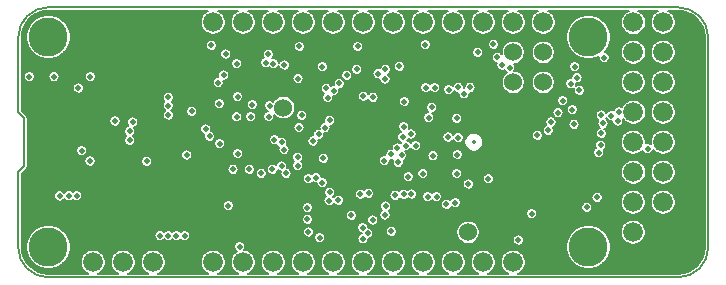
<source format=gbr>
%TF.GenerationSoftware,KiCad,Pcbnew,5.1.5+dfsg1-2~bpo10+1*%
%TF.CreationDate,2020-05-07T19:08:02+02:00*%
%TF.ProjectId,quickfeather-board,71756963-6b66-4656-9174-6865722d626f,rev?*%
%TF.SameCoordinates,Original*%
%TF.FileFunction,Copper,L2,Inr*%
%TF.FilePolarity,Positive*%
%FSLAX46Y46*%
G04 Gerber Fmt 4.6, Leading zero omitted, Abs format (unit mm)*
G04 Created by KiCad (PCBNEW 5.1.5+dfsg1-2~bpo10+1) date 2020-05-07 19:08:02 commit f144a29*
%MOMM*%
%LPD*%
G04 APERTURE LIST*
%ADD10C,0.150000*%
%ADD11C,0.550000*%
%ADD12C,1.524000*%
%ADD13C,1.676400*%
%ADD14C,3.302000*%
%ADD15C,0.500000*%
%ADD16C,0.150000*%
%ADD17C,0.350000*%
%ADD18C,0.275000*%
G04 APERTURE END LIST*
D10*
X123101100Y-102463600D02*
X123609100Y-102971600D01*
X123609100Y-102971600D02*
X123609100Y-107035600D01*
X123609100Y-107035600D02*
X123101100Y-107543600D01*
X178981100Y-93573600D02*
G75*
G02X181521100Y-96113600I0J-2540000D01*
G01*
X181521100Y-113893600D02*
G75*
G02X178981100Y-116433600I-2540000J0D01*
G01*
X125641100Y-116433600D02*
X178981100Y-116433600D01*
X181521100Y-113893600D02*
X181521100Y-96113600D01*
X178981100Y-93573600D02*
X125641100Y-93573600D01*
X123101100Y-96113600D02*
G75*
G02X125641100Y-93573600I2540000J0D01*
G01*
X123101100Y-96113600D02*
X123101100Y-102463600D01*
X123101100Y-107543600D02*
X123101100Y-113893600D01*
X125641100Y-116433600D02*
G75*
G02X123101100Y-113893600I0J2540000D01*
G01*
D11*
X153915635Y-104990000D03*
X153137817Y-104212183D03*
X152360000Y-103434365D03*
X153137817Y-105767817D03*
X152360000Y-104990000D03*
X151582183Y-104212183D03*
X152360000Y-106545635D03*
X151582183Y-105767817D03*
X150804365Y-104990000D03*
D12*
X165011000Y-99923000D03*
X165011000Y-97383000D03*
X167551000Y-97383000D03*
X167551000Y-99923000D03*
D13*
X152311000Y-115163000D03*
X159931000Y-115163000D03*
X142151000Y-115163000D03*
X139611000Y-115163000D03*
X144691000Y-115163000D03*
X165011000Y-115163000D03*
X149771000Y-115163000D03*
X157391000Y-115163000D03*
X147231000Y-115163000D03*
X167551000Y-115163000D03*
X162471000Y-115163000D03*
X154851000Y-115163000D03*
X137061000Y-115163000D03*
X129441000Y-115163000D03*
X134521000Y-115163000D03*
X131981000Y-115163000D03*
X175171000Y-112623000D03*
X177711000Y-110083000D03*
X177711000Y-112623000D03*
X175171000Y-110083000D03*
X177711000Y-99923000D03*
X175195000Y-97383000D03*
X175195000Y-94857000D03*
X175171000Y-105003000D03*
X175171000Y-99923000D03*
X177711000Y-102463000D03*
X177711000Y-94843000D03*
X177711000Y-105003000D03*
X177711000Y-107543000D03*
X175195000Y-107543000D03*
X177711000Y-97383000D03*
X175195000Y-102463000D03*
D14*
X125655100Y-96089600D03*
X125655100Y-113869600D03*
X171375100Y-113869600D03*
X171375100Y-96089600D03*
D12*
X145550000Y-102070000D03*
X161196000Y-112624000D03*
D13*
X154851000Y-94843000D03*
X159931000Y-94843000D03*
X157391000Y-94843000D03*
X167551000Y-94843000D03*
X142151000Y-94843000D03*
X144691000Y-94843000D03*
X152311000Y-94843000D03*
X162471000Y-94843000D03*
X165011000Y-94843000D03*
X147231000Y-94843000D03*
X139611000Y-94843000D03*
X149771000Y-94843000D03*
D15*
X131800000Y-102500000D03*
X137100000Y-109290000D03*
X136470000Y-108800000D03*
X136470000Y-109710000D03*
X168400000Y-113300000D03*
X133900000Y-110200000D03*
X128580549Y-104689368D03*
X167350000Y-102750000D03*
X165120000Y-101360000D03*
X163250000Y-101500000D03*
X155100000Y-100850000D03*
X153570000Y-110720000D03*
X157397034Y-98401177D03*
X163592667Y-103407333D03*
X160454984Y-103670000D03*
X162945000Y-105760001D03*
X158918311Y-105678077D03*
X160960000Y-102710000D03*
X149350000Y-96020000D03*
X150300000Y-96080000D03*
X151030000Y-95400000D03*
X149566557Y-99776421D03*
X146670000Y-100560000D03*
X145259124Y-100850876D03*
X159646770Y-109337044D03*
X136880000Y-102710000D03*
X130110000Y-101540000D03*
X128420000Y-101530000D03*
X140400000Y-113010000D03*
X146710000Y-101760000D03*
X127120000Y-108680000D03*
X128690000Y-107480000D03*
X124165000Y-109540000D03*
X127120000Y-101220000D03*
X143950000Y-99840000D03*
X134680002Y-107270000D03*
X144500000Y-101200000D03*
X162970300Y-112151700D03*
X162990000Y-104980000D03*
X140356951Y-104344008D03*
X138300000Y-106000000D03*
X133060000Y-113475000D03*
X131800000Y-101700000D03*
X131800000Y-100900000D03*
X169211000Y-104193000D03*
X161111000Y-111343000D03*
X144606000Y-105755000D03*
X144205000Y-103463000D03*
X133070300Y-105826700D03*
X126900000Y-111826700D03*
X135100000Y-112910000D03*
X135800000Y-112910000D03*
X136500000Y-112910000D03*
X137200000Y-112910000D03*
X149425000Y-109950000D03*
X162900000Y-108100000D03*
X154150000Y-99650000D03*
X160287067Y-106035511D03*
X160240000Y-102980000D03*
X148840000Y-108420000D03*
X160120000Y-110110000D03*
X149172194Y-100424565D03*
X150920000Y-99320000D03*
X151760000Y-98810000D03*
X141670000Y-101140000D03*
X140500000Y-99310000D03*
X137800000Y-102370000D03*
X165440000Y-113270000D03*
X141681000Y-105953000D03*
X145401000Y-107018000D03*
X145401000Y-105013000D03*
X132550000Y-104075000D03*
X148620300Y-113076700D03*
X132550000Y-104825000D03*
X147680000Y-112590000D03*
X149820000Y-100620000D03*
X167050000Y-104405000D03*
X149470000Y-109240000D03*
X147670000Y-108090000D03*
X154150000Y-111150000D03*
X151295300Y-111176700D03*
X147595300Y-111526700D03*
X140895300Y-110360000D03*
X157780000Y-109600000D03*
X153120310Y-111585635D03*
X154214619Y-110402712D03*
X147595300Y-110526700D03*
X155750000Y-103685000D03*
X160350000Y-100350000D03*
X142781000Y-102823000D03*
X141600000Y-102850000D03*
X145614424Y-105614031D03*
X155650000Y-104550000D03*
X161350000Y-100350000D03*
X144381000Y-101903000D03*
X144801000Y-104775000D03*
X145781000Y-107628000D03*
X143671000Y-107628000D03*
X156350000Y-104300000D03*
X160850000Y-100900000D03*
X142930000Y-101815000D03*
X142671000Y-107300522D03*
X144621000Y-107300522D03*
X146770001Y-106970479D03*
X155360000Y-98570000D03*
X158220000Y-106149958D03*
X145625078Y-98456261D03*
X146910000Y-96890000D03*
X151840002Y-96890000D03*
X148850000Y-98600000D03*
X146791000Y-99603000D03*
X140160000Y-105120000D03*
X139300000Y-104500000D03*
X138981000Y-103873000D03*
X132790000Y-103290000D03*
X126130000Y-99450000D03*
X124050000Y-99440000D03*
X131300000Y-103200000D03*
X135800000Y-102700000D03*
X135800000Y-101200000D03*
X144696611Y-98354044D03*
X135800000Y-101900000D03*
X129210000Y-99440000D03*
X140030000Y-99940000D03*
X128200000Y-100400000D03*
X164060000Y-98450000D03*
X141610000Y-98344990D03*
X163650010Y-97810000D03*
X140140000Y-101730000D03*
X164710000Y-98670000D03*
X140670000Y-97530000D03*
X148560000Y-104310000D03*
X141290000Y-107300000D03*
X133990000Y-106620000D03*
X172461000Y-104243000D03*
X159545000Y-100560000D03*
X155920000Y-105290000D03*
X152695000Y-112690000D03*
X155800000Y-101550000D03*
X168211000Y-103293000D03*
X141850000Y-113830000D03*
X166570300Y-111051700D03*
X159350000Y-110250000D03*
X152763223Y-109325011D03*
X158520000Y-109600000D03*
X152060000Y-109390000D03*
X157570000Y-96730000D03*
X150280000Y-100020000D03*
X167970000Y-103980000D03*
X128490000Y-105710000D03*
X126620000Y-109540000D03*
X163342721Y-96705637D03*
X148060000Y-104900000D03*
X172461000Y-102693000D03*
X146870000Y-103750000D03*
X170160479Y-103492479D03*
X172116216Y-109654990D03*
X149080000Y-103750000D03*
X172411000Y-105243000D03*
X149480000Y-103150000D03*
X172261000Y-105893000D03*
X153140000Y-101180000D03*
X170011324Y-102245000D03*
X152311000Y-101093000D03*
X168811000Y-102493000D03*
X149310000Y-101210000D03*
X155740000Y-109410000D03*
X148311000Y-107983000D03*
X153560000Y-99180000D03*
X152295300Y-113176700D03*
X158100000Y-102050000D03*
X157600000Y-100364990D03*
X158361979Y-100364990D03*
X157864734Y-102914734D03*
X159500000Y-104555010D03*
X170411000Y-99543000D03*
X160350000Y-104600000D03*
X169886000Y-100043000D03*
X156750000Y-105275011D03*
X155000000Y-109500000D03*
X160220039Y-107644990D03*
X157364779Y-107644990D03*
X170211000Y-98593000D03*
X172611000Y-103393000D03*
X173311528Y-102742472D03*
X155210000Y-105480000D03*
X147100000Y-102725000D03*
X139450000Y-96800000D03*
X144320000Y-102820000D03*
X155555010Y-106108473D03*
X170611000Y-100593000D03*
X154670000Y-106030000D03*
X144054990Y-98250000D03*
X144280000Y-97550000D03*
X154086992Y-106564063D03*
X150200000Y-109900000D03*
X171250000Y-110500000D03*
X152270300Y-112226700D03*
X148944135Y-106355865D03*
X156394472Y-109374472D03*
X146770000Y-106260000D03*
X154200000Y-98830000D03*
X169210019Y-101468283D03*
X162010000Y-97390000D03*
X161200000Y-108530000D03*
X156124479Y-107925521D03*
X173861000Y-103193000D03*
X173961000Y-102443000D03*
X176411000Y-105543000D03*
X172711000Y-97843000D03*
X137365000Y-106070000D03*
X127395300Y-109526700D03*
X129180000Y-106580000D03*
X128045300Y-109526700D03*
X155270000Y-106695000D03*
X154680000Y-112540000D03*
D10*
X152360000Y-103434365D02*
X152360000Y-106545635D01*
X150804365Y-104990000D02*
X154010000Y-104990000D01*
X151582183Y-104212183D02*
X153420000Y-106050000D01*
X153137817Y-104212183D02*
X151582183Y-105767817D01*
G36*
X139107386Y-93900805D02*
G01*
X138933250Y-94017159D01*
X138785159Y-94165250D01*
X138668805Y-94339386D01*
X138588659Y-94532876D01*
X138547800Y-94738284D01*
X138547800Y-94947716D01*
X138588659Y-95153124D01*
X138668805Y-95346614D01*
X138785159Y-95520750D01*
X138933250Y-95668841D01*
X139107386Y-95785195D01*
X139300876Y-95865341D01*
X139506284Y-95906200D01*
X139715716Y-95906200D01*
X139921124Y-95865341D01*
X140114614Y-95785195D01*
X140288750Y-95668841D01*
X140436841Y-95520750D01*
X140553195Y-95346614D01*
X140633341Y-95153124D01*
X140674200Y-94947716D01*
X140674200Y-94738284D01*
X140633341Y-94532876D01*
X140553195Y-94339386D01*
X140436841Y-94165250D01*
X140288750Y-94017159D01*
X140114614Y-93900805D01*
X140048935Y-93873600D01*
X141713065Y-93873600D01*
X141647386Y-93900805D01*
X141473250Y-94017159D01*
X141325159Y-94165250D01*
X141208805Y-94339386D01*
X141128659Y-94532876D01*
X141087800Y-94738284D01*
X141087800Y-94947716D01*
X141128659Y-95153124D01*
X141208805Y-95346614D01*
X141325159Y-95520750D01*
X141473250Y-95668841D01*
X141647386Y-95785195D01*
X141840876Y-95865341D01*
X142046284Y-95906200D01*
X142255716Y-95906200D01*
X142461124Y-95865341D01*
X142654614Y-95785195D01*
X142828750Y-95668841D01*
X142976841Y-95520750D01*
X143093195Y-95346614D01*
X143173341Y-95153124D01*
X143214200Y-94947716D01*
X143214200Y-94738284D01*
X143173341Y-94532876D01*
X143093195Y-94339386D01*
X142976841Y-94165250D01*
X142828750Y-94017159D01*
X142654614Y-93900805D01*
X142588935Y-93873600D01*
X144253065Y-93873600D01*
X144187386Y-93900805D01*
X144013250Y-94017159D01*
X143865159Y-94165250D01*
X143748805Y-94339386D01*
X143668659Y-94532876D01*
X143627800Y-94738284D01*
X143627800Y-94947716D01*
X143668659Y-95153124D01*
X143748805Y-95346614D01*
X143865159Y-95520750D01*
X144013250Y-95668841D01*
X144187386Y-95785195D01*
X144380876Y-95865341D01*
X144586284Y-95906200D01*
X144795716Y-95906200D01*
X145001124Y-95865341D01*
X145194614Y-95785195D01*
X145368750Y-95668841D01*
X145516841Y-95520750D01*
X145633195Y-95346614D01*
X145713341Y-95153124D01*
X145754200Y-94947716D01*
X145754200Y-94738284D01*
X145713341Y-94532876D01*
X145633195Y-94339386D01*
X145516841Y-94165250D01*
X145368750Y-94017159D01*
X145194614Y-93900805D01*
X145128935Y-93873600D01*
X146793065Y-93873600D01*
X146727386Y-93900805D01*
X146553250Y-94017159D01*
X146405159Y-94165250D01*
X146288805Y-94339386D01*
X146208659Y-94532876D01*
X146167800Y-94738284D01*
X146167800Y-94947716D01*
X146208659Y-95153124D01*
X146288805Y-95346614D01*
X146405159Y-95520750D01*
X146553250Y-95668841D01*
X146727386Y-95785195D01*
X146920876Y-95865341D01*
X147126284Y-95906200D01*
X147335716Y-95906200D01*
X147541124Y-95865341D01*
X147734614Y-95785195D01*
X147908750Y-95668841D01*
X148056841Y-95520750D01*
X148173195Y-95346614D01*
X148253341Y-95153124D01*
X148294200Y-94947716D01*
X148294200Y-94738284D01*
X148253341Y-94532876D01*
X148173195Y-94339386D01*
X148056841Y-94165250D01*
X147908750Y-94017159D01*
X147734614Y-93900805D01*
X147668935Y-93873600D01*
X149333065Y-93873600D01*
X149267386Y-93900805D01*
X149093250Y-94017159D01*
X148945159Y-94165250D01*
X148828805Y-94339386D01*
X148748659Y-94532876D01*
X148707800Y-94738284D01*
X148707800Y-94947716D01*
X148748659Y-95153124D01*
X148828805Y-95346614D01*
X148945159Y-95520750D01*
X149093250Y-95668841D01*
X149267386Y-95785195D01*
X149460876Y-95865341D01*
X149666284Y-95906200D01*
X149875716Y-95906200D01*
X150081124Y-95865341D01*
X150274614Y-95785195D01*
X150448750Y-95668841D01*
X150596841Y-95520750D01*
X150713195Y-95346614D01*
X150793341Y-95153124D01*
X150834200Y-94947716D01*
X150834200Y-94738284D01*
X150793341Y-94532876D01*
X150713195Y-94339386D01*
X150596841Y-94165250D01*
X150448750Y-94017159D01*
X150274614Y-93900805D01*
X150208935Y-93873600D01*
X151873065Y-93873600D01*
X151807386Y-93900805D01*
X151633250Y-94017159D01*
X151485159Y-94165250D01*
X151368805Y-94339386D01*
X151288659Y-94532876D01*
X151247800Y-94738284D01*
X151247800Y-94947716D01*
X151288659Y-95153124D01*
X151368805Y-95346614D01*
X151485159Y-95520750D01*
X151633250Y-95668841D01*
X151807386Y-95785195D01*
X152000876Y-95865341D01*
X152206284Y-95906200D01*
X152415716Y-95906200D01*
X152621124Y-95865341D01*
X152814614Y-95785195D01*
X152988750Y-95668841D01*
X153136841Y-95520750D01*
X153253195Y-95346614D01*
X153333341Y-95153124D01*
X153374200Y-94947716D01*
X153374200Y-94738284D01*
X153333341Y-94532876D01*
X153253195Y-94339386D01*
X153136841Y-94165250D01*
X152988750Y-94017159D01*
X152814614Y-93900805D01*
X152748935Y-93873600D01*
X154413065Y-93873600D01*
X154347386Y-93900805D01*
X154173250Y-94017159D01*
X154025159Y-94165250D01*
X153908805Y-94339386D01*
X153828659Y-94532876D01*
X153787800Y-94738284D01*
X153787800Y-94947716D01*
X153828659Y-95153124D01*
X153908805Y-95346614D01*
X154025159Y-95520750D01*
X154173250Y-95668841D01*
X154347386Y-95785195D01*
X154540876Y-95865341D01*
X154746284Y-95906200D01*
X154955716Y-95906200D01*
X155161124Y-95865341D01*
X155354614Y-95785195D01*
X155528750Y-95668841D01*
X155676841Y-95520750D01*
X155793195Y-95346614D01*
X155873341Y-95153124D01*
X155914200Y-94947716D01*
X155914200Y-94738284D01*
X155873341Y-94532876D01*
X155793195Y-94339386D01*
X155676841Y-94165250D01*
X155528750Y-94017159D01*
X155354614Y-93900805D01*
X155288935Y-93873600D01*
X156953065Y-93873600D01*
X156887386Y-93900805D01*
X156713250Y-94017159D01*
X156565159Y-94165250D01*
X156448805Y-94339386D01*
X156368659Y-94532876D01*
X156327800Y-94738284D01*
X156327800Y-94947716D01*
X156368659Y-95153124D01*
X156448805Y-95346614D01*
X156565159Y-95520750D01*
X156713250Y-95668841D01*
X156887386Y-95785195D01*
X157080876Y-95865341D01*
X157286284Y-95906200D01*
X157495716Y-95906200D01*
X157701124Y-95865341D01*
X157894614Y-95785195D01*
X158068750Y-95668841D01*
X158216841Y-95520750D01*
X158333195Y-95346614D01*
X158413341Y-95153124D01*
X158454200Y-94947716D01*
X158454200Y-94738284D01*
X158413341Y-94532876D01*
X158333195Y-94339386D01*
X158216841Y-94165250D01*
X158068750Y-94017159D01*
X157894614Y-93900805D01*
X157828935Y-93873600D01*
X159493065Y-93873600D01*
X159427386Y-93900805D01*
X159253250Y-94017159D01*
X159105159Y-94165250D01*
X158988805Y-94339386D01*
X158908659Y-94532876D01*
X158867800Y-94738284D01*
X158867800Y-94947716D01*
X158908659Y-95153124D01*
X158988805Y-95346614D01*
X159105159Y-95520750D01*
X159253250Y-95668841D01*
X159427386Y-95785195D01*
X159620876Y-95865341D01*
X159826284Y-95906200D01*
X160035716Y-95906200D01*
X160241124Y-95865341D01*
X160434614Y-95785195D01*
X160608750Y-95668841D01*
X160756841Y-95520750D01*
X160873195Y-95346614D01*
X160953341Y-95153124D01*
X160994200Y-94947716D01*
X160994200Y-94738284D01*
X160953341Y-94532876D01*
X160873195Y-94339386D01*
X160756841Y-94165250D01*
X160608750Y-94017159D01*
X160434614Y-93900805D01*
X160368935Y-93873600D01*
X162033065Y-93873600D01*
X161967386Y-93900805D01*
X161793250Y-94017159D01*
X161645159Y-94165250D01*
X161528805Y-94339386D01*
X161448659Y-94532876D01*
X161407800Y-94738284D01*
X161407800Y-94947716D01*
X161448659Y-95153124D01*
X161528805Y-95346614D01*
X161645159Y-95520750D01*
X161793250Y-95668841D01*
X161967386Y-95785195D01*
X162160876Y-95865341D01*
X162366284Y-95906200D01*
X162575716Y-95906200D01*
X162781124Y-95865341D01*
X162974614Y-95785195D01*
X163148750Y-95668841D01*
X163296841Y-95520750D01*
X163413195Y-95346614D01*
X163493341Y-95153124D01*
X163534200Y-94947716D01*
X163534200Y-94738284D01*
X163493341Y-94532876D01*
X163413195Y-94339386D01*
X163296841Y-94165250D01*
X163148750Y-94017159D01*
X162974614Y-93900805D01*
X162908935Y-93873600D01*
X164573065Y-93873600D01*
X164507386Y-93900805D01*
X164333250Y-94017159D01*
X164185159Y-94165250D01*
X164068805Y-94339386D01*
X163988659Y-94532876D01*
X163947800Y-94738284D01*
X163947800Y-94947716D01*
X163988659Y-95153124D01*
X164068805Y-95346614D01*
X164185159Y-95520750D01*
X164333250Y-95668841D01*
X164507386Y-95785195D01*
X164700876Y-95865341D01*
X164906284Y-95906200D01*
X165115716Y-95906200D01*
X165321124Y-95865341D01*
X165514614Y-95785195D01*
X165688750Y-95668841D01*
X165836841Y-95520750D01*
X165953195Y-95346614D01*
X166033341Y-95153124D01*
X166074200Y-94947716D01*
X166074200Y-94738284D01*
X166033341Y-94532876D01*
X165953195Y-94339386D01*
X165836841Y-94165250D01*
X165688750Y-94017159D01*
X165514614Y-93900805D01*
X165448935Y-93873600D01*
X167113065Y-93873600D01*
X167047386Y-93900805D01*
X166873250Y-94017159D01*
X166725159Y-94165250D01*
X166608805Y-94339386D01*
X166528659Y-94532876D01*
X166487800Y-94738284D01*
X166487800Y-94947716D01*
X166528659Y-95153124D01*
X166608805Y-95346614D01*
X166725159Y-95520750D01*
X166873250Y-95668841D01*
X167047386Y-95785195D01*
X167240876Y-95865341D01*
X167446284Y-95906200D01*
X167655716Y-95906200D01*
X167662603Y-95904830D01*
X169499100Y-95904830D01*
X169499100Y-96274370D01*
X169571194Y-96636809D01*
X169712611Y-96978219D01*
X169917916Y-97285480D01*
X170179220Y-97546784D01*
X170486481Y-97752089D01*
X170827891Y-97893506D01*
X171190330Y-97965600D01*
X171559870Y-97965600D01*
X171922309Y-97893506D01*
X172243077Y-97760639D01*
X172236000Y-97796217D01*
X172236000Y-97889783D01*
X172254254Y-97981552D01*
X172290061Y-98067997D01*
X172342044Y-98145795D01*
X172408205Y-98211956D01*
X172486003Y-98263939D01*
X172572448Y-98299746D01*
X172664217Y-98318000D01*
X172757783Y-98318000D01*
X172849552Y-98299746D01*
X172935997Y-98263939D01*
X173013795Y-98211956D01*
X173079956Y-98145795D01*
X173131939Y-98067997D01*
X173167746Y-97981552D01*
X173186000Y-97889783D01*
X173186000Y-97796217D01*
X173167746Y-97704448D01*
X173131939Y-97618003D01*
X173079956Y-97540205D01*
X173013795Y-97474044D01*
X172935997Y-97422061D01*
X172849552Y-97386254D01*
X172757783Y-97368000D01*
X172749764Y-97368000D01*
X172832284Y-97285480D01*
X172837092Y-97278284D01*
X174131800Y-97278284D01*
X174131800Y-97487716D01*
X174172659Y-97693124D01*
X174252805Y-97886614D01*
X174369159Y-98060750D01*
X174517250Y-98208841D01*
X174691386Y-98325195D01*
X174884876Y-98405341D01*
X175090284Y-98446200D01*
X175299716Y-98446200D01*
X175505124Y-98405341D01*
X175698614Y-98325195D01*
X175872750Y-98208841D01*
X176020841Y-98060750D01*
X176137195Y-97886614D01*
X176217341Y-97693124D01*
X176258200Y-97487716D01*
X176258200Y-97278284D01*
X176647800Y-97278284D01*
X176647800Y-97487716D01*
X176688659Y-97693124D01*
X176768805Y-97886614D01*
X176885159Y-98060750D01*
X177033250Y-98208841D01*
X177207386Y-98325195D01*
X177400876Y-98405341D01*
X177606284Y-98446200D01*
X177815716Y-98446200D01*
X178021124Y-98405341D01*
X178214614Y-98325195D01*
X178388750Y-98208841D01*
X178536841Y-98060750D01*
X178653195Y-97886614D01*
X178733341Y-97693124D01*
X178774200Y-97487716D01*
X178774200Y-97278284D01*
X178733341Y-97072876D01*
X178653195Y-96879386D01*
X178536841Y-96705250D01*
X178388750Y-96557159D01*
X178214614Y-96440805D01*
X178021124Y-96360659D01*
X177815716Y-96319800D01*
X177606284Y-96319800D01*
X177400876Y-96360659D01*
X177207386Y-96440805D01*
X177033250Y-96557159D01*
X176885159Y-96705250D01*
X176768805Y-96879386D01*
X176688659Y-97072876D01*
X176647800Y-97278284D01*
X176258200Y-97278284D01*
X176217341Y-97072876D01*
X176137195Y-96879386D01*
X176020841Y-96705250D01*
X175872750Y-96557159D01*
X175698614Y-96440805D01*
X175505124Y-96360659D01*
X175299716Y-96319800D01*
X175090284Y-96319800D01*
X174884876Y-96360659D01*
X174691386Y-96440805D01*
X174517250Y-96557159D01*
X174369159Y-96705250D01*
X174252805Y-96879386D01*
X174172659Y-97072876D01*
X174131800Y-97278284D01*
X172837092Y-97278284D01*
X173037589Y-96978219D01*
X173179006Y-96636809D01*
X173251100Y-96274370D01*
X173251100Y-95904830D01*
X173179006Y-95542391D01*
X173037589Y-95200981D01*
X172832284Y-94893720D01*
X172570980Y-94632416D01*
X172263719Y-94427111D01*
X171922309Y-94285694D01*
X171559870Y-94213600D01*
X171190330Y-94213600D01*
X170827891Y-94285694D01*
X170486481Y-94427111D01*
X170179220Y-94632416D01*
X169917916Y-94893720D01*
X169712611Y-95200981D01*
X169571194Y-95542391D01*
X169499100Y-95904830D01*
X167662603Y-95904830D01*
X167861124Y-95865341D01*
X168054614Y-95785195D01*
X168228750Y-95668841D01*
X168376841Y-95520750D01*
X168493195Y-95346614D01*
X168573341Y-95153124D01*
X168614200Y-94947716D01*
X168614200Y-94738284D01*
X168573341Y-94532876D01*
X168493195Y-94339386D01*
X168376841Y-94165250D01*
X168228750Y-94017159D01*
X168054614Y-93900805D01*
X167988935Y-93873600D01*
X174790864Y-93873600D01*
X174691386Y-93914805D01*
X174517250Y-94031159D01*
X174369159Y-94179250D01*
X174252805Y-94353386D01*
X174172659Y-94546876D01*
X174131800Y-94752284D01*
X174131800Y-94961716D01*
X174172659Y-95167124D01*
X174252805Y-95360614D01*
X174369159Y-95534750D01*
X174517250Y-95682841D01*
X174691386Y-95799195D01*
X174884876Y-95879341D01*
X175090284Y-95920200D01*
X175299716Y-95920200D01*
X175505124Y-95879341D01*
X175698614Y-95799195D01*
X175872750Y-95682841D01*
X176020841Y-95534750D01*
X176137195Y-95360614D01*
X176217341Y-95167124D01*
X176258200Y-94961716D01*
X176258200Y-94752284D01*
X176217341Y-94546876D01*
X176137195Y-94353386D01*
X176020841Y-94179250D01*
X175872750Y-94031159D01*
X175698614Y-93914805D01*
X175599136Y-93873600D01*
X177273065Y-93873600D01*
X177207386Y-93900805D01*
X177033250Y-94017159D01*
X176885159Y-94165250D01*
X176768805Y-94339386D01*
X176688659Y-94532876D01*
X176647800Y-94738284D01*
X176647800Y-94947716D01*
X176688659Y-95153124D01*
X176768805Y-95346614D01*
X176885159Y-95520750D01*
X177033250Y-95668841D01*
X177207386Y-95785195D01*
X177400876Y-95865341D01*
X177606284Y-95906200D01*
X177815716Y-95906200D01*
X178021124Y-95865341D01*
X178214614Y-95785195D01*
X178388750Y-95668841D01*
X178536841Y-95520750D01*
X178653195Y-95346614D01*
X178733341Y-95153124D01*
X178774200Y-94947716D01*
X178774200Y-94738284D01*
X178733341Y-94532876D01*
X178653195Y-94339386D01*
X178536841Y-94165250D01*
X178388750Y-94017159D01*
X178214614Y-93900805D01*
X178148935Y-93873600D01*
X178966430Y-93873600D01*
X179415904Y-93917671D01*
X179834152Y-94043948D01*
X180219902Y-94249055D01*
X180558469Y-94525185D01*
X180836950Y-94861811D01*
X181044747Y-95246123D01*
X181173938Y-95663471D01*
X181221093Y-96112120D01*
X181221101Y-96114363D01*
X181221100Y-113878930D01*
X181177029Y-114328403D01*
X181050752Y-114746652D01*
X180845647Y-115132400D01*
X180569518Y-115470967D01*
X180232889Y-115749450D01*
X179848578Y-115957246D01*
X179431229Y-116086438D01*
X178982580Y-116133593D01*
X178980623Y-116133600D01*
X165446038Y-116133600D01*
X165514614Y-116105195D01*
X165688750Y-115988841D01*
X165836841Y-115840750D01*
X165953195Y-115666614D01*
X166033341Y-115473124D01*
X166074200Y-115267716D01*
X166074200Y-115058284D01*
X166033341Y-114852876D01*
X165953195Y-114659386D01*
X165836841Y-114485250D01*
X165688750Y-114337159D01*
X165514614Y-114220805D01*
X165321124Y-114140659D01*
X165115716Y-114099800D01*
X164906284Y-114099800D01*
X164700876Y-114140659D01*
X164507386Y-114220805D01*
X164333250Y-114337159D01*
X164185159Y-114485250D01*
X164068805Y-114659386D01*
X163988659Y-114852876D01*
X163947800Y-115058284D01*
X163947800Y-115267716D01*
X163988659Y-115473124D01*
X164068805Y-115666614D01*
X164185159Y-115840750D01*
X164333250Y-115988841D01*
X164507386Y-116105195D01*
X164575962Y-116133600D01*
X162906038Y-116133600D01*
X162974614Y-116105195D01*
X163148750Y-115988841D01*
X163296841Y-115840750D01*
X163413195Y-115666614D01*
X163493341Y-115473124D01*
X163534200Y-115267716D01*
X163534200Y-115058284D01*
X163493341Y-114852876D01*
X163413195Y-114659386D01*
X163296841Y-114485250D01*
X163148750Y-114337159D01*
X162974614Y-114220805D01*
X162781124Y-114140659D01*
X162575716Y-114099800D01*
X162366284Y-114099800D01*
X162160876Y-114140659D01*
X161967386Y-114220805D01*
X161793250Y-114337159D01*
X161645159Y-114485250D01*
X161528805Y-114659386D01*
X161448659Y-114852876D01*
X161407800Y-115058284D01*
X161407800Y-115267716D01*
X161448659Y-115473124D01*
X161528805Y-115666614D01*
X161645159Y-115840750D01*
X161793250Y-115988841D01*
X161967386Y-116105195D01*
X162035962Y-116133600D01*
X160366038Y-116133600D01*
X160434614Y-116105195D01*
X160608750Y-115988841D01*
X160756841Y-115840750D01*
X160873195Y-115666614D01*
X160953341Y-115473124D01*
X160994200Y-115267716D01*
X160994200Y-115058284D01*
X160953341Y-114852876D01*
X160873195Y-114659386D01*
X160756841Y-114485250D01*
X160608750Y-114337159D01*
X160434614Y-114220805D01*
X160241124Y-114140659D01*
X160035716Y-114099800D01*
X159826284Y-114099800D01*
X159620876Y-114140659D01*
X159427386Y-114220805D01*
X159253250Y-114337159D01*
X159105159Y-114485250D01*
X158988805Y-114659386D01*
X158908659Y-114852876D01*
X158867800Y-115058284D01*
X158867800Y-115267716D01*
X158908659Y-115473124D01*
X158988805Y-115666614D01*
X159105159Y-115840750D01*
X159253250Y-115988841D01*
X159427386Y-116105195D01*
X159495962Y-116133600D01*
X157826038Y-116133600D01*
X157894614Y-116105195D01*
X158068750Y-115988841D01*
X158216841Y-115840750D01*
X158333195Y-115666614D01*
X158413341Y-115473124D01*
X158454200Y-115267716D01*
X158454200Y-115058284D01*
X158413341Y-114852876D01*
X158333195Y-114659386D01*
X158216841Y-114485250D01*
X158068750Y-114337159D01*
X157894614Y-114220805D01*
X157701124Y-114140659D01*
X157495716Y-114099800D01*
X157286284Y-114099800D01*
X157080876Y-114140659D01*
X156887386Y-114220805D01*
X156713250Y-114337159D01*
X156565159Y-114485250D01*
X156448805Y-114659386D01*
X156368659Y-114852876D01*
X156327800Y-115058284D01*
X156327800Y-115267716D01*
X156368659Y-115473124D01*
X156448805Y-115666614D01*
X156565159Y-115840750D01*
X156713250Y-115988841D01*
X156887386Y-116105195D01*
X156955962Y-116133600D01*
X155286038Y-116133600D01*
X155354614Y-116105195D01*
X155528750Y-115988841D01*
X155676841Y-115840750D01*
X155793195Y-115666614D01*
X155873341Y-115473124D01*
X155914200Y-115267716D01*
X155914200Y-115058284D01*
X155873341Y-114852876D01*
X155793195Y-114659386D01*
X155676841Y-114485250D01*
X155528750Y-114337159D01*
X155354614Y-114220805D01*
X155161124Y-114140659D01*
X154955716Y-114099800D01*
X154746284Y-114099800D01*
X154540876Y-114140659D01*
X154347386Y-114220805D01*
X154173250Y-114337159D01*
X154025159Y-114485250D01*
X153908805Y-114659386D01*
X153828659Y-114852876D01*
X153787800Y-115058284D01*
X153787800Y-115267716D01*
X153828659Y-115473124D01*
X153908805Y-115666614D01*
X154025159Y-115840750D01*
X154173250Y-115988841D01*
X154347386Y-116105195D01*
X154415962Y-116133600D01*
X152746038Y-116133600D01*
X152814614Y-116105195D01*
X152988750Y-115988841D01*
X153136841Y-115840750D01*
X153253195Y-115666614D01*
X153333341Y-115473124D01*
X153374200Y-115267716D01*
X153374200Y-115058284D01*
X153333341Y-114852876D01*
X153253195Y-114659386D01*
X153136841Y-114485250D01*
X152988750Y-114337159D01*
X152814614Y-114220805D01*
X152621124Y-114140659D01*
X152415716Y-114099800D01*
X152206284Y-114099800D01*
X152000876Y-114140659D01*
X151807386Y-114220805D01*
X151633250Y-114337159D01*
X151485159Y-114485250D01*
X151368805Y-114659386D01*
X151288659Y-114852876D01*
X151247800Y-115058284D01*
X151247800Y-115267716D01*
X151288659Y-115473124D01*
X151368805Y-115666614D01*
X151485159Y-115840750D01*
X151633250Y-115988841D01*
X151807386Y-116105195D01*
X151875962Y-116133600D01*
X150206038Y-116133600D01*
X150274614Y-116105195D01*
X150448750Y-115988841D01*
X150596841Y-115840750D01*
X150713195Y-115666614D01*
X150793341Y-115473124D01*
X150834200Y-115267716D01*
X150834200Y-115058284D01*
X150793341Y-114852876D01*
X150713195Y-114659386D01*
X150596841Y-114485250D01*
X150448750Y-114337159D01*
X150274614Y-114220805D01*
X150081124Y-114140659D01*
X149875716Y-114099800D01*
X149666284Y-114099800D01*
X149460876Y-114140659D01*
X149267386Y-114220805D01*
X149093250Y-114337159D01*
X148945159Y-114485250D01*
X148828805Y-114659386D01*
X148748659Y-114852876D01*
X148707800Y-115058284D01*
X148707800Y-115267716D01*
X148748659Y-115473124D01*
X148828805Y-115666614D01*
X148945159Y-115840750D01*
X149093250Y-115988841D01*
X149267386Y-116105195D01*
X149335962Y-116133600D01*
X147666038Y-116133600D01*
X147734614Y-116105195D01*
X147908750Y-115988841D01*
X148056841Y-115840750D01*
X148173195Y-115666614D01*
X148253341Y-115473124D01*
X148294200Y-115267716D01*
X148294200Y-115058284D01*
X148253341Y-114852876D01*
X148173195Y-114659386D01*
X148056841Y-114485250D01*
X147908750Y-114337159D01*
X147734614Y-114220805D01*
X147541124Y-114140659D01*
X147335716Y-114099800D01*
X147126284Y-114099800D01*
X146920876Y-114140659D01*
X146727386Y-114220805D01*
X146553250Y-114337159D01*
X146405159Y-114485250D01*
X146288805Y-114659386D01*
X146208659Y-114852876D01*
X146167800Y-115058284D01*
X146167800Y-115267716D01*
X146208659Y-115473124D01*
X146288805Y-115666614D01*
X146405159Y-115840750D01*
X146553250Y-115988841D01*
X146727386Y-116105195D01*
X146795962Y-116133600D01*
X145126038Y-116133600D01*
X145194614Y-116105195D01*
X145368750Y-115988841D01*
X145516841Y-115840750D01*
X145633195Y-115666614D01*
X145713341Y-115473124D01*
X145754200Y-115267716D01*
X145754200Y-115058284D01*
X145713341Y-114852876D01*
X145633195Y-114659386D01*
X145516841Y-114485250D01*
X145368750Y-114337159D01*
X145194614Y-114220805D01*
X145001124Y-114140659D01*
X144795716Y-114099800D01*
X144586284Y-114099800D01*
X144380876Y-114140659D01*
X144187386Y-114220805D01*
X144013250Y-114337159D01*
X143865159Y-114485250D01*
X143748805Y-114659386D01*
X143668659Y-114852876D01*
X143627800Y-115058284D01*
X143627800Y-115267716D01*
X143668659Y-115473124D01*
X143748805Y-115666614D01*
X143865159Y-115840750D01*
X144013250Y-115988841D01*
X144187386Y-116105195D01*
X144255962Y-116133600D01*
X142586038Y-116133600D01*
X142654614Y-116105195D01*
X142828750Y-115988841D01*
X142976841Y-115840750D01*
X143093195Y-115666614D01*
X143173341Y-115473124D01*
X143214200Y-115267716D01*
X143214200Y-115058284D01*
X143173341Y-114852876D01*
X143093195Y-114659386D01*
X142976841Y-114485250D01*
X142828750Y-114337159D01*
X142654614Y-114220805D01*
X142461124Y-114140659D01*
X142255716Y-114099800D01*
X142241003Y-114099800D01*
X142270939Y-114054997D01*
X142306746Y-113968552D01*
X142325000Y-113876783D01*
X142325000Y-113783217D01*
X142306746Y-113691448D01*
X142270939Y-113605003D01*
X142218956Y-113527205D01*
X142152795Y-113461044D01*
X142074997Y-113409061D01*
X141988552Y-113373254D01*
X141896783Y-113355000D01*
X141803217Y-113355000D01*
X141711448Y-113373254D01*
X141625003Y-113409061D01*
X141547205Y-113461044D01*
X141481044Y-113527205D01*
X141429061Y-113605003D01*
X141393254Y-113691448D01*
X141375000Y-113783217D01*
X141375000Y-113876783D01*
X141393254Y-113968552D01*
X141429061Y-114054997D01*
X141481044Y-114132795D01*
X141547205Y-114198956D01*
X141613645Y-114243350D01*
X141473250Y-114337159D01*
X141325159Y-114485250D01*
X141208805Y-114659386D01*
X141128659Y-114852876D01*
X141087800Y-115058284D01*
X141087800Y-115267716D01*
X141128659Y-115473124D01*
X141208805Y-115666614D01*
X141325159Y-115840750D01*
X141473250Y-115988841D01*
X141647386Y-116105195D01*
X141715962Y-116133600D01*
X140046038Y-116133600D01*
X140114614Y-116105195D01*
X140288750Y-115988841D01*
X140436841Y-115840750D01*
X140553195Y-115666614D01*
X140633341Y-115473124D01*
X140674200Y-115267716D01*
X140674200Y-115058284D01*
X140633341Y-114852876D01*
X140553195Y-114659386D01*
X140436841Y-114485250D01*
X140288750Y-114337159D01*
X140114614Y-114220805D01*
X139921124Y-114140659D01*
X139715716Y-114099800D01*
X139506284Y-114099800D01*
X139300876Y-114140659D01*
X139107386Y-114220805D01*
X138933250Y-114337159D01*
X138785159Y-114485250D01*
X138668805Y-114659386D01*
X138588659Y-114852876D01*
X138547800Y-115058284D01*
X138547800Y-115267716D01*
X138588659Y-115473124D01*
X138668805Y-115666614D01*
X138785159Y-115840750D01*
X138933250Y-115988841D01*
X139107386Y-116105195D01*
X139175962Y-116133600D01*
X134956038Y-116133600D01*
X135024614Y-116105195D01*
X135198750Y-115988841D01*
X135346841Y-115840750D01*
X135463195Y-115666614D01*
X135543341Y-115473124D01*
X135584200Y-115267716D01*
X135584200Y-115058284D01*
X135543341Y-114852876D01*
X135463195Y-114659386D01*
X135346841Y-114485250D01*
X135198750Y-114337159D01*
X135024614Y-114220805D01*
X134831124Y-114140659D01*
X134625716Y-114099800D01*
X134416284Y-114099800D01*
X134210876Y-114140659D01*
X134017386Y-114220805D01*
X133843250Y-114337159D01*
X133695159Y-114485250D01*
X133578805Y-114659386D01*
X133498659Y-114852876D01*
X133457800Y-115058284D01*
X133457800Y-115267716D01*
X133498659Y-115473124D01*
X133578805Y-115666614D01*
X133695159Y-115840750D01*
X133843250Y-115988841D01*
X134017386Y-116105195D01*
X134085962Y-116133600D01*
X132416038Y-116133600D01*
X132484614Y-116105195D01*
X132658750Y-115988841D01*
X132806841Y-115840750D01*
X132923195Y-115666614D01*
X133003341Y-115473124D01*
X133044200Y-115267716D01*
X133044200Y-115058284D01*
X133003341Y-114852876D01*
X132923195Y-114659386D01*
X132806841Y-114485250D01*
X132658750Y-114337159D01*
X132484614Y-114220805D01*
X132291124Y-114140659D01*
X132085716Y-114099800D01*
X131876284Y-114099800D01*
X131670876Y-114140659D01*
X131477386Y-114220805D01*
X131303250Y-114337159D01*
X131155159Y-114485250D01*
X131038805Y-114659386D01*
X130958659Y-114852876D01*
X130917800Y-115058284D01*
X130917800Y-115267716D01*
X130958659Y-115473124D01*
X131038805Y-115666614D01*
X131155159Y-115840750D01*
X131303250Y-115988841D01*
X131477386Y-116105195D01*
X131545962Y-116133600D01*
X129876038Y-116133600D01*
X129944614Y-116105195D01*
X130118750Y-115988841D01*
X130266841Y-115840750D01*
X130383195Y-115666614D01*
X130463341Y-115473124D01*
X130504200Y-115267716D01*
X130504200Y-115058284D01*
X130463341Y-114852876D01*
X130383195Y-114659386D01*
X130266841Y-114485250D01*
X130118750Y-114337159D01*
X129944614Y-114220805D01*
X129751124Y-114140659D01*
X129545716Y-114099800D01*
X129336284Y-114099800D01*
X129130876Y-114140659D01*
X128937386Y-114220805D01*
X128763250Y-114337159D01*
X128615159Y-114485250D01*
X128498805Y-114659386D01*
X128418659Y-114852876D01*
X128377800Y-115058284D01*
X128377800Y-115267716D01*
X128418659Y-115473124D01*
X128498805Y-115666614D01*
X128615159Y-115840750D01*
X128763250Y-115988841D01*
X128937386Y-116105195D01*
X129005962Y-116133600D01*
X125655770Y-116133600D01*
X125206297Y-116089529D01*
X124788048Y-115963252D01*
X124402300Y-115758147D01*
X124063733Y-115482018D01*
X123785250Y-115145389D01*
X123577454Y-114761078D01*
X123448262Y-114343729D01*
X123401107Y-113895080D01*
X123401100Y-113893123D01*
X123401100Y-113684830D01*
X123779100Y-113684830D01*
X123779100Y-114054370D01*
X123851194Y-114416809D01*
X123992611Y-114758219D01*
X124197916Y-115065480D01*
X124459220Y-115326784D01*
X124766481Y-115532089D01*
X125107891Y-115673506D01*
X125470330Y-115745600D01*
X125839870Y-115745600D01*
X126202309Y-115673506D01*
X126543719Y-115532089D01*
X126850980Y-115326784D01*
X127112284Y-115065480D01*
X127317589Y-114758219D01*
X127459006Y-114416809D01*
X127531100Y-114054370D01*
X127531100Y-113684830D01*
X127459006Y-113322391D01*
X127317589Y-112980981D01*
X127238902Y-112863217D01*
X134625000Y-112863217D01*
X134625000Y-112956783D01*
X134643254Y-113048552D01*
X134679061Y-113134997D01*
X134731044Y-113212795D01*
X134797205Y-113278956D01*
X134875003Y-113330939D01*
X134961448Y-113366746D01*
X135053217Y-113385000D01*
X135146783Y-113385000D01*
X135238552Y-113366746D01*
X135324997Y-113330939D01*
X135402795Y-113278956D01*
X135450000Y-113231751D01*
X135497205Y-113278956D01*
X135575003Y-113330939D01*
X135661448Y-113366746D01*
X135753217Y-113385000D01*
X135846783Y-113385000D01*
X135938552Y-113366746D01*
X136024997Y-113330939D01*
X136102795Y-113278956D01*
X136150000Y-113231751D01*
X136197205Y-113278956D01*
X136275003Y-113330939D01*
X136361448Y-113366746D01*
X136453217Y-113385000D01*
X136546783Y-113385000D01*
X136638552Y-113366746D01*
X136724997Y-113330939D01*
X136802795Y-113278956D01*
X136850000Y-113231751D01*
X136897205Y-113278956D01*
X136975003Y-113330939D01*
X137061448Y-113366746D01*
X137153217Y-113385000D01*
X137246783Y-113385000D01*
X137338552Y-113366746D01*
X137424997Y-113330939D01*
X137502795Y-113278956D01*
X137568956Y-113212795D01*
X137620939Y-113134997D01*
X137656746Y-113048552D01*
X137675000Y-112956783D01*
X137675000Y-112863217D01*
X137656746Y-112771448D01*
X137620939Y-112685003D01*
X137568956Y-112607205D01*
X137504968Y-112543217D01*
X147205000Y-112543217D01*
X147205000Y-112636783D01*
X147223254Y-112728552D01*
X147259061Y-112814997D01*
X147311044Y-112892795D01*
X147377205Y-112958956D01*
X147455003Y-113010939D01*
X147541448Y-113046746D01*
X147633217Y-113065000D01*
X147726783Y-113065000D01*
X147818552Y-113046746D01*
X147859180Y-113029917D01*
X148145300Y-113029917D01*
X148145300Y-113123483D01*
X148163554Y-113215252D01*
X148199361Y-113301697D01*
X148251344Y-113379495D01*
X148317505Y-113445656D01*
X148395303Y-113497639D01*
X148481748Y-113533446D01*
X148573517Y-113551700D01*
X148667083Y-113551700D01*
X148758852Y-113533446D01*
X148845297Y-113497639D01*
X148923095Y-113445656D01*
X148989256Y-113379495D01*
X149041239Y-113301697D01*
X149077046Y-113215252D01*
X149095300Y-113123483D01*
X149095300Y-113029917D01*
X149077046Y-112938148D01*
X149041239Y-112851703D01*
X148989256Y-112773905D01*
X148923095Y-112707744D01*
X148845297Y-112655761D01*
X148758852Y-112619954D01*
X148667083Y-112601700D01*
X148573517Y-112601700D01*
X148481748Y-112619954D01*
X148395303Y-112655761D01*
X148317505Y-112707744D01*
X148251344Y-112773905D01*
X148199361Y-112851703D01*
X148163554Y-112938148D01*
X148145300Y-113029917D01*
X147859180Y-113029917D01*
X147904997Y-113010939D01*
X147982795Y-112958956D01*
X148048956Y-112892795D01*
X148100939Y-112814997D01*
X148136746Y-112728552D01*
X148155000Y-112636783D01*
X148155000Y-112543217D01*
X148136746Y-112451448D01*
X148100939Y-112365003D01*
X148048956Y-112287205D01*
X147982795Y-112221044D01*
X147921245Y-112179917D01*
X151795300Y-112179917D01*
X151795300Y-112273483D01*
X151813554Y-112365252D01*
X151849361Y-112451697D01*
X151901344Y-112529495D01*
X151967505Y-112595656D01*
X152045303Y-112647639D01*
X152131748Y-112683446D01*
X152220000Y-112701000D01*
X152220000Y-112707372D01*
X152156748Y-112719954D01*
X152070303Y-112755761D01*
X151992505Y-112807744D01*
X151926344Y-112873905D01*
X151874361Y-112951703D01*
X151838554Y-113038148D01*
X151820300Y-113129917D01*
X151820300Y-113223483D01*
X151838554Y-113315252D01*
X151874361Y-113401697D01*
X151926344Y-113479495D01*
X151992505Y-113545656D01*
X152070303Y-113597639D01*
X152156748Y-113633446D01*
X152248517Y-113651700D01*
X152342083Y-113651700D01*
X152433852Y-113633446D01*
X152520297Y-113597639D01*
X152598095Y-113545656D01*
X152664256Y-113479495D01*
X152716239Y-113401697D01*
X152752046Y-113315252D01*
X152770300Y-113223483D01*
X152770300Y-113159328D01*
X152833552Y-113146746D01*
X152919997Y-113110939D01*
X152997795Y-113058956D01*
X153063956Y-112992795D01*
X153115939Y-112914997D01*
X153151746Y-112828552D01*
X153170000Y-112736783D01*
X153170000Y-112643217D01*
X153151746Y-112551448D01*
X153127626Y-112493217D01*
X154205000Y-112493217D01*
X154205000Y-112586783D01*
X154223254Y-112678552D01*
X154259061Y-112764997D01*
X154311044Y-112842795D01*
X154377205Y-112908956D01*
X154455003Y-112960939D01*
X154541448Y-112996746D01*
X154633217Y-113015000D01*
X154726783Y-113015000D01*
X154818552Y-112996746D01*
X154904997Y-112960939D01*
X154982795Y-112908956D01*
X155048956Y-112842795D01*
X155100939Y-112764997D01*
X155136746Y-112678552D01*
X155155000Y-112586783D01*
X155155000Y-112526789D01*
X160209000Y-112526789D01*
X160209000Y-112721211D01*
X160246930Y-112911897D01*
X160321332Y-113091520D01*
X160429347Y-113253176D01*
X160566824Y-113390653D01*
X160728480Y-113498668D01*
X160908103Y-113573070D01*
X161098789Y-113611000D01*
X161293211Y-113611000D01*
X161483897Y-113573070D01*
X161663520Y-113498668D01*
X161825176Y-113390653D01*
X161962653Y-113253176D01*
X161982670Y-113223217D01*
X164965000Y-113223217D01*
X164965000Y-113316783D01*
X164983254Y-113408552D01*
X165019061Y-113494997D01*
X165071044Y-113572795D01*
X165137205Y-113638956D01*
X165215003Y-113690939D01*
X165301448Y-113726746D01*
X165393217Y-113745000D01*
X165486783Y-113745000D01*
X165578552Y-113726746D01*
X165664997Y-113690939D01*
X165674139Y-113684830D01*
X169499100Y-113684830D01*
X169499100Y-114054370D01*
X169571194Y-114416809D01*
X169712611Y-114758219D01*
X169917916Y-115065480D01*
X170179220Y-115326784D01*
X170486481Y-115532089D01*
X170827891Y-115673506D01*
X171190330Y-115745600D01*
X171559870Y-115745600D01*
X171922309Y-115673506D01*
X172263719Y-115532089D01*
X172570980Y-115326784D01*
X172832284Y-115065480D01*
X173037589Y-114758219D01*
X173179006Y-114416809D01*
X173251100Y-114054370D01*
X173251100Y-113684830D01*
X173179006Y-113322391D01*
X173037589Y-112980981D01*
X172832284Y-112673720D01*
X172676848Y-112518284D01*
X174107800Y-112518284D01*
X174107800Y-112727716D01*
X174148659Y-112933124D01*
X174228805Y-113126614D01*
X174345159Y-113300750D01*
X174493250Y-113448841D01*
X174667386Y-113565195D01*
X174860876Y-113645341D01*
X175066284Y-113686200D01*
X175275716Y-113686200D01*
X175481124Y-113645341D01*
X175674614Y-113565195D01*
X175848750Y-113448841D01*
X175996841Y-113300750D01*
X176113195Y-113126614D01*
X176193341Y-112933124D01*
X176234200Y-112727716D01*
X176234200Y-112518284D01*
X176193341Y-112312876D01*
X176113195Y-112119386D01*
X175996841Y-111945250D01*
X175848750Y-111797159D01*
X175674614Y-111680805D01*
X175481124Y-111600659D01*
X175275716Y-111559800D01*
X175066284Y-111559800D01*
X174860876Y-111600659D01*
X174667386Y-111680805D01*
X174493250Y-111797159D01*
X174345159Y-111945250D01*
X174228805Y-112119386D01*
X174148659Y-112312876D01*
X174107800Y-112518284D01*
X172676848Y-112518284D01*
X172570980Y-112412416D01*
X172263719Y-112207111D01*
X171922309Y-112065694D01*
X171559870Y-111993600D01*
X171190330Y-111993600D01*
X170827891Y-112065694D01*
X170486481Y-112207111D01*
X170179220Y-112412416D01*
X169917916Y-112673720D01*
X169712611Y-112980981D01*
X169571194Y-113322391D01*
X169499100Y-113684830D01*
X165674139Y-113684830D01*
X165742795Y-113638956D01*
X165808956Y-113572795D01*
X165860939Y-113494997D01*
X165896746Y-113408552D01*
X165915000Y-113316783D01*
X165915000Y-113223217D01*
X165896746Y-113131448D01*
X165860939Y-113045003D01*
X165808956Y-112967205D01*
X165742795Y-112901044D01*
X165664997Y-112849061D01*
X165578552Y-112813254D01*
X165486783Y-112795000D01*
X165393217Y-112795000D01*
X165301448Y-112813254D01*
X165215003Y-112849061D01*
X165137205Y-112901044D01*
X165071044Y-112967205D01*
X165019061Y-113045003D01*
X164983254Y-113131448D01*
X164965000Y-113223217D01*
X161982670Y-113223217D01*
X162070668Y-113091520D01*
X162145070Y-112911897D01*
X162183000Y-112721211D01*
X162183000Y-112526789D01*
X162145070Y-112336103D01*
X162070668Y-112156480D01*
X161962653Y-111994824D01*
X161825176Y-111857347D01*
X161663520Y-111749332D01*
X161483897Y-111674930D01*
X161293211Y-111637000D01*
X161098789Y-111637000D01*
X160908103Y-111674930D01*
X160728480Y-111749332D01*
X160566824Y-111857347D01*
X160429347Y-111994824D01*
X160321332Y-112156480D01*
X160246930Y-112336103D01*
X160209000Y-112526789D01*
X155155000Y-112526789D01*
X155155000Y-112493217D01*
X155136746Y-112401448D01*
X155100939Y-112315003D01*
X155048956Y-112237205D01*
X154982795Y-112171044D01*
X154904997Y-112119061D01*
X154818552Y-112083254D01*
X154726783Y-112065000D01*
X154633217Y-112065000D01*
X154541448Y-112083254D01*
X154455003Y-112119061D01*
X154377205Y-112171044D01*
X154311044Y-112237205D01*
X154259061Y-112315003D01*
X154223254Y-112401448D01*
X154205000Y-112493217D01*
X153127626Y-112493217D01*
X153115939Y-112465003D01*
X153063956Y-112387205D01*
X152997795Y-112321044D01*
X152919997Y-112269061D01*
X152833552Y-112233254D01*
X152745300Y-112215700D01*
X152745300Y-112179917D01*
X152727046Y-112088148D01*
X152691239Y-112001703D01*
X152639256Y-111923905D01*
X152573095Y-111857744D01*
X152495297Y-111805761D01*
X152408852Y-111769954D01*
X152317083Y-111751700D01*
X152223517Y-111751700D01*
X152131748Y-111769954D01*
X152045303Y-111805761D01*
X151967505Y-111857744D01*
X151901344Y-111923905D01*
X151849361Y-112001703D01*
X151813554Y-112088148D01*
X151795300Y-112179917D01*
X147921245Y-112179917D01*
X147904997Y-112169061D01*
X147818552Y-112133254D01*
X147726783Y-112115000D01*
X147633217Y-112115000D01*
X147541448Y-112133254D01*
X147455003Y-112169061D01*
X147377205Y-112221044D01*
X147311044Y-112287205D01*
X147259061Y-112365003D01*
X147223254Y-112451448D01*
X147205000Y-112543217D01*
X137504968Y-112543217D01*
X137502795Y-112541044D01*
X137424997Y-112489061D01*
X137338552Y-112453254D01*
X137246783Y-112435000D01*
X137153217Y-112435000D01*
X137061448Y-112453254D01*
X136975003Y-112489061D01*
X136897205Y-112541044D01*
X136850000Y-112588249D01*
X136802795Y-112541044D01*
X136724997Y-112489061D01*
X136638552Y-112453254D01*
X136546783Y-112435000D01*
X136453217Y-112435000D01*
X136361448Y-112453254D01*
X136275003Y-112489061D01*
X136197205Y-112541044D01*
X136150000Y-112588249D01*
X136102795Y-112541044D01*
X136024997Y-112489061D01*
X135938552Y-112453254D01*
X135846783Y-112435000D01*
X135753217Y-112435000D01*
X135661448Y-112453254D01*
X135575003Y-112489061D01*
X135497205Y-112541044D01*
X135450000Y-112588249D01*
X135402795Y-112541044D01*
X135324997Y-112489061D01*
X135238552Y-112453254D01*
X135146783Y-112435000D01*
X135053217Y-112435000D01*
X134961448Y-112453254D01*
X134875003Y-112489061D01*
X134797205Y-112541044D01*
X134731044Y-112607205D01*
X134679061Y-112685003D01*
X134643254Y-112771448D01*
X134625000Y-112863217D01*
X127238902Y-112863217D01*
X127112284Y-112673720D01*
X126850980Y-112412416D01*
X126543719Y-112207111D01*
X126202309Y-112065694D01*
X125839870Y-111993600D01*
X125470330Y-111993600D01*
X125107891Y-112065694D01*
X124766481Y-112207111D01*
X124459220Y-112412416D01*
X124197916Y-112673720D01*
X123992611Y-112980981D01*
X123851194Y-113322391D01*
X123779100Y-113684830D01*
X123401100Y-113684830D01*
X123401100Y-111479917D01*
X147120300Y-111479917D01*
X147120300Y-111573483D01*
X147138554Y-111665252D01*
X147174361Y-111751697D01*
X147226344Y-111829495D01*
X147292505Y-111895656D01*
X147370303Y-111947639D01*
X147456748Y-111983446D01*
X147548517Y-112001700D01*
X147642083Y-112001700D01*
X147733852Y-111983446D01*
X147820297Y-111947639D01*
X147898095Y-111895656D01*
X147964256Y-111829495D01*
X148016239Y-111751697D01*
X148052046Y-111665252D01*
X148070300Y-111573483D01*
X148070300Y-111479917D01*
X148052046Y-111388148D01*
X148016239Y-111301703D01*
X147964256Y-111223905D01*
X147898095Y-111157744D01*
X147856449Y-111129917D01*
X150820300Y-111129917D01*
X150820300Y-111223483D01*
X150838554Y-111315252D01*
X150874361Y-111401697D01*
X150926344Y-111479495D01*
X150992505Y-111545656D01*
X151070303Y-111597639D01*
X151156748Y-111633446D01*
X151248517Y-111651700D01*
X151342083Y-111651700D01*
X151433852Y-111633446D01*
X151520297Y-111597639D01*
X151598095Y-111545656D01*
X151604899Y-111538852D01*
X152645310Y-111538852D01*
X152645310Y-111632418D01*
X152663564Y-111724187D01*
X152699371Y-111810632D01*
X152751354Y-111888430D01*
X152817515Y-111954591D01*
X152895313Y-112006574D01*
X152981758Y-112042381D01*
X153073527Y-112060635D01*
X153167093Y-112060635D01*
X153258862Y-112042381D01*
X153345307Y-112006574D01*
X153423105Y-111954591D01*
X153489266Y-111888430D01*
X153541249Y-111810632D01*
X153577056Y-111724187D01*
X153595310Y-111632418D01*
X153595310Y-111538852D01*
X153577056Y-111447083D01*
X153541249Y-111360638D01*
X153489266Y-111282840D01*
X153423105Y-111216679D01*
X153345307Y-111164696D01*
X153258862Y-111128889D01*
X153167093Y-111110635D01*
X153073527Y-111110635D01*
X152981758Y-111128889D01*
X152895313Y-111164696D01*
X152817515Y-111216679D01*
X152751354Y-111282840D01*
X152699371Y-111360638D01*
X152663564Y-111447083D01*
X152645310Y-111538852D01*
X151604899Y-111538852D01*
X151664256Y-111479495D01*
X151716239Y-111401697D01*
X151752046Y-111315252D01*
X151770300Y-111223483D01*
X151770300Y-111129917D01*
X151764990Y-111103217D01*
X153675000Y-111103217D01*
X153675000Y-111196783D01*
X153693254Y-111288552D01*
X153729061Y-111374997D01*
X153781044Y-111452795D01*
X153847205Y-111518956D01*
X153925003Y-111570939D01*
X154011448Y-111606746D01*
X154103217Y-111625000D01*
X154196783Y-111625000D01*
X154288552Y-111606746D01*
X154374997Y-111570939D01*
X154452795Y-111518956D01*
X154518956Y-111452795D01*
X154570939Y-111374997D01*
X154606746Y-111288552D01*
X154625000Y-111196783D01*
X154625000Y-111103217D01*
X154606746Y-111011448D01*
X154604041Y-111004917D01*
X166095300Y-111004917D01*
X166095300Y-111098483D01*
X166113554Y-111190252D01*
X166149361Y-111276697D01*
X166201344Y-111354495D01*
X166267505Y-111420656D01*
X166345303Y-111472639D01*
X166431748Y-111508446D01*
X166523517Y-111526700D01*
X166617083Y-111526700D01*
X166708852Y-111508446D01*
X166795297Y-111472639D01*
X166873095Y-111420656D01*
X166939256Y-111354495D01*
X166991239Y-111276697D01*
X167027046Y-111190252D01*
X167045300Y-111098483D01*
X167045300Y-111004917D01*
X167027046Y-110913148D01*
X166991239Y-110826703D01*
X166939256Y-110748905D01*
X166873095Y-110682744D01*
X166795297Y-110630761D01*
X166708852Y-110594954D01*
X166617083Y-110576700D01*
X166523517Y-110576700D01*
X166431748Y-110594954D01*
X166345303Y-110630761D01*
X166267505Y-110682744D01*
X166201344Y-110748905D01*
X166149361Y-110826703D01*
X166113554Y-110913148D01*
X166095300Y-111004917D01*
X154604041Y-111004917D01*
X154570939Y-110925003D01*
X154518956Y-110847205D01*
X154473057Y-110801306D01*
X154517414Y-110771668D01*
X154583575Y-110705507D01*
X154635558Y-110627709D01*
X154671365Y-110541264D01*
X154689619Y-110449495D01*
X154689619Y-110355929D01*
X154671365Y-110264160D01*
X154646122Y-110203217D01*
X158875000Y-110203217D01*
X158875000Y-110296783D01*
X158893254Y-110388552D01*
X158929061Y-110474997D01*
X158981044Y-110552795D01*
X159047205Y-110618956D01*
X159125003Y-110670939D01*
X159211448Y-110706746D01*
X159303217Y-110725000D01*
X159396783Y-110725000D01*
X159488552Y-110706746D01*
X159574997Y-110670939D01*
X159652795Y-110618956D01*
X159718956Y-110552795D01*
X159770939Y-110474997D01*
X159783331Y-110445082D01*
X159817205Y-110478956D01*
X159895003Y-110530939D01*
X159981448Y-110566746D01*
X160073217Y-110585000D01*
X160166783Y-110585000D01*
X160258552Y-110566746D01*
X160344997Y-110530939D01*
X160422795Y-110478956D01*
X160448534Y-110453217D01*
X170775000Y-110453217D01*
X170775000Y-110546783D01*
X170793254Y-110638552D01*
X170829061Y-110724997D01*
X170881044Y-110802795D01*
X170947205Y-110868956D01*
X171025003Y-110920939D01*
X171111448Y-110956746D01*
X171203217Y-110975000D01*
X171296783Y-110975000D01*
X171388552Y-110956746D01*
X171474997Y-110920939D01*
X171552795Y-110868956D01*
X171618956Y-110802795D01*
X171670939Y-110724997D01*
X171706746Y-110638552D01*
X171725000Y-110546783D01*
X171725000Y-110453217D01*
X171706746Y-110361448D01*
X171670939Y-110275003D01*
X171618956Y-110197205D01*
X171552795Y-110131044D01*
X171474997Y-110079061D01*
X171388552Y-110043254D01*
X171296783Y-110025000D01*
X171203217Y-110025000D01*
X171111448Y-110043254D01*
X171025003Y-110079061D01*
X170947205Y-110131044D01*
X170881044Y-110197205D01*
X170829061Y-110275003D01*
X170793254Y-110361448D01*
X170775000Y-110453217D01*
X160448534Y-110453217D01*
X160488956Y-110412795D01*
X160540939Y-110334997D01*
X160576746Y-110248552D01*
X160595000Y-110156783D01*
X160595000Y-110063217D01*
X160576746Y-109971448D01*
X160540939Y-109885003D01*
X160488956Y-109807205D01*
X160422795Y-109741044D01*
X160344997Y-109689061D01*
X160258552Y-109653254D01*
X160166783Y-109635000D01*
X160073217Y-109635000D01*
X159981448Y-109653254D01*
X159895003Y-109689061D01*
X159817205Y-109741044D01*
X159751044Y-109807205D01*
X159699061Y-109885003D01*
X159686669Y-109914918D01*
X159652795Y-109881044D01*
X159574997Y-109829061D01*
X159488552Y-109793254D01*
X159396783Y-109775000D01*
X159303217Y-109775000D01*
X159211448Y-109793254D01*
X159125003Y-109829061D01*
X159047205Y-109881044D01*
X158981044Y-109947205D01*
X158929061Y-110025003D01*
X158893254Y-110111448D01*
X158875000Y-110203217D01*
X154646122Y-110203217D01*
X154635558Y-110177715D01*
X154583575Y-110099917D01*
X154517414Y-110033756D01*
X154439616Y-109981773D01*
X154353171Y-109945966D01*
X154261402Y-109927712D01*
X154167836Y-109927712D01*
X154076067Y-109945966D01*
X153989622Y-109981773D01*
X153911824Y-110033756D01*
X153845663Y-110099917D01*
X153793680Y-110177715D01*
X153757873Y-110264160D01*
X153739619Y-110355929D01*
X153739619Y-110449495D01*
X153757873Y-110541264D01*
X153793680Y-110627709D01*
X153845663Y-110705507D01*
X153891562Y-110751406D01*
X153847205Y-110781044D01*
X153781044Y-110847205D01*
X153729061Y-110925003D01*
X153693254Y-111011448D01*
X153675000Y-111103217D01*
X151764990Y-111103217D01*
X151752046Y-111038148D01*
X151716239Y-110951703D01*
X151664256Y-110873905D01*
X151598095Y-110807744D01*
X151520297Y-110755761D01*
X151433852Y-110719954D01*
X151342083Y-110701700D01*
X151248517Y-110701700D01*
X151156748Y-110719954D01*
X151070303Y-110755761D01*
X150992505Y-110807744D01*
X150926344Y-110873905D01*
X150874361Y-110951703D01*
X150838554Y-111038148D01*
X150820300Y-111129917D01*
X147856449Y-111129917D01*
X147820297Y-111105761D01*
X147733852Y-111069954D01*
X147642083Y-111051700D01*
X147548517Y-111051700D01*
X147456748Y-111069954D01*
X147370303Y-111105761D01*
X147292505Y-111157744D01*
X147226344Y-111223905D01*
X147174361Y-111301703D01*
X147138554Y-111388148D01*
X147120300Y-111479917D01*
X123401100Y-111479917D01*
X123401100Y-110313217D01*
X140420300Y-110313217D01*
X140420300Y-110406783D01*
X140438554Y-110498552D01*
X140474361Y-110584997D01*
X140526344Y-110662795D01*
X140592505Y-110728956D01*
X140670303Y-110780939D01*
X140756748Y-110816746D01*
X140848517Y-110835000D01*
X140942083Y-110835000D01*
X141033852Y-110816746D01*
X141120297Y-110780939D01*
X141198095Y-110728956D01*
X141264256Y-110662795D01*
X141316239Y-110584997D01*
X141352046Y-110498552D01*
X141355752Y-110479917D01*
X147120300Y-110479917D01*
X147120300Y-110573483D01*
X147138554Y-110665252D01*
X147174361Y-110751697D01*
X147226344Y-110829495D01*
X147292505Y-110895656D01*
X147370303Y-110947639D01*
X147456748Y-110983446D01*
X147548517Y-111001700D01*
X147642083Y-111001700D01*
X147733852Y-110983446D01*
X147820297Y-110947639D01*
X147898095Y-110895656D01*
X147964256Y-110829495D01*
X148016239Y-110751697D01*
X148052046Y-110665252D01*
X148070300Y-110573483D01*
X148070300Y-110479917D01*
X148052046Y-110388148D01*
X148016239Y-110301703D01*
X147964256Y-110223905D01*
X147898095Y-110157744D01*
X147820297Y-110105761D01*
X147733852Y-110069954D01*
X147642083Y-110051700D01*
X147548517Y-110051700D01*
X147456748Y-110069954D01*
X147370303Y-110105761D01*
X147292505Y-110157744D01*
X147226344Y-110223905D01*
X147174361Y-110301703D01*
X147138554Y-110388148D01*
X147120300Y-110479917D01*
X141355752Y-110479917D01*
X141370300Y-110406783D01*
X141370300Y-110313217D01*
X141352046Y-110221448D01*
X141316239Y-110135003D01*
X141264256Y-110057205D01*
X141198095Y-109991044D01*
X141120297Y-109939061D01*
X141033852Y-109903254D01*
X141033666Y-109903217D01*
X148950000Y-109903217D01*
X148950000Y-109996783D01*
X148968254Y-110088552D01*
X149004061Y-110174997D01*
X149056044Y-110252795D01*
X149122205Y-110318956D01*
X149200003Y-110370939D01*
X149286448Y-110406746D01*
X149378217Y-110425000D01*
X149471783Y-110425000D01*
X149563552Y-110406746D01*
X149649997Y-110370939D01*
X149727795Y-110318956D01*
X149793956Y-110252795D01*
X149829204Y-110200042D01*
X149831044Y-110202795D01*
X149897205Y-110268956D01*
X149975003Y-110320939D01*
X150061448Y-110356746D01*
X150153217Y-110375000D01*
X150246783Y-110375000D01*
X150338552Y-110356746D01*
X150424997Y-110320939D01*
X150502795Y-110268956D01*
X150568956Y-110202795D01*
X150620939Y-110124997D01*
X150656746Y-110038552D01*
X150675000Y-109946783D01*
X150675000Y-109853217D01*
X150656746Y-109761448D01*
X150620939Y-109675003D01*
X150568956Y-109597205D01*
X150502795Y-109531044D01*
X150424997Y-109479061D01*
X150338552Y-109443254D01*
X150246783Y-109425000D01*
X150153217Y-109425000D01*
X150061448Y-109443254D01*
X149975003Y-109479061D01*
X149897205Y-109531044D01*
X149831044Y-109597205D01*
X149795796Y-109649958D01*
X149793956Y-109647205D01*
X149762551Y-109615800D01*
X149772795Y-109608956D01*
X149838956Y-109542795D01*
X149890939Y-109464997D01*
X149926746Y-109378552D01*
X149933774Y-109343217D01*
X151585000Y-109343217D01*
X151585000Y-109436783D01*
X151603254Y-109528552D01*
X151639061Y-109614997D01*
X151691044Y-109692795D01*
X151757205Y-109758956D01*
X151835003Y-109810939D01*
X151921448Y-109846746D01*
X152013217Y-109865000D01*
X152106783Y-109865000D01*
X152198552Y-109846746D01*
X152284997Y-109810939D01*
X152362795Y-109758956D01*
X152428956Y-109692795D01*
X152441092Y-109674631D01*
X152460428Y-109693967D01*
X152538226Y-109745950D01*
X152624671Y-109781757D01*
X152716440Y-109800011D01*
X152810006Y-109800011D01*
X152901775Y-109781757D01*
X152988220Y-109745950D01*
X153066018Y-109693967D01*
X153132179Y-109627806D01*
X153184162Y-109550008D01*
X153219969Y-109463563D01*
X153222026Y-109453217D01*
X154525000Y-109453217D01*
X154525000Y-109546783D01*
X154543254Y-109638552D01*
X154579061Y-109724997D01*
X154631044Y-109802795D01*
X154697205Y-109868956D01*
X154775003Y-109920939D01*
X154861448Y-109956746D01*
X154953217Y-109975000D01*
X155046783Y-109975000D01*
X155138552Y-109956746D01*
X155224997Y-109920939D01*
X155302795Y-109868956D01*
X155368956Y-109802795D01*
X155405841Y-109747592D01*
X155437205Y-109778956D01*
X155515003Y-109830939D01*
X155601448Y-109866746D01*
X155693217Y-109885000D01*
X155786783Y-109885000D01*
X155878552Y-109866746D01*
X155964997Y-109830939D01*
X156042795Y-109778956D01*
X156085000Y-109736751D01*
X156091677Y-109743428D01*
X156169475Y-109795411D01*
X156255920Y-109831218D01*
X156347689Y-109849472D01*
X156441255Y-109849472D01*
X156533024Y-109831218D01*
X156619469Y-109795411D01*
X156697267Y-109743428D01*
X156763428Y-109677267D01*
X156815411Y-109599469D01*
X156834569Y-109553217D01*
X157305000Y-109553217D01*
X157305000Y-109646783D01*
X157323254Y-109738552D01*
X157359061Y-109824997D01*
X157411044Y-109902795D01*
X157477205Y-109968956D01*
X157555003Y-110020939D01*
X157641448Y-110056746D01*
X157733217Y-110075000D01*
X157826783Y-110075000D01*
X157918552Y-110056746D01*
X158004997Y-110020939D01*
X158082795Y-109968956D01*
X158148956Y-109902795D01*
X158150000Y-109901233D01*
X158151044Y-109902795D01*
X158217205Y-109968956D01*
X158295003Y-110020939D01*
X158381448Y-110056746D01*
X158473217Y-110075000D01*
X158566783Y-110075000D01*
X158658552Y-110056746D01*
X158744997Y-110020939D01*
X158822795Y-109968956D01*
X158888956Y-109902795D01*
X158940939Y-109824997D01*
X158976746Y-109738552D01*
X158995000Y-109646783D01*
X158995000Y-109608207D01*
X171641216Y-109608207D01*
X171641216Y-109701773D01*
X171659470Y-109793542D01*
X171695277Y-109879987D01*
X171747260Y-109957785D01*
X171813421Y-110023946D01*
X171891219Y-110075929D01*
X171977664Y-110111736D01*
X172069433Y-110129990D01*
X172162999Y-110129990D01*
X172254768Y-110111736D01*
X172341213Y-110075929D01*
X172419011Y-110023946D01*
X172464673Y-109978284D01*
X174107800Y-109978284D01*
X174107800Y-110187716D01*
X174148659Y-110393124D01*
X174228805Y-110586614D01*
X174345159Y-110760750D01*
X174493250Y-110908841D01*
X174667386Y-111025195D01*
X174860876Y-111105341D01*
X175066284Y-111146200D01*
X175275716Y-111146200D01*
X175481124Y-111105341D01*
X175674614Y-111025195D01*
X175848750Y-110908841D01*
X175996841Y-110760750D01*
X176113195Y-110586614D01*
X176193341Y-110393124D01*
X176234200Y-110187716D01*
X176234200Y-109978284D01*
X176647800Y-109978284D01*
X176647800Y-110187716D01*
X176688659Y-110393124D01*
X176768805Y-110586614D01*
X176885159Y-110760750D01*
X177033250Y-110908841D01*
X177207386Y-111025195D01*
X177400876Y-111105341D01*
X177606284Y-111146200D01*
X177815716Y-111146200D01*
X178021124Y-111105341D01*
X178214614Y-111025195D01*
X178388750Y-110908841D01*
X178536841Y-110760750D01*
X178653195Y-110586614D01*
X178733341Y-110393124D01*
X178774200Y-110187716D01*
X178774200Y-109978284D01*
X178733341Y-109772876D01*
X178653195Y-109579386D01*
X178536841Y-109405250D01*
X178388750Y-109257159D01*
X178214614Y-109140805D01*
X178021124Y-109060659D01*
X177815716Y-109019800D01*
X177606284Y-109019800D01*
X177400876Y-109060659D01*
X177207386Y-109140805D01*
X177033250Y-109257159D01*
X176885159Y-109405250D01*
X176768805Y-109579386D01*
X176688659Y-109772876D01*
X176647800Y-109978284D01*
X176234200Y-109978284D01*
X176193341Y-109772876D01*
X176113195Y-109579386D01*
X175996841Y-109405250D01*
X175848750Y-109257159D01*
X175674614Y-109140805D01*
X175481124Y-109060659D01*
X175275716Y-109019800D01*
X175066284Y-109019800D01*
X174860876Y-109060659D01*
X174667386Y-109140805D01*
X174493250Y-109257159D01*
X174345159Y-109405250D01*
X174228805Y-109579386D01*
X174148659Y-109772876D01*
X174107800Y-109978284D01*
X172464673Y-109978284D01*
X172485172Y-109957785D01*
X172537155Y-109879987D01*
X172572962Y-109793542D01*
X172591216Y-109701773D01*
X172591216Y-109608207D01*
X172572962Y-109516438D01*
X172537155Y-109429993D01*
X172485172Y-109352195D01*
X172419011Y-109286034D01*
X172341213Y-109234051D01*
X172254768Y-109198244D01*
X172162999Y-109179990D01*
X172069433Y-109179990D01*
X171977664Y-109198244D01*
X171891219Y-109234051D01*
X171813421Y-109286034D01*
X171747260Y-109352195D01*
X171695277Y-109429993D01*
X171659470Y-109516438D01*
X171641216Y-109608207D01*
X158995000Y-109608207D01*
X158995000Y-109553217D01*
X158976746Y-109461448D01*
X158940939Y-109375003D01*
X158888956Y-109297205D01*
X158822795Y-109231044D01*
X158744997Y-109179061D01*
X158658552Y-109143254D01*
X158566783Y-109125000D01*
X158473217Y-109125000D01*
X158381448Y-109143254D01*
X158295003Y-109179061D01*
X158217205Y-109231044D01*
X158151044Y-109297205D01*
X158150000Y-109298767D01*
X158148956Y-109297205D01*
X158082795Y-109231044D01*
X158004997Y-109179061D01*
X157918552Y-109143254D01*
X157826783Y-109125000D01*
X157733217Y-109125000D01*
X157641448Y-109143254D01*
X157555003Y-109179061D01*
X157477205Y-109231044D01*
X157411044Y-109297205D01*
X157359061Y-109375003D01*
X157323254Y-109461448D01*
X157305000Y-109553217D01*
X156834569Y-109553217D01*
X156851218Y-109513024D01*
X156869472Y-109421255D01*
X156869472Y-109327689D01*
X156851218Y-109235920D01*
X156815411Y-109149475D01*
X156763428Y-109071677D01*
X156697267Y-109005516D01*
X156619469Y-108953533D01*
X156533024Y-108917726D01*
X156441255Y-108899472D01*
X156347689Y-108899472D01*
X156255920Y-108917726D01*
X156169475Y-108953533D01*
X156091677Y-109005516D01*
X156049472Y-109047721D01*
X156042795Y-109041044D01*
X155964997Y-108989061D01*
X155878552Y-108953254D01*
X155786783Y-108935000D01*
X155693217Y-108935000D01*
X155601448Y-108953254D01*
X155515003Y-108989061D01*
X155437205Y-109041044D01*
X155371044Y-109107205D01*
X155334159Y-109162408D01*
X155302795Y-109131044D01*
X155224997Y-109079061D01*
X155138552Y-109043254D01*
X155046783Y-109025000D01*
X154953217Y-109025000D01*
X154861448Y-109043254D01*
X154775003Y-109079061D01*
X154697205Y-109131044D01*
X154631044Y-109197205D01*
X154579061Y-109275003D01*
X154543254Y-109361448D01*
X154525000Y-109453217D01*
X153222026Y-109453217D01*
X153238223Y-109371794D01*
X153238223Y-109278228D01*
X153219969Y-109186459D01*
X153184162Y-109100014D01*
X153132179Y-109022216D01*
X153066018Y-108956055D01*
X152988220Y-108904072D01*
X152901775Y-108868265D01*
X152810006Y-108850011D01*
X152716440Y-108850011D01*
X152624671Y-108868265D01*
X152538226Y-108904072D01*
X152460428Y-108956055D01*
X152394267Y-109022216D01*
X152382131Y-109040380D01*
X152362795Y-109021044D01*
X152284997Y-108969061D01*
X152198552Y-108933254D01*
X152106783Y-108915000D01*
X152013217Y-108915000D01*
X151921448Y-108933254D01*
X151835003Y-108969061D01*
X151757205Y-109021044D01*
X151691044Y-109087205D01*
X151639061Y-109165003D01*
X151603254Y-109251448D01*
X151585000Y-109343217D01*
X149933774Y-109343217D01*
X149945000Y-109286783D01*
X149945000Y-109193217D01*
X149926746Y-109101448D01*
X149890939Y-109015003D01*
X149838956Y-108937205D01*
X149772795Y-108871044D01*
X149694997Y-108819061D01*
X149608552Y-108783254D01*
X149516783Y-108765000D01*
X149423217Y-108765000D01*
X149331448Y-108783254D01*
X149245003Y-108819061D01*
X149167205Y-108871044D01*
X149101044Y-108937205D01*
X149049061Y-109015003D01*
X149013254Y-109101448D01*
X148995000Y-109193217D01*
X148995000Y-109286783D01*
X149013254Y-109378552D01*
X149049061Y-109464997D01*
X149101044Y-109542795D01*
X149132449Y-109574200D01*
X149122205Y-109581044D01*
X149056044Y-109647205D01*
X149004061Y-109725003D01*
X148968254Y-109811448D01*
X148950000Y-109903217D01*
X141033666Y-109903217D01*
X140942083Y-109885000D01*
X140848517Y-109885000D01*
X140756748Y-109903254D01*
X140670303Y-109939061D01*
X140592505Y-109991044D01*
X140526344Y-110057205D01*
X140474361Y-110135003D01*
X140438554Y-110221448D01*
X140420300Y-110313217D01*
X123401100Y-110313217D01*
X123401100Y-109493217D01*
X126145000Y-109493217D01*
X126145000Y-109586783D01*
X126163254Y-109678552D01*
X126199061Y-109764997D01*
X126251044Y-109842795D01*
X126317205Y-109908956D01*
X126395003Y-109960939D01*
X126481448Y-109996746D01*
X126573217Y-110015000D01*
X126666783Y-110015000D01*
X126758552Y-109996746D01*
X126844997Y-109960939D01*
X126922795Y-109908956D01*
X126988956Y-109842795D01*
X127012093Y-109808167D01*
X127026344Y-109829495D01*
X127092505Y-109895656D01*
X127170303Y-109947639D01*
X127256748Y-109983446D01*
X127348517Y-110001700D01*
X127442083Y-110001700D01*
X127533852Y-109983446D01*
X127620297Y-109947639D01*
X127698095Y-109895656D01*
X127720300Y-109873451D01*
X127742505Y-109895656D01*
X127820303Y-109947639D01*
X127906748Y-109983446D01*
X127998517Y-110001700D01*
X128092083Y-110001700D01*
X128183852Y-109983446D01*
X128270297Y-109947639D01*
X128348095Y-109895656D01*
X128414256Y-109829495D01*
X128466239Y-109751697D01*
X128502046Y-109665252D01*
X128520300Y-109573483D01*
X128520300Y-109479917D01*
X128502046Y-109388148D01*
X128466239Y-109301703D01*
X128414256Y-109223905D01*
X128348095Y-109157744D01*
X128270297Y-109105761D01*
X128183852Y-109069954D01*
X128092083Y-109051700D01*
X127998517Y-109051700D01*
X127906748Y-109069954D01*
X127820303Y-109105761D01*
X127742505Y-109157744D01*
X127720300Y-109179949D01*
X127698095Y-109157744D01*
X127620297Y-109105761D01*
X127533852Y-109069954D01*
X127442083Y-109051700D01*
X127348517Y-109051700D01*
X127256748Y-109069954D01*
X127170303Y-109105761D01*
X127092505Y-109157744D01*
X127026344Y-109223905D01*
X127003207Y-109258533D01*
X126988956Y-109237205D01*
X126922795Y-109171044D01*
X126844997Y-109119061D01*
X126758552Y-109083254D01*
X126666783Y-109065000D01*
X126573217Y-109065000D01*
X126481448Y-109083254D01*
X126395003Y-109119061D01*
X126317205Y-109171044D01*
X126251044Y-109237205D01*
X126199061Y-109315003D01*
X126163254Y-109401448D01*
X126145000Y-109493217D01*
X123401100Y-109493217D01*
X123401100Y-107667863D01*
X123810815Y-107258149D01*
X123816824Y-107253217D01*
X140815000Y-107253217D01*
X140815000Y-107346783D01*
X140833254Y-107438552D01*
X140869061Y-107524997D01*
X140921044Y-107602795D01*
X140987205Y-107668956D01*
X141065003Y-107720939D01*
X141151448Y-107756746D01*
X141243217Y-107775000D01*
X141336783Y-107775000D01*
X141428552Y-107756746D01*
X141514997Y-107720939D01*
X141592795Y-107668956D01*
X141658956Y-107602795D01*
X141710939Y-107524997D01*
X141746746Y-107438552D01*
X141765000Y-107346783D01*
X141765000Y-107253739D01*
X142196000Y-107253739D01*
X142196000Y-107347305D01*
X142214254Y-107439074D01*
X142250061Y-107525519D01*
X142302044Y-107603317D01*
X142368205Y-107669478D01*
X142446003Y-107721461D01*
X142532448Y-107757268D01*
X142624217Y-107775522D01*
X142717783Y-107775522D01*
X142809552Y-107757268D01*
X142895997Y-107721461D01*
X142973795Y-107669478D01*
X143039956Y-107603317D01*
X143054722Y-107581217D01*
X143196000Y-107581217D01*
X143196000Y-107674783D01*
X143214254Y-107766552D01*
X143250061Y-107852997D01*
X143302044Y-107930795D01*
X143368205Y-107996956D01*
X143446003Y-108048939D01*
X143532448Y-108084746D01*
X143624217Y-108103000D01*
X143717783Y-108103000D01*
X143809552Y-108084746D01*
X143895997Y-108048939D01*
X143973795Y-107996956D01*
X144039956Y-107930795D01*
X144091939Y-107852997D01*
X144127746Y-107766552D01*
X144146000Y-107674783D01*
X144146000Y-107581217D01*
X144127746Y-107489448D01*
X144091939Y-107403003D01*
X144039956Y-107325205D01*
X143973795Y-107259044D01*
X143965856Y-107253739D01*
X144146000Y-107253739D01*
X144146000Y-107347305D01*
X144164254Y-107439074D01*
X144200061Y-107525519D01*
X144252044Y-107603317D01*
X144318205Y-107669478D01*
X144396003Y-107721461D01*
X144482448Y-107757268D01*
X144574217Y-107775522D01*
X144667783Y-107775522D01*
X144759552Y-107757268D01*
X144845997Y-107721461D01*
X144923795Y-107669478D01*
X144989956Y-107603317D01*
X145041939Y-107525519D01*
X145077746Y-107439074D01*
X145089787Y-107378538D01*
X145098205Y-107386956D01*
X145176003Y-107438939D01*
X145262448Y-107474746D01*
X145325176Y-107487223D01*
X145324254Y-107489448D01*
X145306000Y-107581217D01*
X145306000Y-107674783D01*
X145324254Y-107766552D01*
X145360061Y-107852997D01*
X145412044Y-107930795D01*
X145478205Y-107996956D01*
X145556003Y-108048939D01*
X145642448Y-108084746D01*
X145734217Y-108103000D01*
X145827783Y-108103000D01*
X145919552Y-108084746D01*
X146005997Y-108048939D01*
X146014560Y-108043217D01*
X147195000Y-108043217D01*
X147195000Y-108136783D01*
X147213254Y-108228552D01*
X147249061Y-108314997D01*
X147301044Y-108392795D01*
X147367205Y-108458956D01*
X147445003Y-108510939D01*
X147531448Y-108546746D01*
X147623217Y-108565000D01*
X147716783Y-108565000D01*
X147808552Y-108546746D01*
X147894997Y-108510939D01*
X147972795Y-108458956D01*
X148038956Y-108392795D01*
X148048330Y-108378766D01*
X148086003Y-108403939D01*
X148172448Y-108439746D01*
X148264217Y-108458000D01*
X148357783Y-108458000D01*
X148365000Y-108456564D01*
X148365000Y-108466783D01*
X148383254Y-108558552D01*
X148419061Y-108644997D01*
X148471044Y-108722795D01*
X148537205Y-108788956D01*
X148615003Y-108840939D01*
X148701448Y-108876746D01*
X148793217Y-108895000D01*
X148886783Y-108895000D01*
X148978552Y-108876746D01*
X149064997Y-108840939D01*
X149142795Y-108788956D01*
X149208956Y-108722795D01*
X149260939Y-108644997D01*
X149296746Y-108558552D01*
X149311731Y-108483217D01*
X160725000Y-108483217D01*
X160725000Y-108576783D01*
X160743254Y-108668552D01*
X160779061Y-108754997D01*
X160831044Y-108832795D01*
X160897205Y-108898956D01*
X160975003Y-108950939D01*
X161061448Y-108986746D01*
X161153217Y-109005000D01*
X161246783Y-109005000D01*
X161338552Y-108986746D01*
X161424997Y-108950939D01*
X161502795Y-108898956D01*
X161568956Y-108832795D01*
X161620939Y-108754997D01*
X161656746Y-108668552D01*
X161675000Y-108576783D01*
X161675000Y-108483217D01*
X161656746Y-108391448D01*
X161620939Y-108305003D01*
X161568956Y-108227205D01*
X161502795Y-108161044D01*
X161424997Y-108109061D01*
X161338552Y-108073254D01*
X161246783Y-108055000D01*
X161153217Y-108055000D01*
X161061448Y-108073254D01*
X160975003Y-108109061D01*
X160897205Y-108161044D01*
X160831044Y-108227205D01*
X160779061Y-108305003D01*
X160743254Y-108391448D01*
X160725000Y-108483217D01*
X149311731Y-108483217D01*
X149315000Y-108466783D01*
X149315000Y-108373217D01*
X149296746Y-108281448D01*
X149260939Y-108195003D01*
X149208956Y-108117205D01*
X149142795Y-108051044D01*
X149064997Y-107999061D01*
X148978552Y-107963254D01*
X148886783Y-107945000D01*
X148793217Y-107945000D01*
X148786000Y-107946436D01*
X148786000Y-107936217D01*
X148774567Y-107878738D01*
X155649479Y-107878738D01*
X155649479Y-107972304D01*
X155667733Y-108064073D01*
X155703540Y-108150518D01*
X155755523Y-108228316D01*
X155821684Y-108294477D01*
X155899482Y-108346460D01*
X155985927Y-108382267D01*
X156077696Y-108400521D01*
X156171262Y-108400521D01*
X156263031Y-108382267D01*
X156349476Y-108346460D01*
X156427274Y-108294477D01*
X156493435Y-108228316D01*
X156545418Y-108150518D01*
X156581225Y-108064073D01*
X156599479Y-107972304D01*
X156599479Y-107878738D01*
X156581225Y-107786969D01*
X156545418Y-107700524D01*
X156493435Y-107622726D01*
X156468916Y-107598207D01*
X156889779Y-107598207D01*
X156889779Y-107691773D01*
X156908033Y-107783542D01*
X156943840Y-107869987D01*
X156995823Y-107947785D01*
X157061984Y-108013946D01*
X157139782Y-108065929D01*
X157226227Y-108101736D01*
X157317996Y-108119990D01*
X157411562Y-108119990D01*
X157503331Y-108101736D01*
X157589776Y-108065929D01*
X157667574Y-108013946D01*
X157733735Y-107947785D01*
X157785718Y-107869987D01*
X157821525Y-107783542D01*
X157839779Y-107691773D01*
X157839779Y-107598207D01*
X159745039Y-107598207D01*
X159745039Y-107691773D01*
X159763293Y-107783542D01*
X159799100Y-107869987D01*
X159851083Y-107947785D01*
X159917244Y-108013946D01*
X159995042Y-108065929D01*
X160081487Y-108101736D01*
X160173256Y-108119990D01*
X160266822Y-108119990D01*
X160358591Y-108101736D01*
X160445036Y-108065929D01*
X160464060Y-108053217D01*
X162425000Y-108053217D01*
X162425000Y-108146783D01*
X162443254Y-108238552D01*
X162479061Y-108324997D01*
X162531044Y-108402795D01*
X162597205Y-108468956D01*
X162675003Y-108520939D01*
X162761448Y-108556746D01*
X162853217Y-108575000D01*
X162946783Y-108575000D01*
X163038552Y-108556746D01*
X163124997Y-108520939D01*
X163202795Y-108468956D01*
X163268956Y-108402795D01*
X163320939Y-108324997D01*
X163356746Y-108238552D01*
X163375000Y-108146783D01*
X163375000Y-108053217D01*
X163356746Y-107961448D01*
X163320939Y-107875003D01*
X163268956Y-107797205D01*
X163202795Y-107731044D01*
X163124997Y-107679061D01*
X163038552Y-107643254D01*
X162946783Y-107625000D01*
X162853217Y-107625000D01*
X162761448Y-107643254D01*
X162675003Y-107679061D01*
X162597205Y-107731044D01*
X162531044Y-107797205D01*
X162479061Y-107875003D01*
X162443254Y-107961448D01*
X162425000Y-108053217D01*
X160464060Y-108053217D01*
X160522834Y-108013946D01*
X160588995Y-107947785D01*
X160640978Y-107869987D01*
X160676785Y-107783542D01*
X160695039Y-107691773D01*
X160695039Y-107598207D01*
X160676785Y-107506438D01*
X160648555Y-107438284D01*
X174131800Y-107438284D01*
X174131800Y-107647716D01*
X174172659Y-107853124D01*
X174252805Y-108046614D01*
X174369159Y-108220750D01*
X174517250Y-108368841D01*
X174691386Y-108485195D01*
X174884876Y-108565341D01*
X175090284Y-108606200D01*
X175299716Y-108606200D01*
X175505124Y-108565341D01*
X175698614Y-108485195D01*
X175872750Y-108368841D01*
X176020841Y-108220750D01*
X176137195Y-108046614D01*
X176217341Y-107853124D01*
X176258200Y-107647716D01*
X176258200Y-107438284D01*
X176647800Y-107438284D01*
X176647800Y-107647716D01*
X176688659Y-107853124D01*
X176768805Y-108046614D01*
X176885159Y-108220750D01*
X177033250Y-108368841D01*
X177207386Y-108485195D01*
X177400876Y-108565341D01*
X177606284Y-108606200D01*
X177815716Y-108606200D01*
X178021124Y-108565341D01*
X178214614Y-108485195D01*
X178388750Y-108368841D01*
X178536841Y-108220750D01*
X178653195Y-108046614D01*
X178733341Y-107853124D01*
X178774200Y-107647716D01*
X178774200Y-107438284D01*
X178733341Y-107232876D01*
X178653195Y-107039386D01*
X178536841Y-106865250D01*
X178388750Y-106717159D01*
X178214614Y-106600805D01*
X178021124Y-106520659D01*
X177815716Y-106479800D01*
X177606284Y-106479800D01*
X177400876Y-106520659D01*
X177207386Y-106600805D01*
X177033250Y-106717159D01*
X176885159Y-106865250D01*
X176768805Y-107039386D01*
X176688659Y-107232876D01*
X176647800Y-107438284D01*
X176258200Y-107438284D01*
X176217341Y-107232876D01*
X176137195Y-107039386D01*
X176020841Y-106865250D01*
X175872750Y-106717159D01*
X175698614Y-106600805D01*
X175505124Y-106520659D01*
X175299716Y-106479800D01*
X175090284Y-106479800D01*
X174884876Y-106520659D01*
X174691386Y-106600805D01*
X174517250Y-106717159D01*
X174369159Y-106865250D01*
X174252805Y-107039386D01*
X174172659Y-107232876D01*
X174131800Y-107438284D01*
X160648555Y-107438284D01*
X160640978Y-107419993D01*
X160588995Y-107342195D01*
X160522834Y-107276034D01*
X160445036Y-107224051D01*
X160358591Y-107188244D01*
X160266822Y-107169990D01*
X160173256Y-107169990D01*
X160081487Y-107188244D01*
X159995042Y-107224051D01*
X159917244Y-107276034D01*
X159851083Y-107342195D01*
X159799100Y-107419993D01*
X159763293Y-107506438D01*
X159745039Y-107598207D01*
X157839779Y-107598207D01*
X157821525Y-107506438D01*
X157785718Y-107419993D01*
X157733735Y-107342195D01*
X157667574Y-107276034D01*
X157589776Y-107224051D01*
X157503331Y-107188244D01*
X157411562Y-107169990D01*
X157317996Y-107169990D01*
X157226227Y-107188244D01*
X157139782Y-107224051D01*
X157061984Y-107276034D01*
X156995823Y-107342195D01*
X156943840Y-107419993D01*
X156908033Y-107506438D01*
X156889779Y-107598207D01*
X156468916Y-107598207D01*
X156427274Y-107556565D01*
X156349476Y-107504582D01*
X156263031Y-107468775D01*
X156171262Y-107450521D01*
X156077696Y-107450521D01*
X155985927Y-107468775D01*
X155899482Y-107504582D01*
X155821684Y-107556565D01*
X155755523Y-107622726D01*
X155703540Y-107700524D01*
X155667733Y-107786969D01*
X155649479Y-107878738D01*
X148774567Y-107878738D01*
X148767746Y-107844448D01*
X148731939Y-107758003D01*
X148679956Y-107680205D01*
X148613795Y-107614044D01*
X148535997Y-107562061D01*
X148449552Y-107526254D01*
X148357783Y-107508000D01*
X148264217Y-107508000D01*
X148172448Y-107526254D01*
X148086003Y-107562061D01*
X148008205Y-107614044D01*
X147942044Y-107680205D01*
X147932670Y-107694234D01*
X147894997Y-107669061D01*
X147808552Y-107633254D01*
X147716783Y-107615000D01*
X147623217Y-107615000D01*
X147531448Y-107633254D01*
X147445003Y-107669061D01*
X147367205Y-107721044D01*
X147301044Y-107787205D01*
X147249061Y-107865003D01*
X147213254Y-107951448D01*
X147195000Y-108043217D01*
X146014560Y-108043217D01*
X146083795Y-107996956D01*
X146149956Y-107930795D01*
X146201939Y-107852997D01*
X146237746Y-107766552D01*
X146256000Y-107674783D01*
X146256000Y-107581217D01*
X146237746Y-107489448D01*
X146201939Y-107403003D01*
X146149956Y-107325205D01*
X146083795Y-107259044D01*
X146005997Y-107207061D01*
X145919552Y-107171254D01*
X145856824Y-107158777D01*
X145857746Y-107156552D01*
X145876000Y-107064783D01*
X145876000Y-106971217D01*
X145857746Y-106879448D01*
X145821939Y-106793003D01*
X145769956Y-106715205D01*
X145703795Y-106649044D01*
X145625997Y-106597061D01*
X145539552Y-106561254D01*
X145447783Y-106543000D01*
X145354217Y-106543000D01*
X145262448Y-106561254D01*
X145176003Y-106597061D01*
X145098205Y-106649044D01*
X145032044Y-106715205D01*
X144980061Y-106793003D01*
X144944254Y-106879448D01*
X144932213Y-106939984D01*
X144923795Y-106931566D01*
X144845997Y-106879583D01*
X144759552Y-106843776D01*
X144667783Y-106825522D01*
X144574217Y-106825522D01*
X144482448Y-106843776D01*
X144396003Y-106879583D01*
X144318205Y-106931566D01*
X144252044Y-106997727D01*
X144200061Y-107075525D01*
X144164254Y-107161970D01*
X144146000Y-107253739D01*
X143965856Y-107253739D01*
X143895997Y-107207061D01*
X143809552Y-107171254D01*
X143717783Y-107153000D01*
X143624217Y-107153000D01*
X143532448Y-107171254D01*
X143446003Y-107207061D01*
X143368205Y-107259044D01*
X143302044Y-107325205D01*
X143250061Y-107403003D01*
X143214254Y-107489448D01*
X143196000Y-107581217D01*
X143054722Y-107581217D01*
X143091939Y-107525519D01*
X143127746Y-107439074D01*
X143146000Y-107347305D01*
X143146000Y-107253739D01*
X143127746Y-107161970D01*
X143091939Y-107075525D01*
X143039956Y-106997727D01*
X142973795Y-106931566D01*
X142895997Y-106879583D01*
X142809552Y-106843776D01*
X142717783Y-106825522D01*
X142624217Y-106825522D01*
X142532448Y-106843776D01*
X142446003Y-106879583D01*
X142368205Y-106931566D01*
X142302044Y-106997727D01*
X142250061Y-107075525D01*
X142214254Y-107161970D01*
X142196000Y-107253739D01*
X141765000Y-107253739D01*
X141765000Y-107253217D01*
X141746746Y-107161448D01*
X141710939Y-107075003D01*
X141658956Y-106997205D01*
X141592795Y-106931044D01*
X141514997Y-106879061D01*
X141428552Y-106843254D01*
X141336783Y-106825000D01*
X141243217Y-106825000D01*
X141151448Y-106843254D01*
X141065003Y-106879061D01*
X140987205Y-106931044D01*
X140921044Y-106997205D01*
X140869061Y-107075003D01*
X140833254Y-107161448D01*
X140815000Y-107253217D01*
X123816824Y-107253217D01*
X123822258Y-107248758D01*
X123835292Y-107232876D01*
X123859747Y-107203078D01*
X123884615Y-107156552D01*
X123887604Y-107150960D01*
X123904759Y-107094410D01*
X123909100Y-107050333D01*
X123909100Y-107050321D01*
X123910550Y-107035601D01*
X123909100Y-107020881D01*
X123909100Y-106533217D01*
X128705000Y-106533217D01*
X128705000Y-106626783D01*
X128723254Y-106718552D01*
X128759061Y-106804997D01*
X128811044Y-106882795D01*
X128877205Y-106948956D01*
X128955003Y-107000939D01*
X129041448Y-107036746D01*
X129133217Y-107055000D01*
X129226783Y-107055000D01*
X129318552Y-107036746D01*
X129404997Y-107000939D01*
X129482795Y-106948956D01*
X129548956Y-106882795D01*
X129600939Y-106804997D01*
X129636746Y-106718552D01*
X129655000Y-106626783D01*
X129655000Y-106573217D01*
X133515000Y-106573217D01*
X133515000Y-106666783D01*
X133533254Y-106758552D01*
X133569061Y-106844997D01*
X133621044Y-106922795D01*
X133687205Y-106988956D01*
X133765003Y-107040939D01*
X133851448Y-107076746D01*
X133943217Y-107095000D01*
X134036783Y-107095000D01*
X134128552Y-107076746D01*
X134214997Y-107040939D01*
X134292795Y-106988956D01*
X134358956Y-106922795D01*
X134410939Y-106844997D01*
X134446746Y-106758552D01*
X134465000Y-106666783D01*
X134465000Y-106573217D01*
X134446746Y-106481448D01*
X134410939Y-106395003D01*
X134358956Y-106317205D01*
X134292795Y-106251044D01*
X134214997Y-106199061D01*
X134128552Y-106163254D01*
X134036783Y-106145000D01*
X133943217Y-106145000D01*
X133851448Y-106163254D01*
X133765003Y-106199061D01*
X133687205Y-106251044D01*
X133621044Y-106317205D01*
X133569061Y-106395003D01*
X133533254Y-106481448D01*
X133515000Y-106573217D01*
X129655000Y-106573217D01*
X129655000Y-106533217D01*
X129636746Y-106441448D01*
X129600939Y-106355003D01*
X129548956Y-106277205D01*
X129482795Y-106211044D01*
X129404997Y-106159061D01*
X129318552Y-106123254D01*
X129226783Y-106105000D01*
X129133217Y-106105000D01*
X129041448Y-106123254D01*
X128955003Y-106159061D01*
X128877205Y-106211044D01*
X128811044Y-106277205D01*
X128759061Y-106355003D01*
X128723254Y-106441448D01*
X128705000Y-106533217D01*
X123909100Y-106533217D01*
X123909100Y-105663217D01*
X128015000Y-105663217D01*
X128015000Y-105756783D01*
X128033254Y-105848552D01*
X128069061Y-105934997D01*
X128121044Y-106012795D01*
X128187205Y-106078956D01*
X128265003Y-106130939D01*
X128351448Y-106166746D01*
X128443217Y-106185000D01*
X128536783Y-106185000D01*
X128628552Y-106166746D01*
X128714997Y-106130939D01*
X128792795Y-106078956D01*
X128848534Y-106023217D01*
X136890000Y-106023217D01*
X136890000Y-106116783D01*
X136908254Y-106208552D01*
X136944061Y-106294997D01*
X136996044Y-106372795D01*
X137062205Y-106438956D01*
X137140003Y-106490939D01*
X137226448Y-106526746D01*
X137318217Y-106545000D01*
X137411783Y-106545000D01*
X137503552Y-106526746D01*
X137589997Y-106490939D01*
X137667795Y-106438956D01*
X137733956Y-106372795D01*
X137785939Y-106294997D01*
X137821746Y-106208552D01*
X137840000Y-106116783D01*
X137840000Y-106023217D01*
X137821746Y-105931448D01*
X137811295Y-105906217D01*
X141206000Y-105906217D01*
X141206000Y-105999783D01*
X141224254Y-106091552D01*
X141260061Y-106177997D01*
X141312044Y-106255795D01*
X141378205Y-106321956D01*
X141456003Y-106373939D01*
X141542448Y-106409746D01*
X141634217Y-106428000D01*
X141727783Y-106428000D01*
X141819552Y-106409746D01*
X141905997Y-106373939D01*
X141983795Y-106321956D01*
X142049956Y-106255795D01*
X142078405Y-106213217D01*
X146295000Y-106213217D01*
X146295000Y-106306783D01*
X146313254Y-106398552D01*
X146349061Y-106484997D01*
X146401044Y-106562795D01*
X146453489Y-106615240D01*
X146401045Y-106667684D01*
X146349062Y-106745482D01*
X146313255Y-106831927D01*
X146295001Y-106923696D01*
X146295001Y-107017262D01*
X146313255Y-107109031D01*
X146349062Y-107195476D01*
X146401045Y-107273274D01*
X146467206Y-107339435D01*
X146545004Y-107391418D01*
X146631449Y-107427225D01*
X146723218Y-107445479D01*
X146816784Y-107445479D01*
X146908553Y-107427225D01*
X146994998Y-107391418D01*
X147072796Y-107339435D01*
X147138957Y-107273274D01*
X147190940Y-107195476D01*
X147226747Y-107109031D01*
X147245001Y-107017262D01*
X147245001Y-106923696D01*
X147226747Y-106831927D01*
X147190940Y-106745482D01*
X147138957Y-106667684D01*
X147086512Y-106615239D01*
X147138956Y-106562795D01*
X147190939Y-106484997D01*
X147226746Y-106398552D01*
X147244542Y-106309082D01*
X148469135Y-106309082D01*
X148469135Y-106402648D01*
X148487389Y-106494417D01*
X148523196Y-106580862D01*
X148575179Y-106658660D01*
X148641340Y-106724821D01*
X148719138Y-106776804D01*
X148805583Y-106812611D01*
X148897352Y-106830865D01*
X148990918Y-106830865D01*
X149082687Y-106812611D01*
X149169132Y-106776804D01*
X149246930Y-106724821D01*
X149313091Y-106658660D01*
X149365074Y-106580862D01*
X149391410Y-106517280D01*
X153611992Y-106517280D01*
X153611992Y-106610846D01*
X153630246Y-106702615D01*
X153666053Y-106789060D01*
X153718036Y-106866858D01*
X153784197Y-106933019D01*
X153861995Y-106985002D01*
X153948440Y-107020809D01*
X154040209Y-107039063D01*
X154133775Y-107039063D01*
X154225544Y-107020809D01*
X154311989Y-106985002D01*
X154389787Y-106933019D01*
X154455948Y-106866858D01*
X154507931Y-106789060D01*
X154543738Y-106702615D01*
X154561992Y-106610846D01*
X154561992Y-106517280D01*
X154556926Y-106491814D01*
X154623217Y-106505000D01*
X154716783Y-106505000D01*
X154808552Y-106486746D01*
X154849095Y-106469953D01*
X154849061Y-106470003D01*
X154813254Y-106556448D01*
X154795000Y-106648217D01*
X154795000Y-106741783D01*
X154813254Y-106833552D01*
X154849061Y-106919997D01*
X154901044Y-106997795D01*
X154967205Y-107063956D01*
X155045003Y-107115939D01*
X155131448Y-107151746D01*
X155223217Y-107170000D01*
X155316783Y-107170000D01*
X155408552Y-107151746D01*
X155494997Y-107115939D01*
X155572795Y-107063956D01*
X155638956Y-106997795D01*
X155690939Y-106919997D01*
X155726746Y-106833552D01*
X155745000Y-106741783D01*
X155745000Y-106648217D01*
X155726746Y-106556448D01*
X155724987Y-106552202D01*
X155780007Y-106529412D01*
X155857805Y-106477429D01*
X155923966Y-106411268D01*
X155975949Y-106333470D01*
X156011756Y-106247025D01*
X156030010Y-106155256D01*
X156030010Y-106103175D01*
X157745000Y-106103175D01*
X157745000Y-106196741D01*
X157763254Y-106288510D01*
X157799061Y-106374955D01*
X157851044Y-106452753D01*
X157917205Y-106518914D01*
X157995003Y-106570897D01*
X158081448Y-106606704D01*
X158173217Y-106624958D01*
X158266783Y-106624958D01*
X158358552Y-106606704D01*
X158444997Y-106570897D01*
X158522795Y-106518914D01*
X158588956Y-106452753D01*
X158640939Y-106374955D01*
X158676746Y-106288510D01*
X158695000Y-106196741D01*
X158695000Y-106103175D01*
X158676746Y-106011406D01*
X158667353Y-105988728D01*
X159812067Y-105988728D01*
X159812067Y-106082294D01*
X159830321Y-106174063D01*
X159866128Y-106260508D01*
X159918111Y-106338306D01*
X159984272Y-106404467D01*
X160062070Y-106456450D01*
X160148515Y-106492257D01*
X160240284Y-106510511D01*
X160333850Y-106510511D01*
X160425619Y-106492257D01*
X160512064Y-106456450D01*
X160589862Y-106404467D01*
X160656023Y-106338306D01*
X160708006Y-106260508D01*
X160743813Y-106174063D01*
X160762067Y-106082294D01*
X160762067Y-105988728D01*
X160743813Y-105896959D01*
X160722795Y-105846217D01*
X171786000Y-105846217D01*
X171786000Y-105939783D01*
X171804254Y-106031552D01*
X171840061Y-106117997D01*
X171892044Y-106195795D01*
X171958205Y-106261956D01*
X172036003Y-106313939D01*
X172122448Y-106349746D01*
X172214217Y-106368000D01*
X172307783Y-106368000D01*
X172399552Y-106349746D01*
X172485997Y-106313939D01*
X172563795Y-106261956D01*
X172629956Y-106195795D01*
X172681939Y-106117997D01*
X172717746Y-106031552D01*
X172736000Y-105939783D01*
X172736000Y-105846217D01*
X172717746Y-105754448D01*
X172681939Y-105668003D01*
X172665881Y-105643971D01*
X172713795Y-105611956D01*
X172779956Y-105545795D01*
X172831939Y-105467997D01*
X172867746Y-105381552D01*
X172886000Y-105289783D01*
X172886000Y-105196217D01*
X172867746Y-105104448D01*
X172831939Y-105018003D01*
X172779956Y-104940205D01*
X172738035Y-104898284D01*
X174107800Y-104898284D01*
X174107800Y-105107716D01*
X174148659Y-105313124D01*
X174228805Y-105506614D01*
X174345159Y-105680750D01*
X174493250Y-105828841D01*
X174667386Y-105945195D01*
X174860876Y-106025341D01*
X175066284Y-106066200D01*
X175275716Y-106066200D01*
X175481124Y-106025341D01*
X175674614Y-105945195D01*
X175848750Y-105828841D01*
X175966493Y-105711098D01*
X175990061Y-105767997D01*
X176042044Y-105845795D01*
X176108205Y-105911956D01*
X176186003Y-105963939D01*
X176272448Y-105999746D01*
X176364217Y-106018000D01*
X176457783Y-106018000D01*
X176549552Y-105999746D01*
X176635997Y-105963939D01*
X176713795Y-105911956D01*
X176779956Y-105845795D01*
X176831939Y-105767997D01*
X176867746Y-105681552D01*
X176871864Y-105660852D01*
X176885159Y-105680750D01*
X177033250Y-105828841D01*
X177207386Y-105945195D01*
X177400876Y-106025341D01*
X177606284Y-106066200D01*
X177815716Y-106066200D01*
X178021124Y-106025341D01*
X178214614Y-105945195D01*
X178388750Y-105828841D01*
X178536841Y-105680750D01*
X178653195Y-105506614D01*
X178733341Y-105313124D01*
X178774200Y-105107716D01*
X178774200Y-104898284D01*
X178733341Y-104692876D01*
X178653195Y-104499386D01*
X178536841Y-104325250D01*
X178388750Y-104177159D01*
X178214614Y-104060805D01*
X178021124Y-103980659D01*
X177815716Y-103939800D01*
X177606284Y-103939800D01*
X177400876Y-103980659D01*
X177207386Y-104060805D01*
X177033250Y-104177159D01*
X176885159Y-104325250D01*
X176768805Y-104499386D01*
X176688659Y-104692876D01*
X176647800Y-104898284D01*
X176647800Y-105107716D01*
X176652900Y-105133355D01*
X176635997Y-105122061D01*
X176549552Y-105086254D01*
X176457783Y-105068000D01*
X176364217Y-105068000D01*
X176272448Y-105086254D01*
X176234200Y-105102097D01*
X176234200Y-104898284D01*
X176193341Y-104692876D01*
X176113195Y-104499386D01*
X175996841Y-104325250D01*
X175848750Y-104177159D01*
X175674614Y-104060805D01*
X175481124Y-103980659D01*
X175275716Y-103939800D01*
X175066284Y-103939800D01*
X174860876Y-103980659D01*
X174667386Y-104060805D01*
X174493250Y-104177159D01*
X174345159Y-104325250D01*
X174228805Y-104499386D01*
X174148659Y-104692876D01*
X174107800Y-104898284D01*
X172738035Y-104898284D01*
X172713795Y-104874044D01*
X172635997Y-104822061D01*
X172549552Y-104786254D01*
X172457783Y-104768000D01*
X172364217Y-104768000D01*
X172272448Y-104786254D01*
X172186003Y-104822061D01*
X172108205Y-104874044D01*
X172042044Y-104940205D01*
X171990061Y-105018003D01*
X171954254Y-105104448D01*
X171936000Y-105196217D01*
X171936000Y-105289783D01*
X171954254Y-105381552D01*
X171990061Y-105467997D01*
X172006119Y-105492029D01*
X171958205Y-105524044D01*
X171892044Y-105590205D01*
X171840061Y-105668003D01*
X171804254Y-105754448D01*
X171786000Y-105846217D01*
X160722795Y-105846217D01*
X160708006Y-105810514D01*
X160656023Y-105732716D01*
X160589862Y-105666555D01*
X160512064Y-105614572D01*
X160425619Y-105578765D01*
X160333850Y-105560511D01*
X160240284Y-105560511D01*
X160148515Y-105578765D01*
X160062070Y-105614572D01*
X159984272Y-105666555D01*
X159918111Y-105732716D01*
X159866128Y-105810514D01*
X159830321Y-105896959D01*
X159812067Y-105988728D01*
X158667353Y-105988728D01*
X158640939Y-105924961D01*
X158588956Y-105847163D01*
X158522795Y-105781002D01*
X158444997Y-105729019D01*
X158358552Y-105693212D01*
X158266783Y-105674958D01*
X158173217Y-105674958D01*
X158081448Y-105693212D01*
X157995003Y-105729019D01*
X157917205Y-105781002D01*
X157851044Y-105847163D01*
X157799061Y-105924961D01*
X157763254Y-106011406D01*
X157745000Y-106103175D01*
X156030010Y-106103175D01*
X156030010Y-106061690D01*
X156011756Y-105969921D01*
X155975949Y-105883476D01*
X155923966Y-105805678D01*
X155883288Y-105765000D01*
X155966783Y-105765000D01*
X156058552Y-105746746D01*
X156144997Y-105710939D01*
X156222795Y-105658956D01*
X156288956Y-105592795D01*
X156340008Y-105516391D01*
X156381044Y-105577806D01*
X156447205Y-105643967D01*
X156525003Y-105695950D01*
X156611448Y-105731757D01*
X156703217Y-105750011D01*
X156796783Y-105750011D01*
X156888552Y-105731757D01*
X156974997Y-105695950D01*
X157052795Y-105643967D01*
X157118956Y-105577806D01*
X157170939Y-105500008D01*
X157206746Y-105413563D01*
X157225000Y-105321794D01*
X157225000Y-105228228D01*
X157206746Y-105136459D01*
X157170939Y-105050014D01*
X157118956Y-104972216D01*
X157052795Y-104906055D01*
X156974997Y-104854072D01*
X156888552Y-104818265D01*
X156796783Y-104800011D01*
X156703217Y-104800011D01*
X156611448Y-104818265D01*
X156525003Y-104854072D01*
X156447205Y-104906055D01*
X156381044Y-104972216D01*
X156329992Y-105048620D01*
X156288956Y-104987205D01*
X156222795Y-104921044D01*
X156144997Y-104869061D01*
X156058552Y-104833254D01*
X156035126Y-104828594D01*
X156070939Y-104774997D01*
X156100196Y-104704364D01*
X156125003Y-104720939D01*
X156211448Y-104756746D01*
X156303217Y-104775000D01*
X156396783Y-104775000D01*
X156488552Y-104756746D01*
X156574997Y-104720939D01*
X156652795Y-104668956D01*
X156718956Y-104602795D01*
X156770939Y-104524997D01*
X156777885Y-104508227D01*
X159025000Y-104508227D01*
X159025000Y-104601793D01*
X159043254Y-104693562D01*
X159079061Y-104780007D01*
X159131044Y-104857805D01*
X159197205Y-104923966D01*
X159275003Y-104975949D01*
X159361448Y-105011756D01*
X159453217Y-105030010D01*
X159546783Y-105030010D01*
X159638552Y-105011756D01*
X159724997Y-104975949D01*
X159802795Y-104923966D01*
X159868956Y-104857805D01*
X159914449Y-104789720D01*
X159929061Y-104824997D01*
X159981044Y-104902795D01*
X160047205Y-104968956D01*
X160125003Y-105020939D01*
X160211448Y-105056746D01*
X160303217Y-105075000D01*
X160396783Y-105075000D01*
X160488552Y-105056746D01*
X160574997Y-105020939D01*
X160652795Y-104968956D01*
X160718956Y-104902795D01*
X160720346Y-104900714D01*
X160885000Y-104900714D01*
X160885000Y-105059286D01*
X160915936Y-105214810D01*
X160976618Y-105361310D01*
X161064716Y-105493158D01*
X161176842Y-105605284D01*
X161308690Y-105693382D01*
X161455190Y-105754064D01*
X161610714Y-105785000D01*
X161769286Y-105785000D01*
X161924810Y-105754064D01*
X162071310Y-105693382D01*
X162203158Y-105605284D01*
X162315284Y-105493158D01*
X162403382Y-105361310D01*
X162464064Y-105214810D01*
X162495000Y-105059286D01*
X162495000Y-104900714D01*
X162464064Y-104745190D01*
X162403382Y-104598690D01*
X162315284Y-104466842D01*
X162206659Y-104358217D01*
X166575000Y-104358217D01*
X166575000Y-104451783D01*
X166593254Y-104543552D01*
X166629061Y-104629997D01*
X166681044Y-104707795D01*
X166747205Y-104773956D01*
X166825003Y-104825939D01*
X166911448Y-104861746D01*
X167003217Y-104880000D01*
X167096783Y-104880000D01*
X167188552Y-104861746D01*
X167274997Y-104825939D01*
X167352795Y-104773956D01*
X167418956Y-104707795D01*
X167470939Y-104629997D01*
X167506746Y-104543552D01*
X167525000Y-104451783D01*
X167525000Y-104358217D01*
X167506746Y-104266448D01*
X167470939Y-104180003D01*
X167418956Y-104102205D01*
X167352795Y-104036044D01*
X167274997Y-103984061D01*
X167188552Y-103948254D01*
X167112956Y-103933217D01*
X167495000Y-103933217D01*
X167495000Y-104026783D01*
X167513254Y-104118552D01*
X167549061Y-104204997D01*
X167601044Y-104282795D01*
X167667205Y-104348956D01*
X167745003Y-104400939D01*
X167831448Y-104436746D01*
X167923217Y-104455000D01*
X168016783Y-104455000D01*
X168108552Y-104436746D01*
X168194997Y-104400939D01*
X168272795Y-104348956D01*
X168338956Y-104282795D01*
X168390939Y-104204997D01*
X168426746Y-104118552D01*
X168445000Y-104026783D01*
X168445000Y-103933217D01*
X168426746Y-103841448D01*
X168390939Y-103755003D01*
X168379216Y-103737459D01*
X168435997Y-103713939D01*
X168513795Y-103661956D01*
X168579956Y-103595795D01*
X168631939Y-103517997D01*
X168661887Y-103445696D01*
X169685479Y-103445696D01*
X169685479Y-103539262D01*
X169703733Y-103631031D01*
X169739540Y-103717476D01*
X169791523Y-103795274D01*
X169857684Y-103861435D01*
X169935482Y-103913418D01*
X170021927Y-103949225D01*
X170113696Y-103967479D01*
X170207262Y-103967479D01*
X170299031Y-103949225D01*
X170385476Y-103913418D01*
X170463274Y-103861435D01*
X170529435Y-103795274D01*
X170581418Y-103717476D01*
X170617225Y-103631031D01*
X170635479Y-103539262D01*
X170635479Y-103445696D01*
X170617225Y-103353927D01*
X170581418Y-103267482D01*
X170529435Y-103189684D01*
X170463274Y-103123523D01*
X170385476Y-103071540D01*
X170299031Y-103035733D01*
X170207262Y-103017479D01*
X170113696Y-103017479D01*
X170021927Y-103035733D01*
X169935482Y-103071540D01*
X169857684Y-103123523D01*
X169791523Y-103189684D01*
X169739540Y-103267482D01*
X169703733Y-103353927D01*
X169685479Y-103445696D01*
X168661887Y-103445696D01*
X168667746Y-103431552D01*
X168686000Y-103339783D01*
X168686000Y-103246217D01*
X168667746Y-103154448D01*
X168631939Y-103068003D01*
X168579956Y-102990205D01*
X168513795Y-102924044D01*
X168435997Y-102872061D01*
X168349552Y-102836254D01*
X168257783Y-102818000D01*
X168164217Y-102818000D01*
X168072448Y-102836254D01*
X167986003Y-102872061D01*
X167908205Y-102924044D01*
X167842044Y-102990205D01*
X167790061Y-103068003D01*
X167754254Y-103154448D01*
X167736000Y-103246217D01*
X167736000Y-103339783D01*
X167754254Y-103431552D01*
X167790061Y-103517997D01*
X167801784Y-103535541D01*
X167745003Y-103559061D01*
X167667205Y-103611044D01*
X167601044Y-103677205D01*
X167549061Y-103755003D01*
X167513254Y-103841448D01*
X167495000Y-103933217D01*
X167112956Y-103933217D01*
X167096783Y-103930000D01*
X167003217Y-103930000D01*
X166911448Y-103948254D01*
X166825003Y-103984061D01*
X166747205Y-104036044D01*
X166681044Y-104102205D01*
X166629061Y-104180003D01*
X166593254Y-104266448D01*
X166575000Y-104358217D01*
X162206659Y-104358217D01*
X162203158Y-104354716D01*
X162071310Y-104266618D01*
X161924810Y-104205936D01*
X161769286Y-104175000D01*
X161610714Y-104175000D01*
X161455190Y-104205936D01*
X161308690Y-104266618D01*
X161176842Y-104354716D01*
X161064716Y-104466842D01*
X160976618Y-104598690D01*
X160915936Y-104745190D01*
X160885000Y-104900714D01*
X160720346Y-104900714D01*
X160770939Y-104824997D01*
X160806746Y-104738552D01*
X160825000Y-104646783D01*
X160825000Y-104553217D01*
X160806746Y-104461448D01*
X160770939Y-104375003D01*
X160718956Y-104297205D01*
X160652795Y-104231044D01*
X160574997Y-104179061D01*
X160488552Y-104143254D01*
X160396783Y-104125000D01*
X160303217Y-104125000D01*
X160211448Y-104143254D01*
X160125003Y-104179061D01*
X160047205Y-104231044D01*
X159981044Y-104297205D01*
X159935551Y-104365290D01*
X159920939Y-104330013D01*
X159868956Y-104252215D01*
X159802795Y-104186054D01*
X159724997Y-104134071D01*
X159638552Y-104098264D01*
X159546783Y-104080010D01*
X159453217Y-104080010D01*
X159361448Y-104098264D01*
X159275003Y-104134071D01*
X159197205Y-104186054D01*
X159131044Y-104252215D01*
X159079061Y-104330013D01*
X159043254Y-104416458D01*
X159025000Y-104508227D01*
X156777885Y-104508227D01*
X156806746Y-104438552D01*
X156825000Y-104346783D01*
X156825000Y-104253217D01*
X156806746Y-104161448D01*
X156770939Y-104075003D01*
X156718956Y-103997205D01*
X156652795Y-103931044D01*
X156574997Y-103879061D01*
X156488552Y-103843254D01*
X156396783Y-103825000D01*
X156303217Y-103825000D01*
X156211448Y-103843254D01*
X156195921Y-103849686D01*
X156206746Y-103823552D01*
X156225000Y-103731783D01*
X156225000Y-103638217D01*
X156206746Y-103546448D01*
X156170939Y-103460003D01*
X156118956Y-103382205D01*
X156052795Y-103316044D01*
X155974997Y-103264061D01*
X155888552Y-103228254D01*
X155796783Y-103210000D01*
X155703217Y-103210000D01*
X155611448Y-103228254D01*
X155525003Y-103264061D01*
X155447205Y-103316044D01*
X155381044Y-103382205D01*
X155329061Y-103460003D01*
X155293254Y-103546448D01*
X155275000Y-103638217D01*
X155275000Y-103731783D01*
X155293254Y-103823552D01*
X155329061Y-103909997D01*
X155381044Y-103987795D01*
X155447205Y-104053956D01*
X155508096Y-104094642D01*
X155425003Y-104129061D01*
X155347205Y-104181044D01*
X155281044Y-104247205D01*
X155229061Y-104325003D01*
X155193254Y-104411448D01*
X155175000Y-104503217D01*
X155175000Y-104596783D01*
X155193254Y-104688552D01*
X155229061Y-104774997D01*
X155281044Y-104852795D01*
X155347205Y-104918956D01*
X155425003Y-104970939D01*
X155511448Y-105006746D01*
X155534874Y-105011406D01*
X155499061Y-105065003D01*
X155487101Y-105093876D01*
X155434997Y-105059061D01*
X155348552Y-105023254D01*
X155256783Y-105005000D01*
X155163217Y-105005000D01*
X155071448Y-105023254D01*
X154985003Y-105059061D01*
X154907205Y-105111044D01*
X154841044Y-105177205D01*
X154789061Y-105255003D01*
X154753254Y-105341448D01*
X154735000Y-105433217D01*
X154735000Y-105526783D01*
X154741594Y-105559935D01*
X154716783Y-105555000D01*
X154623217Y-105555000D01*
X154531448Y-105573254D01*
X154445003Y-105609061D01*
X154367205Y-105661044D01*
X154301044Y-105727205D01*
X154249061Y-105805003D01*
X154213254Y-105891448D01*
X154195000Y-105983217D01*
X154195000Y-106076783D01*
X154200066Y-106102249D01*
X154133775Y-106089063D01*
X154040209Y-106089063D01*
X153948440Y-106107317D01*
X153861995Y-106143124D01*
X153784197Y-106195107D01*
X153718036Y-106261268D01*
X153666053Y-106339066D01*
X153630246Y-106425511D01*
X153611992Y-106517280D01*
X149391410Y-106517280D01*
X149400881Y-106494417D01*
X149419135Y-106402648D01*
X149419135Y-106309082D01*
X149400881Y-106217313D01*
X149365074Y-106130868D01*
X149313091Y-106053070D01*
X149246930Y-105986909D01*
X149169132Y-105934926D01*
X149082687Y-105899119D01*
X148990918Y-105880865D01*
X148897352Y-105880865D01*
X148805583Y-105899119D01*
X148719138Y-105934926D01*
X148641340Y-105986909D01*
X148575179Y-106053070D01*
X148523196Y-106130868D01*
X148487389Y-106217313D01*
X148469135Y-106309082D01*
X147244542Y-106309082D01*
X147245000Y-106306783D01*
X147245000Y-106213217D01*
X147226746Y-106121448D01*
X147190939Y-106035003D01*
X147138956Y-105957205D01*
X147072795Y-105891044D01*
X146994997Y-105839061D01*
X146908552Y-105803254D01*
X146816783Y-105785000D01*
X146723217Y-105785000D01*
X146631448Y-105803254D01*
X146545003Y-105839061D01*
X146467205Y-105891044D01*
X146401044Y-105957205D01*
X146349061Y-106035003D01*
X146313254Y-106121448D01*
X146295000Y-106213217D01*
X142078405Y-106213217D01*
X142101939Y-106177997D01*
X142137746Y-106091552D01*
X142156000Y-105999783D01*
X142156000Y-105906217D01*
X142137746Y-105814448D01*
X142101939Y-105728003D01*
X142049956Y-105650205D01*
X141983795Y-105584044D01*
X141905997Y-105532061D01*
X141819552Y-105496254D01*
X141727783Y-105478000D01*
X141634217Y-105478000D01*
X141542448Y-105496254D01*
X141456003Y-105532061D01*
X141378205Y-105584044D01*
X141312044Y-105650205D01*
X141260061Y-105728003D01*
X141224254Y-105814448D01*
X141206000Y-105906217D01*
X137811295Y-105906217D01*
X137785939Y-105845003D01*
X137733956Y-105767205D01*
X137667795Y-105701044D01*
X137589997Y-105649061D01*
X137503552Y-105613254D01*
X137411783Y-105595000D01*
X137318217Y-105595000D01*
X137226448Y-105613254D01*
X137140003Y-105649061D01*
X137062205Y-105701044D01*
X136996044Y-105767205D01*
X136944061Y-105845003D01*
X136908254Y-105931448D01*
X136890000Y-106023217D01*
X128848534Y-106023217D01*
X128858956Y-106012795D01*
X128910939Y-105934997D01*
X128946746Y-105848552D01*
X128965000Y-105756783D01*
X128965000Y-105663217D01*
X128946746Y-105571448D01*
X128910939Y-105485003D01*
X128858956Y-105407205D01*
X128792795Y-105341044D01*
X128714997Y-105289061D01*
X128628552Y-105253254D01*
X128536783Y-105235000D01*
X128443217Y-105235000D01*
X128351448Y-105253254D01*
X128265003Y-105289061D01*
X128187205Y-105341044D01*
X128121044Y-105407205D01*
X128069061Y-105485003D01*
X128033254Y-105571448D01*
X128015000Y-105663217D01*
X123909100Y-105663217D01*
X123909100Y-104028217D01*
X132075000Y-104028217D01*
X132075000Y-104121783D01*
X132093254Y-104213552D01*
X132129061Y-104299997D01*
X132181044Y-104377795D01*
X132247205Y-104443956D01*
X132256250Y-104450000D01*
X132247205Y-104456044D01*
X132181044Y-104522205D01*
X132129061Y-104600003D01*
X132093254Y-104686448D01*
X132075000Y-104778217D01*
X132075000Y-104871783D01*
X132093254Y-104963552D01*
X132129061Y-105049997D01*
X132181044Y-105127795D01*
X132247205Y-105193956D01*
X132325003Y-105245939D01*
X132411448Y-105281746D01*
X132503217Y-105300000D01*
X132596783Y-105300000D01*
X132688552Y-105281746D01*
X132774997Y-105245939D01*
X132852795Y-105193956D01*
X132918956Y-105127795D01*
X132955423Y-105073217D01*
X139685000Y-105073217D01*
X139685000Y-105166783D01*
X139703254Y-105258552D01*
X139739061Y-105344997D01*
X139791044Y-105422795D01*
X139857205Y-105488956D01*
X139935003Y-105540939D01*
X140021448Y-105576746D01*
X140113217Y-105595000D01*
X140206783Y-105595000D01*
X140298552Y-105576746D01*
X140384997Y-105540939D01*
X140462795Y-105488956D01*
X140528956Y-105422795D01*
X140580939Y-105344997D01*
X140616746Y-105258552D01*
X140635000Y-105166783D01*
X140635000Y-105073217D01*
X140616746Y-104981448D01*
X140580939Y-104895003D01*
X140528956Y-104817205D01*
X140462795Y-104751044D01*
X140428633Y-104728217D01*
X144326000Y-104728217D01*
X144326000Y-104821783D01*
X144344254Y-104913552D01*
X144380061Y-104999997D01*
X144432044Y-105077795D01*
X144498205Y-105143956D01*
X144576003Y-105195939D01*
X144662448Y-105231746D01*
X144754217Y-105250000D01*
X144847783Y-105250000D01*
X144939552Y-105231746D01*
X144971918Y-105218339D01*
X144980061Y-105237997D01*
X145032044Y-105315795D01*
X145098205Y-105381956D01*
X145175127Y-105433354D01*
X145157678Y-105475479D01*
X145139424Y-105567248D01*
X145139424Y-105660814D01*
X145157678Y-105752583D01*
X145193485Y-105839028D01*
X145245468Y-105916826D01*
X145311629Y-105982987D01*
X145389427Y-106034970D01*
X145475872Y-106070777D01*
X145567641Y-106089031D01*
X145661207Y-106089031D01*
X145752976Y-106070777D01*
X145839421Y-106034970D01*
X145917219Y-105982987D01*
X145983380Y-105916826D01*
X146035363Y-105839028D01*
X146071170Y-105752583D01*
X146089424Y-105660814D01*
X146089424Y-105567248D01*
X146071170Y-105475479D01*
X146035363Y-105389034D01*
X145983380Y-105311236D01*
X145917219Y-105245075D01*
X145840297Y-105193677D01*
X145857746Y-105151552D01*
X145876000Y-105059783D01*
X145876000Y-104966217D01*
X145857746Y-104874448D01*
X145848952Y-104853217D01*
X147585000Y-104853217D01*
X147585000Y-104946783D01*
X147603254Y-105038552D01*
X147639061Y-105124997D01*
X147691044Y-105202795D01*
X147757205Y-105268956D01*
X147835003Y-105320939D01*
X147921448Y-105356746D01*
X148013217Y-105375000D01*
X148106783Y-105375000D01*
X148198552Y-105356746D01*
X148284997Y-105320939D01*
X148362795Y-105268956D01*
X148428956Y-105202795D01*
X148480939Y-105124997D01*
X148516746Y-105038552D01*
X148535000Y-104946783D01*
X148535000Y-104853217D01*
X148521431Y-104785000D01*
X148606783Y-104785000D01*
X148698552Y-104766746D01*
X148784997Y-104730939D01*
X148862795Y-104678956D01*
X148928956Y-104612795D01*
X148980939Y-104534997D01*
X149016746Y-104448552D01*
X149035000Y-104356783D01*
X149035000Y-104263217D01*
X149027158Y-104223795D01*
X149033217Y-104225000D01*
X149126783Y-104225000D01*
X149218552Y-104206746D01*
X149304997Y-104170939D01*
X149382795Y-104118956D01*
X149448956Y-104052795D01*
X149500939Y-103974997D01*
X149536746Y-103888552D01*
X149555000Y-103796783D01*
X149555000Y-103703217D01*
X149538960Y-103622578D01*
X149618552Y-103606746D01*
X149704997Y-103570939D01*
X149782795Y-103518956D01*
X149848956Y-103452795D01*
X149900939Y-103374997D01*
X149936746Y-103288552D01*
X149955000Y-103196783D01*
X149955000Y-103103217D01*
X149936746Y-103011448D01*
X149900939Y-102925003D01*
X149862819Y-102867951D01*
X157389734Y-102867951D01*
X157389734Y-102961517D01*
X157407988Y-103053286D01*
X157443795Y-103139731D01*
X157495778Y-103217529D01*
X157561939Y-103283690D01*
X157639737Y-103335673D01*
X157726182Y-103371480D01*
X157817951Y-103389734D01*
X157911517Y-103389734D01*
X158003286Y-103371480D01*
X158089731Y-103335673D01*
X158167529Y-103283690D01*
X158233690Y-103217529D01*
X158285673Y-103139731D01*
X158321480Y-103053286D01*
X158339734Y-102961517D01*
X158339734Y-102933217D01*
X159765000Y-102933217D01*
X159765000Y-103026783D01*
X159783254Y-103118552D01*
X159819061Y-103204997D01*
X159871044Y-103282795D01*
X159937205Y-103348956D01*
X160015003Y-103400939D01*
X160101448Y-103436746D01*
X160193217Y-103455000D01*
X160286783Y-103455000D01*
X160378552Y-103436746D01*
X160464997Y-103400939D01*
X160542795Y-103348956D01*
X160608956Y-103282795D01*
X160660939Y-103204997D01*
X160696746Y-103118552D01*
X160715000Y-103026783D01*
X160715000Y-102933217D01*
X160696746Y-102841448D01*
X160660939Y-102755003D01*
X160608956Y-102677205D01*
X160542795Y-102611044D01*
X160464997Y-102559061D01*
X160378552Y-102523254D01*
X160286783Y-102505000D01*
X160193217Y-102505000D01*
X160101448Y-102523254D01*
X160015003Y-102559061D01*
X159937205Y-102611044D01*
X159871044Y-102677205D01*
X159819061Y-102755003D01*
X159783254Y-102841448D01*
X159765000Y-102933217D01*
X158339734Y-102933217D01*
X158339734Y-102867951D01*
X158321480Y-102776182D01*
X158285673Y-102689737D01*
X158233690Y-102611939D01*
X158167529Y-102545778D01*
X158136433Y-102525000D01*
X158146783Y-102525000D01*
X158238552Y-102506746D01*
X158324997Y-102470939D01*
X158361996Y-102446217D01*
X168336000Y-102446217D01*
X168336000Y-102539783D01*
X168354254Y-102631552D01*
X168390061Y-102717997D01*
X168442044Y-102795795D01*
X168508205Y-102861956D01*
X168586003Y-102913939D01*
X168672448Y-102949746D01*
X168764217Y-102968000D01*
X168857783Y-102968000D01*
X168949552Y-102949746D01*
X169035997Y-102913939D01*
X169113795Y-102861956D01*
X169179956Y-102795795D01*
X169231939Y-102717997D01*
X169267746Y-102631552D01*
X169286000Y-102539783D01*
X169286000Y-102446217D01*
X169267746Y-102354448D01*
X169231939Y-102268003D01*
X169185310Y-102198217D01*
X169536324Y-102198217D01*
X169536324Y-102291783D01*
X169554578Y-102383552D01*
X169590385Y-102469997D01*
X169642368Y-102547795D01*
X169708529Y-102613956D01*
X169786327Y-102665939D01*
X169872772Y-102701746D01*
X169964541Y-102720000D01*
X170058107Y-102720000D01*
X170149876Y-102701746D01*
X170236321Y-102665939D01*
X170265837Y-102646217D01*
X171986000Y-102646217D01*
X171986000Y-102739783D01*
X172004254Y-102831552D01*
X172040061Y-102917997D01*
X172092044Y-102995795D01*
X172158205Y-103061956D01*
X172229216Y-103109404D01*
X172190061Y-103168003D01*
X172154254Y-103254448D01*
X172136000Y-103346217D01*
X172136000Y-103439783D01*
X172154254Y-103531552D01*
X172190061Y-103617997D01*
X172242044Y-103695795D01*
X172308205Y-103761956D01*
X172339495Y-103782863D01*
X172322448Y-103786254D01*
X172236003Y-103822061D01*
X172158205Y-103874044D01*
X172092044Y-103940205D01*
X172040061Y-104018003D01*
X172004254Y-104104448D01*
X171986000Y-104196217D01*
X171986000Y-104289783D01*
X172004254Y-104381552D01*
X172040061Y-104467997D01*
X172092044Y-104545795D01*
X172158205Y-104611956D01*
X172236003Y-104663939D01*
X172322448Y-104699746D01*
X172414217Y-104718000D01*
X172507783Y-104718000D01*
X172599552Y-104699746D01*
X172685997Y-104663939D01*
X172763795Y-104611956D01*
X172829956Y-104545795D01*
X172881939Y-104467997D01*
X172917746Y-104381552D01*
X172936000Y-104289783D01*
X172936000Y-104196217D01*
X172917746Y-104104448D01*
X172881939Y-104018003D01*
X172829956Y-103940205D01*
X172763795Y-103874044D01*
X172732505Y-103853137D01*
X172749552Y-103849746D01*
X172835997Y-103813939D01*
X172913795Y-103761956D01*
X172979956Y-103695795D01*
X173031939Y-103617997D01*
X173067746Y-103531552D01*
X173086000Y-103439783D01*
X173086000Y-103346217D01*
X173067746Y-103254448D01*
X173031939Y-103168003D01*
X172979956Y-103090205D01*
X172913795Y-103024044D01*
X172842784Y-102976596D01*
X172874629Y-102928938D01*
X172890589Y-102967469D01*
X172942572Y-103045267D01*
X173008733Y-103111428D01*
X173086531Y-103163411D01*
X173172976Y-103199218D01*
X173264745Y-103217472D01*
X173358311Y-103217472D01*
X173386000Y-103211964D01*
X173386000Y-103239783D01*
X173404254Y-103331552D01*
X173440061Y-103417997D01*
X173492044Y-103495795D01*
X173558205Y-103561956D01*
X173636003Y-103613939D01*
X173722448Y-103649746D01*
X173814217Y-103668000D01*
X173907783Y-103668000D01*
X173999552Y-103649746D01*
X174085997Y-103613939D01*
X174163795Y-103561956D01*
X174229956Y-103495795D01*
X174281939Y-103417997D01*
X174317746Y-103331552D01*
X174336000Y-103239783D01*
X174336000Y-103146217D01*
X174320396Y-103067771D01*
X174369159Y-103140750D01*
X174517250Y-103288841D01*
X174691386Y-103405195D01*
X174884876Y-103485341D01*
X175090284Y-103526200D01*
X175299716Y-103526200D01*
X175505124Y-103485341D01*
X175698614Y-103405195D01*
X175872750Y-103288841D01*
X176020841Y-103140750D01*
X176137195Y-102966614D01*
X176217341Y-102773124D01*
X176258200Y-102567716D01*
X176258200Y-102358284D01*
X176647800Y-102358284D01*
X176647800Y-102567716D01*
X176688659Y-102773124D01*
X176768805Y-102966614D01*
X176885159Y-103140750D01*
X177033250Y-103288841D01*
X177207386Y-103405195D01*
X177400876Y-103485341D01*
X177606284Y-103526200D01*
X177815716Y-103526200D01*
X178021124Y-103485341D01*
X178214614Y-103405195D01*
X178388750Y-103288841D01*
X178536841Y-103140750D01*
X178653195Y-102966614D01*
X178733341Y-102773124D01*
X178774200Y-102567716D01*
X178774200Y-102358284D01*
X178733341Y-102152876D01*
X178653195Y-101959386D01*
X178536841Y-101785250D01*
X178388750Y-101637159D01*
X178214614Y-101520805D01*
X178021124Y-101440659D01*
X177815716Y-101399800D01*
X177606284Y-101399800D01*
X177400876Y-101440659D01*
X177207386Y-101520805D01*
X177033250Y-101637159D01*
X176885159Y-101785250D01*
X176768805Y-101959386D01*
X176688659Y-102152876D01*
X176647800Y-102358284D01*
X176258200Y-102358284D01*
X176217341Y-102152876D01*
X176137195Y-101959386D01*
X176020841Y-101785250D01*
X175872750Y-101637159D01*
X175698614Y-101520805D01*
X175505124Y-101440659D01*
X175299716Y-101399800D01*
X175090284Y-101399800D01*
X174884876Y-101440659D01*
X174691386Y-101520805D01*
X174517250Y-101637159D01*
X174369159Y-101785250D01*
X174252805Y-101959386D01*
X174217990Y-102043438D01*
X174185997Y-102022061D01*
X174099552Y-101986254D01*
X174007783Y-101968000D01*
X173914217Y-101968000D01*
X173822448Y-101986254D01*
X173736003Y-102022061D01*
X173658205Y-102074044D01*
X173592044Y-102140205D01*
X173540061Y-102218003D01*
X173504254Y-102304448D01*
X173503571Y-102307883D01*
X173450080Y-102285726D01*
X173358311Y-102267472D01*
X173264745Y-102267472D01*
X173172976Y-102285726D01*
X173086531Y-102321533D01*
X173008733Y-102373516D01*
X172942572Y-102439677D01*
X172897899Y-102506534D01*
X172881939Y-102468003D01*
X172829956Y-102390205D01*
X172763795Y-102324044D01*
X172685997Y-102272061D01*
X172599552Y-102236254D01*
X172507783Y-102218000D01*
X172414217Y-102218000D01*
X172322448Y-102236254D01*
X172236003Y-102272061D01*
X172158205Y-102324044D01*
X172092044Y-102390205D01*
X172040061Y-102468003D01*
X172004254Y-102554448D01*
X171986000Y-102646217D01*
X170265837Y-102646217D01*
X170314119Y-102613956D01*
X170380280Y-102547795D01*
X170432263Y-102469997D01*
X170468070Y-102383552D01*
X170486324Y-102291783D01*
X170486324Y-102198217D01*
X170468070Y-102106448D01*
X170432263Y-102020003D01*
X170380280Y-101942205D01*
X170314119Y-101876044D01*
X170236321Y-101824061D01*
X170149876Y-101788254D01*
X170058107Y-101770000D01*
X169964541Y-101770000D01*
X169872772Y-101788254D01*
X169786327Y-101824061D01*
X169708529Y-101876044D01*
X169642368Y-101942205D01*
X169590385Y-102020003D01*
X169554578Y-102106448D01*
X169536324Y-102198217D01*
X169185310Y-102198217D01*
X169179956Y-102190205D01*
X169113795Y-102124044D01*
X169035997Y-102072061D01*
X168949552Y-102036254D01*
X168857783Y-102018000D01*
X168764217Y-102018000D01*
X168672448Y-102036254D01*
X168586003Y-102072061D01*
X168508205Y-102124044D01*
X168442044Y-102190205D01*
X168390061Y-102268003D01*
X168354254Y-102354448D01*
X168336000Y-102446217D01*
X158361996Y-102446217D01*
X158402795Y-102418956D01*
X158468956Y-102352795D01*
X158520939Y-102274997D01*
X158556746Y-102188552D01*
X158575000Y-102096783D01*
X158575000Y-102003217D01*
X158556746Y-101911448D01*
X158520939Y-101825003D01*
X158468956Y-101747205D01*
X158402795Y-101681044D01*
X158324997Y-101629061D01*
X158238552Y-101593254D01*
X158146783Y-101575000D01*
X158053217Y-101575000D01*
X157961448Y-101593254D01*
X157875003Y-101629061D01*
X157797205Y-101681044D01*
X157731044Y-101747205D01*
X157679061Y-101825003D01*
X157643254Y-101911448D01*
X157625000Y-102003217D01*
X157625000Y-102096783D01*
X157643254Y-102188552D01*
X157679061Y-102274997D01*
X157731044Y-102352795D01*
X157797205Y-102418956D01*
X157828301Y-102439734D01*
X157817951Y-102439734D01*
X157726182Y-102457988D01*
X157639737Y-102493795D01*
X157561939Y-102545778D01*
X157495778Y-102611939D01*
X157443795Y-102689737D01*
X157407988Y-102776182D01*
X157389734Y-102867951D01*
X149862819Y-102867951D01*
X149848956Y-102847205D01*
X149782795Y-102781044D01*
X149704997Y-102729061D01*
X149618552Y-102693254D01*
X149526783Y-102675000D01*
X149433217Y-102675000D01*
X149341448Y-102693254D01*
X149255003Y-102729061D01*
X149177205Y-102781044D01*
X149111044Y-102847205D01*
X149059061Y-102925003D01*
X149023254Y-103011448D01*
X149005000Y-103103217D01*
X149005000Y-103196783D01*
X149021040Y-103277422D01*
X148941448Y-103293254D01*
X148855003Y-103329061D01*
X148777205Y-103381044D01*
X148711044Y-103447205D01*
X148659061Y-103525003D01*
X148623254Y-103611448D01*
X148605000Y-103703217D01*
X148605000Y-103796783D01*
X148612842Y-103836205D01*
X148606783Y-103835000D01*
X148513217Y-103835000D01*
X148421448Y-103853254D01*
X148335003Y-103889061D01*
X148257205Y-103941044D01*
X148191044Y-104007205D01*
X148139061Y-104085003D01*
X148103254Y-104171448D01*
X148085000Y-104263217D01*
X148085000Y-104356783D01*
X148098569Y-104425000D01*
X148013217Y-104425000D01*
X147921448Y-104443254D01*
X147835003Y-104479061D01*
X147757205Y-104531044D01*
X147691044Y-104597205D01*
X147639061Y-104675003D01*
X147603254Y-104761448D01*
X147585000Y-104853217D01*
X145848952Y-104853217D01*
X145821939Y-104788003D01*
X145769956Y-104710205D01*
X145703795Y-104644044D01*
X145625997Y-104592061D01*
X145539552Y-104556254D01*
X145447783Y-104538000D01*
X145354217Y-104538000D01*
X145262448Y-104556254D01*
X145230082Y-104569661D01*
X145221939Y-104550003D01*
X145169956Y-104472205D01*
X145103795Y-104406044D01*
X145025997Y-104354061D01*
X144939552Y-104318254D01*
X144847783Y-104300000D01*
X144754217Y-104300000D01*
X144662448Y-104318254D01*
X144576003Y-104354061D01*
X144498205Y-104406044D01*
X144432044Y-104472205D01*
X144380061Y-104550003D01*
X144344254Y-104636448D01*
X144326000Y-104728217D01*
X140428633Y-104728217D01*
X140384997Y-104699061D01*
X140298552Y-104663254D01*
X140206783Y-104645000D01*
X140113217Y-104645000D01*
X140021448Y-104663254D01*
X139935003Y-104699061D01*
X139857205Y-104751044D01*
X139791044Y-104817205D01*
X139739061Y-104895003D01*
X139703254Y-104981448D01*
X139685000Y-105073217D01*
X132955423Y-105073217D01*
X132970939Y-105049997D01*
X133006746Y-104963552D01*
X133025000Y-104871783D01*
X133025000Y-104778217D01*
X133006746Y-104686448D01*
X132970939Y-104600003D01*
X132918956Y-104522205D01*
X132852795Y-104456044D01*
X132843750Y-104450000D01*
X132852795Y-104443956D01*
X132918956Y-104377795D01*
X132970939Y-104299997D01*
X133006746Y-104213552D01*
X133025000Y-104121783D01*
X133025000Y-104028217D01*
X133006746Y-103936448D01*
X132970939Y-103850003D01*
X132955046Y-103826217D01*
X138506000Y-103826217D01*
X138506000Y-103919783D01*
X138524254Y-104011552D01*
X138560061Y-104097997D01*
X138612044Y-104175795D01*
X138678205Y-104241956D01*
X138756003Y-104293939D01*
X138842448Y-104329746D01*
X138855325Y-104332307D01*
X138843254Y-104361448D01*
X138825000Y-104453217D01*
X138825000Y-104546783D01*
X138843254Y-104638552D01*
X138879061Y-104724997D01*
X138931044Y-104802795D01*
X138997205Y-104868956D01*
X139075003Y-104920939D01*
X139161448Y-104956746D01*
X139253217Y-104975000D01*
X139346783Y-104975000D01*
X139438552Y-104956746D01*
X139524997Y-104920939D01*
X139602795Y-104868956D01*
X139668956Y-104802795D01*
X139720939Y-104724997D01*
X139756746Y-104638552D01*
X139775000Y-104546783D01*
X139775000Y-104453217D01*
X139756746Y-104361448D01*
X139720939Y-104275003D01*
X139668956Y-104197205D01*
X139602795Y-104131044D01*
X139524997Y-104079061D01*
X139438552Y-104043254D01*
X139425675Y-104040693D01*
X139437746Y-104011552D01*
X139456000Y-103919783D01*
X139456000Y-103826217D01*
X139437746Y-103734448D01*
X139424810Y-103703217D01*
X146395000Y-103703217D01*
X146395000Y-103796783D01*
X146413254Y-103888552D01*
X146449061Y-103974997D01*
X146501044Y-104052795D01*
X146567205Y-104118956D01*
X146645003Y-104170939D01*
X146731448Y-104206746D01*
X146823217Y-104225000D01*
X146916783Y-104225000D01*
X147008552Y-104206746D01*
X147094997Y-104170939D01*
X147172795Y-104118956D01*
X147238956Y-104052795D01*
X147290939Y-103974997D01*
X147326746Y-103888552D01*
X147345000Y-103796783D01*
X147345000Y-103703217D01*
X147326746Y-103611448D01*
X147290939Y-103525003D01*
X147238956Y-103447205D01*
X147172795Y-103381044D01*
X147094997Y-103329061D01*
X147008552Y-103293254D01*
X146916783Y-103275000D01*
X146823217Y-103275000D01*
X146731448Y-103293254D01*
X146645003Y-103329061D01*
X146567205Y-103381044D01*
X146501044Y-103447205D01*
X146449061Y-103525003D01*
X146413254Y-103611448D01*
X146395000Y-103703217D01*
X139424810Y-103703217D01*
X139401939Y-103648003D01*
X139349956Y-103570205D01*
X139283795Y-103504044D01*
X139205997Y-103452061D01*
X139119552Y-103416254D01*
X139027783Y-103398000D01*
X138934217Y-103398000D01*
X138842448Y-103416254D01*
X138756003Y-103452061D01*
X138678205Y-103504044D01*
X138612044Y-103570205D01*
X138560061Y-103648003D01*
X138524254Y-103734448D01*
X138506000Y-103826217D01*
X132955046Y-103826217D01*
X132918956Y-103772205D01*
X132899313Y-103752562D01*
X132928552Y-103746746D01*
X133014997Y-103710939D01*
X133092795Y-103658956D01*
X133158956Y-103592795D01*
X133210939Y-103514997D01*
X133246746Y-103428552D01*
X133265000Y-103336783D01*
X133265000Y-103243217D01*
X133246746Y-103151448D01*
X133210939Y-103065003D01*
X133158956Y-102987205D01*
X133092795Y-102921044D01*
X133014997Y-102869061D01*
X132928552Y-102833254D01*
X132836783Y-102815000D01*
X132743217Y-102815000D01*
X132651448Y-102833254D01*
X132565003Y-102869061D01*
X132487205Y-102921044D01*
X132421044Y-102987205D01*
X132369061Y-103065003D01*
X132333254Y-103151448D01*
X132315000Y-103243217D01*
X132315000Y-103336783D01*
X132333254Y-103428552D01*
X132369061Y-103514997D01*
X132421044Y-103592795D01*
X132440687Y-103612438D01*
X132411448Y-103618254D01*
X132325003Y-103654061D01*
X132247205Y-103706044D01*
X132181044Y-103772205D01*
X132129061Y-103850003D01*
X132093254Y-103936448D01*
X132075000Y-104028217D01*
X123909100Y-104028217D01*
X123909100Y-103153217D01*
X130825000Y-103153217D01*
X130825000Y-103246783D01*
X130843254Y-103338552D01*
X130879061Y-103424997D01*
X130931044Y-103502795D01*
X130997205Y-103568956D01*
X131075003Y-103620939D01*
X131161448Y-103656746D01*
X131253217Y-103675000D01*
X131346783Y-103675000D01*
X131438552Y-103656746D01*
X131524997Y-103620939D01*
X131602795Y-103568956D01*
X131668956Y-103502795D01*
X131720939Y-103424997D01*
X131756746Y-103338552D01*
X131775000Y-103246783D01*
X131775000Y-103153217D01*
X131756746Y-103061448D01*
X131720939Y-102975003D01*
X131668956Y-102897205D01*
X131602795Y-102831044D01*
X131524997Y-102779061D01*
X131438552Y-102743254D01*
X131346783Y-102725000D01*
X131253217Y-102725000D01*
X131161448Y-102743254D01*
X131075003Y-102779061D01*
X130997205Y-102831044D01*
X130931044Y-102897205D01*
X130879061Y-102975003D01*
X130843254Y-103061448D01*
X130825000Y-103153217D01*
X123909100Y-103153217D01*
X123909100Y-102986319D01*
X123910550Y-102971599D01*
X123909100Y-102956879D01*
X123909100Y-102956867D01*
X123904759Y-102912790D01*
X123887604Y-102856240D01*
X123870395Y-102824044D01*
X123859747Y-102804122D01*
X123831649Y-102769885D01*
X123822258Y-102758442D01*
X123810816Y-102749052D01*
X123401100Y-102339337D01*
X123401100Y-101153217D01*
X135325000Y-101153217D01*
X135325000Y-101246783D01*
X135343254Y-101338552D01*
X135379061Y-101424997D01*
X135431044Y-101502795D01*
X135478249Y-101550000D01*
X135431044Y-101597205D01*
X135379061Y-101675003D01*
X135343254Y-101761448D01*
X135325000Y-101853217D01*
X135325000Y-101946783D01*
X135343254Y-102038552D01*
X135379061Y-102124997D01*
X135431044Y-102202795D01*
X135497205Y-102268956D01*
X135543666Y-102300000D01*
X135497205Y-102331044D01*
X135431044Y-102397205D01*
X135379061Y-102475003D01*
X135343254Y-102561448D01*
X135325000Y-102653217D01*
X135325000Y-102746783D01*
X135343254Y-102838552D01*
X135379061Y-102924997D01*
X135431044Y-103002795D01*
X135497205Y-103068956D01*
X135575003Y-103120939D01*
X135661448Y-103156746D01*
X135753217Y-103175000D01*
X135846783Y-103175000D01*
X135938552Y-103156746D01*
X136024997Y-103120939D01*
X136102795Y-103068956D01*
X136168956Y-103002795D01*
X136220939Y-102924997D01*
X136256746Y-102838552D01*
X136275000Y-102746783D01*
X136275000Y-102653217D01*
X136256746Y-102561448D01*
X136220939Y-102475003D01*
X136168956Y-102397205D01*
X136102795Y-102331044D01*
X136091081Y-102323217D01*
X137325000Y-102323217D01*
X137325000Y-102416783D01*
X137343254Y-102508552D01*
X137379061Y-102594997D01*
X137431044Y-102672795D01*
X137497205Y-102738956D01*
X137575003Y-102790939D01*
X137661448Y-102826746D01*
X137753217Y-102845000D01*
X137846783Y-102845000D01*
X137938552Y-102826746D01*
X137995355Y-102803217D01*
X141125000Y-102803217D01*
X141125000Y-102896783D01*
X141143254Y-102988552D01*
X141179061Y-103074997D01*
X141231044Y-103152795D01*
X141297205Y-103218956D01*
X141375003Y-103270939D01*
X141461448Y-103306746D01*
X141553217Y-103325000D01*
X141646783Y-103325000D01*
X141738552Y-103306746D01*
X141824997Y-103270939D01*
X141902795Y-103218956D01*
X141968956Y-103152795D01*
X142020939Y-103074997D01*
X142056746Y-102988552D01*
X142075000Y-102896783D01*
X142075000Y-102803217D01*
X142069630Y-102776217D01*
X142306000Y-102776217D01*
X142306000Y-102869783D01*
X142324254Y-102961552D01*
X142360061Y-103047997D01*
X142412044Y-103125795D01*
X142478205Y-103191956D01*
X142556003Y-103243939D01*
X142642448Y-103279746D01*
X142734217Y-103298000D01*
X142827783Y-103298000D01*
X142919552Y-103279746D01*
X143005997Y-103243939D01*
X143083795Y-103191956D01*
X143149956Y-103125795D01*
X143201939Y-103047997D01*
X143237746Y-102961552D01*
X143256000Y-102869783D01*
X143256000Y-102776217D01*
X143255404Y-102773217D01*
X143845000Y-102773217D01*
X143845000Y-102866783D01*
X143863254Y-102958552D01*
X143899061Y-103044997D01*
X143951044Y-103122795D01*
X144017205Y-103188956D01*
X144095003Y-103240939D01*
X144181448Y-103276746D01*
X144273217Y-103295000D01*
X144366783Y-103295000D01*
X144458552Y-103276746D01*
X144544997Y-103240939D01*
X144622795Y-103188956D01*
X144688956Y-103122795D01*
X144740939Y-103044997D01*
X144776746Y-102958552D01*
X144795000Y-102866783D01*
X144795000Y-102773217D01*
X144778969Y-102692624D01*
X144783347Y-102699176D01*
X144920824Y-102836653D01*
X145082480Y-102944668D01*
X145262103Y-103019070D01*
X145452789Y-103057000D01*
X145647211Y-103057000D01*
X145837897Y-103019070D01*
X146017520Y-102944668D01*
X146179176Y-102836653D01*
X146316653Y-102699176D01*
X146330657Y-102678217D01*
X146625000Y-102678217D01*
X146625000Y-102771783D01*
X146643254Y-102863552D01*
X146679061Y-102949997D01*
X146731044Y-103027795D01*
X146797205Y-103093956D01*
X146875003Y-103145939D01*
X146961448Y-103181746D01*
X147053217Y-103200000D01*
X147146783Y-103200000D01*
X147238552Y-103181746D01*
X147324997Y-103145939D01*
X147402795Y-103093956D01*
X147468956Y-103027795D01*
X147520939Y-102949997D01*
X147556746Y-102863552D01*
X147575000Y-102771783D01*
X147575000Y-102678217D01*
X147556746Y-102586448D01*
X147520939Y-102500003D01*
X147468956Y-102422205D01*
X147402795Y-102356044D01*
X147324997Y-102304061D01*
X147238552Y-102268254D01*
X147146783Y-102250000D01*
X147053217Y-102250000D01*
X146961448Y-102268254D01*
X146875003Y-102304061D01*
X146797205Y-102356044D01*
X146731044Y-102422205D01*
X146679061Y-102500003D01*
X146643254Y-102586448D01*
X146625000Y-102678217D01*
X146330657Y-102678217D01*
X146424668Y-102537520D01*
X146499070Y-102357897D01*
X146537000Y-102167211D01*
X146537000Y-101972789D01*
X146499070Y-101782103D01*
X146424668Y-101602480D01*
X146316653Y-101440824D01*
X146179176Y-101303347D01*
X146017520Y-101195332D01*
X145837897Y-101120930D01*
X145647211Y-101083000D01*
X145452789Y-101083000D01*
X145262103Y-101120930D01*
X145082480Y-101195332D01*
X144920824Y-101303347D01*
X144783347Y-101440824D01*
X144706133Y-101556382D01*
X144683795Y-101534044D01*
X144605997Y-101482061D01*
X144519552Y-101446254D01*
X144427783Y-101428000D01*
X144334217Y-101428000D01*
X144242448Y-101446254D01*
X144156003Y-101482061D01*
X144078205Y-101534044D01*
X144012044Y-101600205D01*
X143960061Y-101678003D01*
X143924254Y-101764448D01*
X143906000Y-101856217D01*
X143906000Y-101949783D01*
X143924254Y-102041552D01*
X143960061Y-102127997D01*
X144012044Y-102205795D01*
X144078205Y-102271956D01*
X144156003Y-102323939D01*
X144228380Y-102353919D01*
X144181448Y-102363254D01*
X144095003Y-102399061D01*
X144017205Y-102451044D01*
X143951044Y-102517205D01*
X143899061Y-102595003D01*
X143863254Y-102681448D01*
X143845000Y-102773217D01*
X143255404Y-102773217D01*
X143237746Y-102684448D01*
X143201939Y-102598003D01*
X143149956Y-102520205D01*
X143083795Y-102454044D01*
X143005997Y-102402061D01*
X142919552Y-102366254D01*
X142827783Y-102348000D01*
X142734217Y-102348000D01*
X142642448Y-102366254D01*
X142556003Y-102402061D01*
X142478205Y-102454044D01*
X142412044Y-102520205D01*
X142360061Y-102598003D01*
X142324254Y-102684448D01*
X142306000Y-102776217D01*
X142069630Y-102776217D01*
X142056746Y-102711448D01*
X142020939Y-102625003D01*
X141968956Y-102547205D01*
X141902795Y-102481044D01*
X141824997Y-102429061D01*
X141738552Y-102393254D01*
X141646783Y-102375000D01*
X141553217Y-102375000D01*
X141461448Y-102393254D01*
X141375003Y-102429061D01*
X141297205Y-102481044D01*
X141231044Y-102547205D01*
X141179061Y-102625003D01*
X141143254Y-102711448D01*
X141125000Y-102803217D01*
X137995355Y-102803217D01*
X138024997Y-102790939D01*
X138102795Y-102738956D01*
X138168956Y-102672795D01*
X138220939Y-102594997D01*
X138256746Y-102508552D01*
X138275000Y-102416783D01*
X138275000Y-102323217D01*
X138256746Y-102231448D01*
X138220939Y-102145003D01*
X138168956Y-102067205D01*
X138102795Y-102001044D01*
X138024997Y-101949061D01*
X137938552Y-101913254D01*
X137846783Y-101895000D01*
X137753217Y-101895000D01*
X137661448Y-101913254D01*
X137575003Y-101949061D01*
X137497205Y-102001044D01*
X137431044Y-102067205D01*
X137379061Y-102145003D01*
X137343254Y-102231448D01*
X137325000Y-102323217D01*
X136091081Y-102323217D01*
X136056334Y-102300000D01*
X136102795Y-102268956D01*
X136168956Y-102202795D01*
X136220939Y-102124997D01*
X136256746Y-102038552D01*
X136275000Y-101946783D01*
X136275000Y-101853217D01*
X136256746Y-101761448D01*
X136224342Y-101683217D01*
X139665000Y-101683217D01*
X139665000Y-101776783D01*
X139683254Y-101868552D01*
X139719061Y-101954997D01*
X139771044Y-102032795D01*
X139837205Y-102098956D01*
X139915003Y-102150939D01*
X140001448Y-102186746D01*
X140093217Y-102205000D01*
X140186783Y-102205000D01*
X140278552Y-102186746D01*
X140364997Y-102150939D01*
X140442795Y-102098956D01*
X140508956Y-102032795D01*
X140560939Y-101954997D01*
X140596746Y-101868552D01*
X140615000Y-101776783D01*
X140615000Y-101768217D01*
X142455000Y-101768217D01*
X142455000Y-101861783D01*
X142473254Y-101953552D01*
X142509061Y-102039997D01*
X142561044Y-102117795D01*
X142627205Y-102183956D01*
X142705003Y-102235939D01*
X142791448Y-102271746D01*
X142883217Y-102290000D01*
X142976783Y-102290000D01*
X143068552Y-102271746D01*
X143154997Y-102235939D01*
X143232795Y-102183956D01*
X143298956Y-102117795D01*
X143350939Y-102039997D01*
X143386746Y-101953552D01*
X143405000Y-101861783D01*
X143405000Y-101768217D01*
X143386746Y-101676448D01*
X143350939Y-101590003D01*
X143298956Y-101512205D01*
X143232795Y-101446044D01*
X143154997Y-101394061D01*
X143068552Y-101358254D01*
X142976783Y-101340000D01*
X142883217Y-101340000D01*
X142791448Y-101358254D01*
X142705003Y-101394061D01*
X142627205Y-101446044D01*
X142561044Y-101512205D01*
X142509061Y-101590003D01*
X142473254Y-101676448D01*
X142455000Y-101768217D01*
X140615000Y-101768217D01*
X140615000Y-101683217D01*
X140596746Y-101591448D01*
X140560939Y-101505003D01*
X140508956Y-101427205D01*
X140442795Y-101361044D01*
X140364997Y-101309061D01*
X140278552Y-101273254D01*
X140186783Y-101255000D01*
X140093217Y-101255000D01*
X140001448Y-101273254D01*
X139915003Y-101309061D01*
X139837205Y-101361044D01*
X139771044Y-101427205D01*
X139719061Y-101505003D01*
X139683254Y-101591448D01*
X139665000Y-101683217D01*
X136224342Y-101683217D01*
X136220939Y-101675003D01*
X136168956Y-101597205D01*
X136121751Y-101550000D01*
X136168956Y-101502795D01*
X136220939Y-101424997D01*
X136256746Y-101338552D01*
X136275000Y-101246783D01*
X136275000Y-101153217D01*
X136263066Y-101093217D01*
X141195000Y-101093217D01*
X141195000Y-101186783D01*
X141213254Y-101278552D01*
X141249061Y-101364997D01*
X141301044Y-101442795D01*
X141367205Y-101508956D01*
X141445003Y-101560939D01*
X141531448Y-101596746D01*
X141623217Y-101615000D01*
X141716783Y-101615000D01*
X141808552Y-101596746D01*
X141894997Y-101560939D01*
X141972795Y-101508956D01*
X142038956Y-101442795D01*
X142090939Y-101364997D01*
X142126746Y-101278552D01*
X142145000Y-101186783D01*
X142145000Y-101093217D01*
X142126746Y-101001448D01*
X142090939Y-100915003D01*
X142038956Y-100837205D01*
X141972795Y-100771044D01*
X141894997Y-100719061D01*
X141808552Y-100683254D01*
X141716783Y-100665000D01*
X141623217Y-100665000D01*
X141531448Y-100683254D01*
X141445003Y-100719061D01*
X141367205Y-100771044D01*
X141301044Y-100837205D01*
X141249061Y-100915003D01*
X141213254Y-101001448D01*
X141195000Y-101093217D01*
X136263066Y-101093217D01*
X136256746Y-101061448D01*
X136220939Y-100975003D01*
X136168956Y-100897205D01*
X136102795Y-100831044D01*
X136024997Y-100779061D01*
X135938552Y-100743254D01*
X135846783Y-100725000D01*
X135753217Y-100725000D01*
X135661448Y-100743254D01*
X135575003Y-100779061D01*
X135497205Y-100831044D01*
X135431044Y-100897205D01*
X135379061Y-100975003D01*
X135343254Y-101061448D01*
X135325000Y-101153217D01*
X123401100Y-101153217D01*
X123401100Y-100353217D01*
X127725000Y-100353217D01*
X127725000Y-100446783D01*
X127743254Y-100538552D01*
X127779061Y-100624997D01*
X127831044Y-100702795D01*
X127897205Y-100768956D01*
X127975003Y-100820939D01*
X128061448Y-100856746D01*
X128153217Y-100875000D01*
X128246783Y-100875000D01*
X128338552Y-100856746D01*
X128424997Y-100820939D01*
X128502795Y-100768956D01*
X128568956Y-100702795D01*
X128620939Y-100624997D01*
X128656746Y-100538552D01*
X128675000Y-100446783D01*
X128675000Y-100353217D01*
X128656746Y-100261448D01*
X128620939Y-100175003D01*
X128568956Y-100097205D01*
X128502795Y-100031044D01*
X128424997Y-99979061D01*
X128338552Y-99943254D01*
X128246783Y-99925000D01*
X128153217Y-99925000D01*
X128061448Y-99943254D01*
X127975003Y-99979061D01*
X127897205Y-100031044D01*
X127831044Y-100097205D01*
X127779061Y-100175003D01*
X127743254Y-100261448D01*
X127725000Y-100353217D01*
X123401100Y-100353217D01*
X123401100Y-99393217D01*
X123575000Y-99393217D01*
X123575000Y-99486783D01*
X123593254Y-99578552D01*
X123629061Y-99664997D01*
X123681044Y-99742795D01*
X123747205Y-99808956D01*
X123825003Y-99860939D01*
X123911448Y-99896746D01*
X124003217Y-99915000D01*
X124096783Y-99915000D01*
X124188552Y-99896746D01*
X124274997Y-99860939D01*
X124352795Y-99808956D01*
X124418956Y-99742795D01*
X124470939Y-99664997D01*
X124506746Y-99578552D01*
X124525000Y-99486783D01*
X124525000Y-99403217D01*
X125655000Y-99403217D01*
X125655000Y-99496783D01*
X125673254Y-99588552D01*
X125709061Y-99674997D01*
X125761044Y-99752795D01*
X125827205Y-99818956D01*
X125905003Y-99870939D01*
X125991448Y-99906746D01*
X126083217Y-99925000D01*
X126176783Y-99925000D01*
X126268552Y-99906746D01*
X126354997Y-99870939D01*
X126432795Y-99818956D01*
X126498956Y-99752795D01*
X126550939Y-99674997D01*
X126586746Y-99588552D01*
X126605000Y-99496783D01*
X126605000Y-99403217D01*
X126603011Y-99393217D01*
X128735000Y-99393217D01*
X128735000Y-99486783D01*
X128753254Y-99578552D01*
X128789061Y-99664997D01*
X128841044Y-99742795D01*
X128907205Y-99808956D01*
X128985003Y-99860939D01*
X129071448Y-99896746D01*
X129163217Y-99915000D01*
X129256783Y-99915000D01*
X129348552Y-99896746D01*
X129357071Y-99893217D01*
X139555000Y-99893217D01*
X139555000Y-99986783D01*
X139573254Y-100078552D01*
X139609061Y-100164997D01*
X139661044Y-100242795D01*
X139727205Y-100308956D01*
X139805003Y-100360939D01*
X139891448Y-100396746D01*
X139983217Y-100415000D01*
X140076783Y-100415000D01*
X140168552Y-100396746D01*
X140214334Y-100377782D01*
X148697194Y-100377782D01*
X148697194Y-100471348D01*
X148715448Y-100563117D01*
X148751255Y-100649562D01*
X148803238Y-100727360D01*
X148869399Y-100793521D01*
X148947197Y-100845504D01*
X148986475Y-100861774D01*
X148941044Y-100907205D01*
X148889061Y-100985003D01*
X148853254Y-101071448D01*
X148835000Y-101163217D01*
X148835000Y-101256783D01*
X148853254Y-101348552D01*
X148889061Y-101434997D01*
X148941044Y-101512795D01*
X149007205Y-101578956D01*
X149085003Y-101630939D01*
X149171448Y-101666746D01*
X149263217Y-101685000D01*
X149356783Y-101685000D01*
X149448552Y-101666746D01*
X149534997Y-101630939D01*
X149612795Y-101578956D01*
X149678956Y-101512795D01*
X149730939Y-101434997D01*
X149766746Y-101348552D01*
X149785000Y-101256783D01*
X149785000Y-101163217D01*
X149771357Y-101094630D01*
X149773217Y-101095000D01*
X149866783Y-101095000D01*
X149958552Y-101076746D01*
X150032254Y-101046217D01*
X151836000Y-101046217D01*
X151836000Y-101139783D01*
X151854254Y-101231552D01*
X151890061Y-101317997D01*
X151942044Y-101395795D01*
X152008205Y-101461956D01*
X152086003Y-101513939D01*
X152172448Y-101549746D01*
X152264217Y-101568000D01*
X152357783Y-101568000D01*
X152449552Y-101549746D01*
X152535997Y-101513939D01*
X152613795Y-101461956D01*
X152679956Y-101395795D01*
X152701743Y-101363188D01*
X152719061Y-101404997D01*
X152771044Y-101482795D01*
X152837205Y-101548956D01*
X152915003Y-101600939D01*
X153001448Y-101636746D01*
X153093217Y-101655000D01*
X153186783Y-101655000D01*
X153278552Y-101636746D01*
X153364997Y-101600939D01*
X153442795Y-101548956D01*
X153488534Y-101503217D01*
X155325000Y-101503217D01*
X155325000Y-101596783D01*
X155343254Y-101688552D01*
X155379061Y-101774997D01*
X155431044Y-101852795D01*
X155497205Y-101918956D01*
X155575003Y-101970939D01*
X155661448Y-102006746D01*
X155753217Y-102025000D01*
X155846783Y-102025000D01*
X155938552Y-102006746D01*
X156024997Y-101970939D01*
X156102795Y-101918956D01*
X156168956Y-101852795D01*
X156220939Y-101774997D01*
X156256746Y-101688552D01*
X156275000Y-101596783D01*
X156275000Y-101503217D01*
X156258746Y-101421500D01*
X168735019Y-101421500D01*
X168735019Y-101515066D01*
X168753273Y-101606835D01*
X168789080Y-101693280D01*
X168841063Y-101771078D01*
X168907224Y-101837239D01*
X168985022Y-101889222D01*
X169071467Y-101925029D01*
X169163236Y-101943283D01*
X169256802Y-101943283D01*
X169348571Y-101925029D01*
X169435016Y-101889222D01*
X169512814Y-101837239D01*
X169578975Y-101771078D01*
X169630958Y-101693280D01*
X169666765Y-101606835D01*
X169685019Y-101515066D01*
X169685019Y-101421500D01*
X169666765Y-101329731D01*
X169630958Y-101243286D01*
X169578975Y-101165488D01*
X169512814Y-101099327D01*
X169435016Y-101047344D01*
X169348571Y-101011537D01*
X169256802Y-100993283D01*
X169163236Y-100993283D01*
X169071467Y-101011537D01*
X168985022Y-101047344D01*
X168907224Y-101099327D01*
X168841063Y-101165488D01*
X168789080Y-101243286D01*
X168753273Y-101329731D01*
X168735019Y-101421500D01*
X156258746Y-101421500D01*
X156256746Y-101411448D01*
X156220939Y-101325003D01*
X156168956Y-101247205D01*
X156102795Y-101181044D01*
X156024997Y-101129061D01*
X155938552Y-101093254D01*
X155846783Y-101075000D01*
X155753217Y-101075000D01*
X155661448Y-101093254D01*
X155575003Y-101129061D01*
X155497205Y-101181044D01*
X155431044Y-101247205D01*
X155379061Y-101325003D01*
X155343254Y-101411448D01*
X155325000Y-101503217D01*
X153488534Y-101503217D01*
X153508956Y-101482795D01*
X153560939Y-101404997D01*
X153596746Y-101318552D01*
X153615000Y-101226783D01*
X153615000Y-101133217D01*
X153596746Y-101041448D01*
X153560939Y-100955003D01*
X153508956Y-100877205D01*
X153442795Y-100811044D01*
X153364997Y-100759061D01*
X153278552Y-100723254D01*
X153186783Y-100705000D01*
X153093217Y-100705000D01*
X153001448Y-100723254D01*
X152915003Y-100759061D01*
X152837205Y-100811044D01*
X152771044Y-100877205D01*
X152749257Y-100909812D01*
X152731939Y-100868003D01*
X152679956Y-100790205D01*
X152613795Y-100724044D01*
X152535997Y-100672061D01*
X152449552Y-100636254D01*
X152357783Y-100618000D01*
X152264217Y-100618000D01*
X152172448Y-100636254D01*
X152086003Y-100672061D01*
X152008205Y-100724044D01*
X151942044Y-100790205D01*
X151890061Y-100868003D01*
X151854254Y-100954448D01*
X151836000Y-101046217D01*
X150032254Y-101046217D01*
X150044997Y-101040939D01*
X150122795Y-100988956D01*
X150188956Y-100922795D01*
X150240939Y-100844997D01*
X150276746Y-100758552D01*
X150295000Y-100666783D01*
X150295000Y-100573217D01*
X150279442Y-100495000D01*
X150326783Y-100495000D01*
X150418552Y-100476746D01*
X150504997Y-100440939D01*
X150582795Y-100388956D01*
X150648956Y-100322795D01*
X150652021Y-100318207D01*
X157125000Y-100318207D01*
X157125000Y-100411773D01*
X157143254Y-100503542D01*
X157179061Y-100589987D01*
X157231044Y-100667785D01*
X157297205Y-100733946D01*
X157375003Y-100785929D01*
X157461448Y-100821736D01*
X157553217Y-100839990D01*
X157646783Y-100839990D01*
X157738552Y-100821736D01*
X157824997Y-100785929D01*
X157902795Y-100733946D01*
X157968956Y-100667785D01*
X157980990Y-100649776D01*
X157993023Y-100667785D01*
X158059184Y-100733946D01*
X158136982Y-100785929D01*
X158223427Y-100821736D01*
X158315196Y-100839990D01*
X158408762Y-100839990D01*
X158500531Y-100821736D01*
X158586976Y-100785929D01*
X158664774Y-100733946D01*
X158730935Y-100667785D01*
X158782918Y-100589987D01*
X158814717Y-100513217D01*
X159070000Y-100513217D01*
X159070000Y-100606783D01*
X159088254Y-100698552D01*
X159124061Y-100784997D01*
X159176044Y-100862795D01*
X159242205Y-100928956D01*
X159320003Y-100980939D01*
X159406448Y-101016746D01*
X159498217Y-101035000D01*
X159591783Y-101035000D01*
X159683552Y-101016746D01*
X159769997Y-100980939D01*
X159847795Y-100928956D01*
X159913956Y-100862795D01*
X159965939Y-100784997D01*
X160001746Y-100698552D01*
X160005903Y-100677654D01*
X160047205Y-100718956D01*
X160125003Y-100770939D01*
X160211448Y-100806746D01*
X160303217Y-100825000D01*
X160380613Y-100825000D01*
X160375000Y-100853217D01*
X160375000Y-100946783D01*
X160393254Y-101038552D01*
X160429061Y-101124997D01*
X160481044Y-101202795D01*
X160547205Y-101268956D01*
X160625003Y-101320939D01*
X160711448Y-101356746D01*
X160803217Y-101375000D01*
X160896783Y-101375000D01*
X160988552Y-101356746D01*
X161074997Y-101320939D01*
X161152795Y-101268956D01*
X161218956Y-101202795D01*
X161270939Y-101124997D01*
X161306746Y-101038552D01*
X161325000Y-100946783D01*
X161325000Y-100853217D01*
X161319387Y-100825000D01*
X161396783Y-100825000D01*
X161488552Y-100806746D01*
X161574997Y-100770939D01*
X161652795Y-100718956D01*
X161718956Y-100652795D01*
X161770939Y-100574997D01*
X161806746Y-100488552D01*
X161825000Y-100396783D01*
X161825000Y-100303217D01*
X161806746Y-100211448D01*
X161770939Y-100125003D01*
X161718956Y-100047205D01*
X161652795Y-99981044D01*
X161574997Y-99929061D01*
X161488552Y-99893254D01*
X161396783Y-99875000D01*
X161303217Y-99875000D01*
X161211448Y-99893254D01*
X161125003Y-99929061D01*
X161047205Y-99981044D01*
X160981044Y-100047205D01*
X160929061Y-100125003D01*
X160893254Y-100211448D01*
X160875000Y-100303217D01*
X160875000Y-100396783D01*
X160880613Y-100425000D01*
X160819387Y-100425000D01*
X160825000Y-100396783D01*
X160825000Y-100303217D01*
X160806746Y-100211448D01*
X160770939Y-100125003D01*
X160718956Y-100047205D01*
X160652795Y-99981044D01*
X160574997Y-99929061D01*
X160488552Y-99893254D01*
X160396783Y-99875000D01*
X160303217Y-99875000D01*
X160211448Y-99893254D01*
X160125003Y-99929061D01*
X160047205Y-99981044D01*
X159981044Y-100047205D01*
X159929061Y-100125003D01*
X159893254Y-100211448D01*
X159889097Y-100232346D01*
X159847795Y-100191044D01*
X159769997Y-100139061D01*
X159683552Y-100103254D01*
X159591783Y-100085000D01*
X159498217Y-100085000D01*
X159406448Y-100103254D01*
X159320003Y-100139061D01*
X159242205Y-100191044D01*
X159176044Y-100257205D01*
X159124061Y-100335003D01*
X159088254Y-100421448D01*
X159070000Y-100513217D01*
X158814717Y-100513217D01*
X158818725Y-100503542D01*
X158836979Y-100411773D01*
X158836979Y-100318207D01*
X158818725Y-100226438D01*
X158782918Y-100139993D01*
X158730935Y-100062195D01*
X158664774Y-99996034D01*
X158586976Y-99944051D01*
X158500531Y-99908244D01*
X158408762Y-99889990D01*
X158315196Y-99889990D01*
X158223427Y-99908244D01*
X158136982Y-99944051D01*
X158059184Y-99996034D01*
X157993023Y-100062195D01*
X157980990Y-100080204D01*
X157968956Y-100062195D01*
X157902795Y-99996034D01*
X157824997Y-99944051D01*
X157738552Y-99908244D01*
X157646783Y-99889990D01*
X157553217Y-99889990D01*
X157461448Y-99908244D01*
X157375003Y-99944051D01*
X157297205Y-99996034D01*
X157231044Y-100062195D01*
X157179061Y-100139993D01*
X157143254Y-100226438D01*
X157125000Y-100318207D01*
X150652021Y-100318207D01*
X150700939Y-100244997D01*
X150736746Y-100158552D01*
X150755000Y-100066783D01*
X150755000Y-99973217D01*
X150736746Y-99881448D01*
X150700939Y-99795003D01*
X150648956Y-99717205D01*
X150627759Y-99696008D01*
X150695003Y-99740939D01*
X150781448Y-99776746D01*
X150873217Y-99795000D01*
X150966783Y-99795000D01*
X151058552Y-99776746D01*
X151144997Y-99740939D01*
X151222795Y-99688956D01*
X151288956Y-99622795D01*
X151340939Y-99544997D01*
X151376746Y-99458552D01*
X151395000Y-99366783D01*
X151395000Y-99273217D01*
X151376746Y-99181448D01*
X151340939Y-99095003D01*
X151288956Y-99017205D01*
X151222795Y-98951044D01*
X151144997Y-98899061D01*
X151058552Y-98863254D01*
X150966783Y-98845000D01*
X150873217Y-98845000D01*
X150781448Y-98863254D01*
X150695003Y-98899061D01*
X150617205Y-98951044D01*
X150551044Y-99017205D01*
X150499061Y-99095003D01*
X150463254Y-99181448D01*
X150445000Y-99273217D01*
X150445000Y-99366783D01*
X150463254Y-99458552D01*
X150499061Y-99544997D01*
X150551044Y-99622795D01*
X150572241Y-99643992D01*
X150504997Y-99599061D01*
X150418552Y-99563254D01*
X150326783Y-99545000D01*
X150233217Y-99545000D01*
X150141448Y-99563254D01*
X150055003Y-99599061D01*
X149977205Y-99651044D01*
X149911044Y-99717205D01*
X149859061Y-99795003D01*
X149823254Y-99881448D01*
X149805000Y-99973217D01*
X149805000Y-100066783D01*
X149820558Y-100145000D01*
X149773217Y-100145000D01*
X149681448Y-100163254D01*
X149595003Y-100199061D01*
X149593374Y-100200150D01*
X149593133Y-100199568D01*
X149541150Y-100121770D01*
X149474989Y-100055609D01*
X149397191Y-100003626D01*
X149310746Y-99967819D01*
X149218977Y-99949565D01*
X149125411Y-99949565D01*
X149033642Y-99967819D01*
X148947197Y-100003626D01*
X148869399Y-100055609D01*
X148803238Y-100121770D01*
X148751255Y-100199568D01*
X148715448Y-100286013D01*
X148697194Y-100377782D01*
X140214334Y-100377782D01*
X140254997Y-100360939D01*
X140332795Y-100308956D01*
X140398956Y-100242795D01*
X140450939Y-100164997D01*
X140486746Y-100078552D01*
X140505000Y-99986783D01*
X140505000Y-99893217D01*
X140486746Y-99801448D01*
X140479933Y-99785000D01*
X140546783Y-99785000D01*
X140638552Y-99766746D01*
X140724997Y-99730939D01*
X140802795Y-99678956D01*
X140868956Y-99612795D01*
X140906760Y-99556217D01*
X146316000Y-99556217D01*
X146316000Y-99649783D01*
X146334254Y-99741552D01*
X146370061Y-99827997D01*
X146422044Y-99905795D01*
X146488205Y-99971956D01*
X146566003Y-100023939D01*
X146652448Y-100059746D01*
X146744217Y-100078000D01*
X146837783Y-100078000D01*
X146929552Y-100059746D01*
X147015997Y-100023939D01*
X147093795Y-99971956D01*
X147159956Y-99905795D01*
X147211939Y-99827997D01*
X147247746Y-99741552D01*
X147266000Y-99649783D01*
X147266000Y-99556217D01*
X147247746Y-99464448D01*
X147211939Y-99378003D01*
X147159956Y-99300205D01*
X147093795Y-99234044D01*
X147015997Y-99182061D01*
X146929552Y-99146254D01*
X146837783Y-99128000D01*
X146744217Y-99128000D01*
X146652448Y-99146254D01*
X146566003Y-99182061D01*
X146488205Y-99234044D01*
X146422044Y-99300205D01*
X146370061Y-99378003D01*
X146334254Y-99464448D01*
X146316000Y-99556217D01*
X140906760Y-99556217D01*
X140920939Y-99534997D01*
X140956746Y-99448552D01*
X140975000Y-99356783D01*
X140975000Y-99263217D01*
X140956746Y-99171448D01*
X140920939Y-99085003D01*
X140868956Y-99007205D01*
X140802795Y-98941044D01*
X140724997Y-98889061D01*
X140638552Y-98853254D01*
X140546783Y-98835000D01*
X140453217Y-98835000D01*
X140361448Y-98853254D01*
X140275003Y-98889061D01*
X140197205Y-98941044D01*
X140131044Y-99007205D01*
X140079061Y-99085003D01*
X140043254Y-99171448D01*
X140025000Y-99263217D01*
X140025000Y-99356783D01*
X140043254Y-99448552D01*
X140050067Y-99465000D01*
X139983217Y-99465000D01*
X139891448Y-99483254D01*
X139805003Y-99519061D01*
X139727205Y-99571044D01*
X139661044Y-99637205D01*
X139609061Y-99715003D01*
X139573254Y-99801448D01*
X139555000Y-99893217D01*
X129357071Y-99893217D01*
X129434997Y-99860939D01*
X129512795Y-99808956D01*
X129578956Y-99742795D01*
X129630939Y-99664997D01*
X129666746Y-99578552D01*
X129685000Y-99486783D01*
X129685000Y-99393217D01*
X129666746Y-99301448D01*
X129630939Y-99215003D01*
X129578956Y-99137205D01*
X129512795Y-99071044D01*
X129434997Y-99019061D01*
X129348552Y-98983254D01*
X129256783Y-98965000D01*
X129163217Y-98965000D01*
X129071448Y-98983254D01*
X128985003Y-99019061D01*
X128907205Y-99071044D01*
X128841044Y-99137205D01*
X128789061Y-99215003D01*
X128753254Y-99301448D01*
X128735000Y-99393217D01*
X126603011Y-99393217D01*
X126586746Y-99311448D01*
X126550939Y-99225003D01*
X126498956Y-99147205D01*
X126432795Y-99081044D01*
X126354997Y-99029061D01*
X126268552Y-98993254D01*
X126176783Y-98975000D01*
X126083217Y-98975000D01*
X125991448Y-98993254D01*
X125905003Y-99029061D01*
X125827205Y-99081044D01*
X125761044Y-99147205D01*
X125709061Y-99225003D01*
X125673254Y-99311448D01*
X125655000Y-99403217D01*
X124525000Y-99403217D01*
X124525000Y-99393217D01*
X124506746Y-99301448D01*
X124470939Y-99215003D01*
X124418956Y-99137205D01*
X124352795Y-99071044D01*
X124274997Y-99019061D01*
X124188552Y-98983254D01*
X124096783Y-98965000D01*
X124003217Y-98965000D01*
X123911448Y-98983254D01*
X123825003Y-99019061D01*
X123747205Y-99071044D01*
X123681044Y-99137205D01*
X123629061Y-99215003D01*
X123593254Y-99301448D01*
X123575000Y-99393217D01*
X123401100Y-99393217D01*
X123401100Y-98298207D01*
X141135000Y-98298207D01*
X141135000Y-98391773D01*
X141153254Y-98483542D01*
X141189061Y-98569987D01*
X141241044Y-98647785D01*
X141307205Y-98713946D01*
X141385003Y-98765929D01*
X141471448Y-98801736D01*
X141563217Y-98819990D01*
X141656783Y-98819990D01*
X141748552Y-98801736D01*
X141834997Y-98765929D01*
X141912795Y-98713946D01*
X141978956Y-98647785D01*
X142030939Y-98569987D01*
X142066746Y-98483542D01*
X142085000Y-98391773D01*
X142085000Y-98298207D01*
X142066746Y-98206438D01*
X142065412Y-98203217D01*
X143579990Y-98203217D01*
X143579990Y-98296783D01*
X143598244Y-98388552D01*
X143634051Y-98474997D01*
X143686034Y-98552795D01*
X143752195Y-98618956D01*
X143829993Y-98670939D01*
X143916438Y-98706746D01*
X144008207Y-98725000D01*
X144101773Y-98725000D01*
X144193542Y-98706746D01*
X144279987Y-98670939D01*
X144319455Y-98644567D01*
X144327655Y-98656839D01*
X144393816Y-98723000D01*
X144471614Y-98774983D01*
X144558059Y-98810790D01*
X144649828Y-98829044D01*
X144743394Y-98829044D01*
X144835163Y-98810790D01*
X144921608Y-98774983D01*
X144999406Y-98723000D01*
X145065567Y-98656839D01*
X145117550Y-98579041D01*
X145150078Y-98500512D01*
X145150078Y-98503044D01*
X145168332Y-98594813D01*
X145204139Y-98681258D01*
X145256122Y-98759056D01*
X145322283Y-98825217D01*
X145400081Y-98877200D01*
X145486526Y-98913007D01*
X145578295Y-98931261D01*
X145671861Y-98931261D01*
X145763630Y-98913007D01*
X145850075Y-98877200D01*
X145927873Y-98825217D01*
X145994034Y-98759056D01*
X146046017Y-98681258D01*
X146081824Y-98594813D01*
X146090097Y-98553217D01*
X148375000Y-98553217D01*
X148375000Y-98646783D01*
X148393254Y-98738552D01*
X148429061Y-98824997D01*
X148481044Y-98902795D01*
X148547205Y-98968956D01*
X148625003Y-99020939D01*
X148711448Y-99056746D01*
X148803217Y-99075000D01*
X148896783Y-99075000D01*
X148988552Y-99056746D01*
X149074997Y-99020939D01*
X149152795Y-98968956D01*
X149218956Y-98902795D01*
X149270939Y-98824997D01*
X149296529Y-98763217D01*
X151285000Y-98763217D01*
X151285000Y-98856783D01*
X151303254Y-98948552D01*
X151339061Y-99034997D01*
X151391044Y-99112795D01*
X151457205Y-99178956D01*
X151535003Y-99230939D01*
X151621448Y-99266746D01*
X151713217Y-99285000D01*
X151806783Y-99285000D01*
X151898552Y-99266746D01*
X151984997Y-99230939D01*
X152062795Y-99178956D01*
X152108534Y-99133217D01*
X153085000Y-99133217D01*
X153085000Y-99226783D01*
X153103254Y-99318552D01*
X153139061Y-99404997D01*
X153191044Y-99482795D01*
X153257205Y-99548956D01*
X153335003Y-99600939D01*
X153421448Y-99636746D01*
X153513217Y-99655000D01*
X153606783Y-99655000D01*
X153675000Y-99641431D01*
X153675000Y-99696783D01*
X153693254Y-99788552D01*
X153729061Y-99874997D01*
X153781044Y-99952795D01*
X153847205Y-100018956D01*
X153925003Y-100070939D01*
X154011448Y-100106746D01*
X154103217Y-100125000D01*
X154196783Y-100125000D01*
X154288552Y-100106746D01*
X154374997Y-100070939D01*
X154452795Y-100018956D01*
X154518956Y-99952795D01*
X154570939Y-99874997D01*
X154606746Y-99788552D01*
X154625000Y-99696783D01*
X154625000Y-99603217D01*
X154606746Y-99511448D01*
X154570939Y-99425003D01*
X154518956Y-99347205D01*
X154452795Y-99281044D01*
X154414344Y-99255352D01*
X154424997Y-99250939D01*
X154502795Y-99198956D01*
X154568956Y-99132795D01*
X154620939Y-99054997D01*
X154656746Y-98968552D01*
X154675000Y-98876783D01*
X154675000Y-98783217D01*
X154656746Y-98691448D01*
X154620939Y-98605003D01*
X154568956Y-98527205D01*
X154564968Y-98523217D01*
X154885000Y-98523217D01*
X154885000Y-98616783D01*
X154903254Y-98708552D01*
X154939061Y-98794997D01*
X154991044Y-98872795D01*
X155057205Y-98938956D01*
X155135003Y-98990939D01*
X155221448Y-99026746D01*
X155313217Y-99045000D01*
X155406783Y-99045000D01*
X155498552Y-99026746D01*
X155584997Y-98990939D01*
X155662795Y-98938956D01*
X155728956Y-98872795D01*
X155780939Y-98794997D01*
X155816746Y-98708552D01*
X155835000Y-98616783D01*
X155835000Y-98523217D01*
X155816746Y-98431448D01*
X155780939Y-98345003D01*
X155728956Y-98267205D01*
X155662795Y-98201044D01*
X155584997Y-98149061D01*
X155498552Y-98113254D01*
X155406783Y-98095000D01*
X155313217Y-98095000D01*
X155221448Y-98113254D01*
X155135003Y-98149061D01*
X155057205Y-98201044D01*
X154991044Y-98267205D01*
X154939061Y-98345003D01*
X154903254Y-98431448D01*
X154885000Y-98523217D01*
X154564968Y-98523217D01*
X154502795Y-98461044D01*
X154424997Y-98409061D01*
X154338552Y-98373254D01*
X154246783Y-98355000D01*
X154153217Y-98355000D01*
X154061448Y-98373254D01*
X153975003Y-98409061D01*
X153897205Y-98461044D01*
X153831044Y-98527205D01*
X153779061Y-98605003D01*
X153743254Y-98691448D01*
X153734006Y-98737940D01*
X153698552Y-98723254D01*
X153606783Y-98705000D01*
X153513217Y-98705000D01*
X153421448Y-98723254D01*
X153335003Y-98759061D01*
X153257205Y-98811044D01*
X153191044Y-98877205D01*
X153139061Y-98955003D01*
X153103254Y-99041448D01*
X153085000Y-99133217D01*
X152108534Y-99133217D01*
X152128956Y-99112795D01*
X152180939Y-99034997D01*
X152216746Y-98948552D01*
X152235000Y-98856783D01*
X152235000Y-98763217D01*
X152216746Y-98671448D01*
X152180939Y-98585003D01*
X152128956Y-98507205D01*
X152062795Y-98441044D01*
X151984997Y-98389061D01*
X151898552Y-98353254D01*
X151806783Y-98335000D01*
X151713217Y-98335000D01*
X151621448Y-98353254D01*
X151535003Y-98389061D01*
X151457205Y-98441044D01*
X151391044Y-98507205D01*
X151339061Y-98585003D01*
X151303254Y-98671448D01*
X151285000Y-98763217D01*
X149296529Y-98763217D01*
X149306746Y-98738552D01*
X149325000Y-98646783D01*
X149325000Y-98553217D01*
X149306746Y-98461448D01*
X149270939Y-98375003D01*
X149218956Y-98297205D01*
X149152795Y-98231044D01*
X149074997Y-98179061D01*
X148988552Y-98143254D01*
X148896783Y-98125000D01*
X148803217Y-98125000D01*
X148711448Y-98143254D01*
X148625003Y-98179061D01*
X148547205Y-98231044D01*
X148481044Y-98297205D01*
X148429061Y-98375003D01*
X148393254Y-98461448D01*
X148375000Y-98553217D01*
X146090097Y-98553217D01*
X146100078Y-98503044D01*
X146100078Y-98409478D01*
X146081824Y-98317709D01*
X146046017Y-98231264D01*
X145994034Y-98153466D01*
X145927873Y-98087305D01*
X145850075Y-98035322D01*
X145763630Y-97999515D01*
X145671861Y-97981261D01*
X145578295Y-97981261D01*
X145486526Y-97999515D01*
X145400081Y-98035322D01*
X145322283Y-98087305D01*
X145256122Y-98153466D01*
X145204139Y-98231264D01*
X145171611Y-98309793D01*
X145171611Y-98307261D01*
X145153357Y-98215492D01*
X145117550Y-98129047D01*
X145065567Y-98051249D01*
X144999406Y-97985088D01*
X144921608Y-97933105D01*
X144835163Y-97897298D01*
X144743394Y-97879044D01*
X144649828Y-97879044D01*
X144615973Y-97885778D01*
X144648956Y-97852795D01*
X144700939Y-97774997D01*
X144736746Y-97688552D01*
X144755000Y-97596783D01*
X144755000Y-97503217D01*
X144736746Y-97411448D01*
X144700939Y-97325003D01*
X144648956Y-97247205D01*
X144582795Y-97181044D01*
X144504997Y-97129061D01*
X144418552Y-97093254D01*
X144326783Y-97075000D01*
X144233217Y-97075000D01*
X144141448Y-97093254D01*
X144055003Y-97129061D01*
X143977205Y-97181044D01*
X143911044Y-97247205D01*
X143859061Y-97325003D01*
X143823254Y-97411448D01*
X143805000Y-97503217D01*
X143805000Y-97596783D01*
X143823254Y-97688552D01*
X143859061Y-97774997D01*
X143881053Y-97807911D01*
X143829993Y-97829061D01*
X143752195Y-97881044D01*
X143686034Y-97947205D01*
X143634051Y-98025003D01*
X143598244Y-98111448D01*
X143579990Y-98203217D01*
X142065412Y-98203217D01*
X142030939Y-98119993D01*
X141978956Y-98042195D01*
X141912795Y-97976034D01*
X141834997Y-97924051D01*
X141748552Y-97888244D01*
X141656783Y-97869990D01*
X141563217Y-97869990D01*
X141471448Y-97888244D01*
X141385003Y-97924051D01*
X141307205Y-97976034D01*
X141241044Y-98042195D01*
X141189061Y-98119993D01*
X141153254Y-98206438D01*
X141135000Y-98298207D01*
X123401100Y-98298207D01*
X123401100Y-96128270D01*
X123423008Y-95904830D01*
X123779100Y-95904830D01*
X123779100Y-96274370D01*
X123851194Y-96636809D01*
X123992611Y-96978219D01*
X124197916Y-97285480D01*
X124459220Y-97546784D01*
X124766481Y-97752089D01*
X125107891Y-97893506D01*
X125470330Y-97965600D01*
X125839870Y-97965600D01*
X126202309Y-97893506D01*
X126543719Y-97752089D01*
X126850980Y-97546784D01*
X126914547Y-97483217D01*
X140195000Y-97483217D01*
X140195000Y-97576783D01*
X140213254Y-97668552D01*
X140249061Y-97754997D01*
X140301044Y-97832795D01*
X140367205Y-97898956D01*
X140445003Y-97950939D01*
X140531448Y-97986746D01*
X140623217Y-98005000D01*
X140716783Y-98005000D01*
X140808552Y-97986746D01*
X140894997Y-97950939D01*
X140972795Y-97898956D01*
X141038956Y-97832795D01*
X141090939Y-97754997D01*
X141126746Y-97668552D01*
X141145000Y-97576783D01*
X141145000Y-97483217D01*
X141126746Y-97391448D01*
X141090939Y-97305003D01*
X141038956Y-97227205D01*
X140972795Y-97161044D01*
X140894997Y-97109061D01*
X140808552Y-97073254D01*
X140716783Y-97055000D01*
X140623217Y-97055000D01*
X140531448Y-97073254D01*
X140445003Y-97109061D01*
X140367205Y-97161044D01*
X140301044Y-97227205D01*
X140249061Y-97305003D01*
X140213254Y-97391448D01*
X140195000Y-97483217D01*
X126914547Y-97483217D01*
X127112284Y-97285480D01*
X127317589Y-96978219D01*
X127410788Y-96753217D01*
X138975000Y-96753217D01*
X138975000Y-96846783D01*
X138993254Y-96938552D01*
X139029061Y-97024997D01*
X139081044Y-97102795D01*
X139147205Y-97168956D01*
X139225003Y-97220939D01*
X139311448Y-97256746D01*
X139403217Y-97275000D01*
X139496783Y-97275000D01*
X139588552Y-97256746D01*
X139674997Y-97220939D01*
X139752795Y-97168956D01*
X139818956Y-97102795D01*
X139870939Y-97024997D01*
X139906746Y-96938552D01*
X139925000Y-96846783D01*
X139925000Y-96843217D01*
X146435000Y-96843217D01*
X146435000Y-96936783D01*
X146453254Y-97028552D01*
X146489061Y-97114997D01*
X146541044Y-97192795D01*
X146607205Y-97258956D01*
X146685003Y-97310939D01*
X146771448Y-97346746D01*
X146863217Y-97365000D01*
X146956783Y-97365000D01*
X147048552Y-97346746D01*
X147134997Y-97310939D01*
X147212795Y-97258956D01*
X147278956Y-97192795D01*
X147330939Y-97114997D01*
X147366746Y-97028552D01*
X147385000Y-96936783D01*
X147385000Y-96843217D01*
X151365002Y-96843217D01*
X151365002Y-96936783D01*
X151383256Y-97028552D01*
X151419063Y-97114997D01*
X151471046Y-97192795D01*
X151537207Y-97258956D01*
X151615005Y-97310939D01*
X151701450Y-97346746D01*
X151793219Y-97365000D01*
X151886785Y-97365000D01*
X151978554Y-97346746D01*
X151987073Y-97343217D01*
X161535000Y-97343217D01*
X161535000Y-97436783D01*
X161553254Y-97528552D01*
X161589061Y-97614997D01*
X161641044Y-97692795D01*
X161707205Y-97758956D01*
X161785003Y-97810939D01*
X161871448Y-97846746D01*
X161963217Y-97865000D01*
X162056783Y-97865000D01*
X162148552Y-97846746D01*
X162234997Y-97810939D01*
X162306417Y-97763217D01*
X163175010Y-97763217D01*
X163175010Y-97856783D01*
X163193264Y-97948552D01*
X163229071Y-98034997D01*
X163281054Y-98112795D01*
X163347215Y-98178956D01*
X163425013Y-98230939D01*
X163511458Y-98266746D01*
X163603227Y-98285000D01*
X163614209Y-98285000D01*
X163603254Y-98311448D01*
X163585000Y-98403217D01*
X163585000Y-98496783D01*
X163603254Y-98588552D01*
X163639061Y-98674997D01*
X163691044Y-98752795D01*
X163757205Y-98818956D01*
X163835003Y-98870939D01*
X163921448Y-98906746D01*
X164013217Y-98925000D01*
X164106783Y-98925000D01*
X164198552Y-98906746D01*
X164279960Y-98873025D01*
X164289061Y-98894997D01*
X164341044Y-98972795D01*
X164407205Y-99038956D01*
X164482359Y-99089172D01*
X164381824Y-99156347D01*
X164244347Y-99293824D01*
X164136332Y-99455480D01*
X164061930Y-99635103D01*
X164024000Y-99825789D01*
X164024000Y-100020211D01*
X164061930Y-100210897D01*
X164136332Y-100390520D01*
X164244347Y-100552176D01*
X164381824Y-100689653D01*
X164543480Y-100797668D01*
X164723103Y-100872070D01*
X164913789Y-100910000D01*
X165108211Y-100910000D01*
X165298897Y-100872070D01*
X165478520Y-100797668D01*
X165640176Y-100689653D01*
X165777653Y-100552176D01*
X165885668Y-100390520D01*
X165960070Y-100210897D01*
X165998000Y-100020211D01*
X165998000Y-99825789D01*
X166564000Y-99825789D01*
X166564000Y-100020211D01*
X166601930Y-100210897D01*
X166676332Y-100390520D01*
X166784347Y-100552176D01*
X166921824Y-100689653D01*
X167083480Y-100797668D01*
X167263103Y-100872070D01*
X167453789Y-100910000D01*
X167648211Y-100910000D01*
X167838897Y-100872070D01*
X168018520Y-100797668D01*
X168180176Y-100689653D01*
X168317653Y-100552176D01*
X168425668Y-100390520D01*
X168500070Y-100210897D01*
X168538000Y-100020211D01*
X168538000Y-99996217D01*
X169411000Y-99996217D01*
X169411000Y-100089783D01*
X169429254Y-100181552D01*
X169465061Y-100267997D01*
X169517044Y-100345795D01*
X169583205Y-100411956D01*
X169661003Y-100463939D01*
X169747448Y-100499746D01*
X169839217Y-100518000D01*
X169932783Y-100518000D01*
X170024552Y-100499746D01*
X170110997Y-100463939D01*
X170165372Y-100427607D01*
X170154254Y-100454448D01*
X170136000Y-100546217D01*
X170136000Y-100639783D01*
X170154254Y-100731552D01*
X170190061Y-100817997D01*
X170242044Y-100895795D01*
X170308205Y-100961956D01*
X170386003Y-101013939D01*
X170472448Y-101049746D01*
X170564217Y-101068000D01*
X170657783Y-101068000D01*
X170749552Y-101049746D01*
X170835997Y-101013939D01*
X170913795Y-100961956D01*
X170979956Y-100895795D01*
X171031939Y-100817997D01*
X171067746Y-100731552D01*
X171086000Y-100639783D01*
X171086000Y-100546217D01*
X171067746Y-100454448D01*
X171031939Y-100368003D01*
X170979956Y-100290205D01*
X170913795Y-100224044D01*
X170835997Y-100172061D01*
X170749552Y-100136254D01*
X170657783Y-100118000D01*
X170564217Y-100118000D01*
X170472448Y-100136254D01*
X170386003Y-100172061D01*
X170331628Y-100208393D01*
X170342746Y-100181552D01*
X170361000Y-100089783D01*
X170361000Y-100017360D01*
X170364217Y-100018000D01*
X170457783Y-100018000D01*
X170549552Y-99999746D01*
X170635997Y-99963939D01*
X170713795Y-99911956D01*
X170779956Y-99845795D01*
X170798338Y-99818284D01*
X174107800Y-99818284D01*
X174107800Y-100027716D01*
X174148659Y-100233124D01*
X174228805Y-100426614D01*
X174345159Y-100600750D01*
X174493250Y-100748841D01*
X174667386Y-100865195D01*
X174860876Y-100945341D01*
X175066284Y-100986200D01*
X175275716Y-100986200D01*
X175481124Y-100945341D01*
X175674614Y-100865195D01*
X175848750Y-100748841D01*
X175996841Y-100600750D01*
X176113195Y-100426614D01*
X176193341Y-100233124D01*
X176234200Y-100027716D01*
X176234200Y-99818284D01*
X176647800Y-99818284D01*
X176647800Y-100027716D01*
X176688659Y-100233124D01*
X176768805Y-100426614D01*
X176885159Y-100600750D01*
X177033250Y-100748841D01*
X177207386Y-100865195D01*
X177400876Y-100945341D01*
X177606284Y-100986200D01*
X177815716Y-100986200D01*
X178021124Y-100945341D01*
X178214614Y-100865195D01*
X178388750Y-100748841D01*
X178536841Y-100600750D01*
X178653195Y-100426614D01*
X178733341Y-100233124D01*
X178774200Y-100027716D01*
X178774200Y-99818284D01*
X178733341Y-99612876D01*
X178653195Y-99419386D01*
X178536841Y-99245250D01*
X178388750Y-99097159D01*
X178214614Y-98980805D01*
X178021124Y-98900659D01*
X177815716Y-98859800D01*
X177606284Y-98859800D01*
X177400876Y-98900659D01*
X177207386Y-98980805D01*
X177033250Y-99097159D01*
X176885159Y-99245250D01*
X176768805Y-99419386D01*
X176688659Y-99612876D01*
X176647800Y-99818284D01*
X176234200Y-99818284D01*
X176193341Y-99612876D01*
X176113195Y-99419386D01*
X175996841Y-99245250D01*
X175848750Y-99097159D01*
X175674614Y-98980805D01*
X175481124Y-98900659D01*
X175275716Y-98859800D01*
X175066284Y-98859800D01*
X174860876Y-98900659D01*
X174667386Y-98980805D01*
X174493250Y-99097159D01*
X174345159Y-99245250D01*
X174228805Y-99419386D01*
X174148659Y-99612876D01*
X174107800Y-99818284D01*
X170798338Y-99818284D01*
X170831939Y-99767997D01*
X170867746Y-99681552D01*
X170886000Y-99589783D01*
X170886000Y-99496217D01*
X170867746Y-99404448D01*
X170831939Y-99318003D01*
X170779956Y-99240205D01*
X170713795Y-99174044D01*
X170635997Y-99122061D01*
X170549552Y-99086254D01*
X170457783Y-99068000D01*
X170364217Y-99068000D01*
X170272448Y-99086254D01*
X170186003Y-99122061D01*
X170108205Y-99174044D01*
X170042044Y-99240205D01*
X169990061Y-99318003D01*
X169954254Y-99404448D01*
X169936000Y-99496217D01*
X169936000Y-99568640D01*
X169932783Y-99568000D01*
X169839217Y-99568000D01*
X169747448Y-99586254D01*
X169661003Y-99622061D01*
X169583205Y-99674044D01*
X169517044Y-99740205D01*
X169465061Y-99818003D01*
X169429254Y-99904448D01*
X169411000Y-99996217D01*
X168538000Y-99996217D01*
X168538000Y-99825789D01*
X168500070Y-99635103D01*
X168425668Y-99455480D01*
X168317653Y-99293824D01*
X168180176Y-99156347D01*
X168018520Y-99048332D01*
X167838897Y-98973930D01*
X167648211Y-98936000D01*
X167453789Y-98936000D01*
X167263103Y-98973930D01*
X167083480Y-99048332D01*
X166921824Y-99156347D01*
X166784347Y-99293824D01*
X166676332Y-99455480D01*
X166601930Y-99635103D01*
X166564000Y-99825789D01*
X165998000Y-99825789D01*
X165960070Y-99635103D01*
X165885668Y-99455480D01*
X165777653Y-99293824D01*
X165640176Y-99156347D01*
X165478520Y-99048332D01*
X165298897Y-98973930D01*
X165108211Y-98936000D01*
X165103542Y-98936000D01*
X165130939Y-98894997D01*
X165166746Y-98808552D01*
X165185000Y-98716783D01*
X165185000Y-98623217D01*
X165169684Y-98546217D01*
X169736000Y-98546217D01*
X169736000Y-98639783D01*
X169754254Y-98731552D01*
X169790061Y-98817997D01*
X169842044Y-98895795D01*
X169908205Y-98961956D01*
X169986003Y-99013939D01*
X170072448Y-99049746D01*
X170164217Y-99068000D01*
X170257783Y-99068000D01*
X170349552Y-99049746D01*
X170435997Y-99013939D01*
X170513795Y-98961956D01*
X170579956Y-98895795D01*
X170631939Y-98817997D01*
X170667746Y-98731552D01*
X170686000Y-98639783D01*
X170686000Y-98546217D01*
X170667746Y-98454448D01*
X170631939Y-98368003D01*
X170579956Y-98290205D01*
X170513795Y-98224044D01*
X170435997Y-98172061D01*
X170349552Y-98136254D01*
X170257783Y-98118000D01*
X170164217Y-98118000D01*
X170072448Y-98136254D01*
X169986003Y-98172061D01*
X169908205Y-98224044D01*
X169842044Y-98290205D01*
X169790061Y-98368003D01*
X169754254Y-98454448D01*
X169736000Y-98546217D01*
X165169684Y-98546217D01*
X165166746Y-98531448D01*
X165130939Y-98445003D01*
X165080824Y-98370000D01*
X165108211Y-98370000D01*
X165298897Y-98332070D01*
X165478520Y-98257668D01*
X165640176Y-98149653D01*
X165777653Y-98012176D01*
X165885668Y-97850520D01*
X165960070Y-97670897D01*
X165998000Y-97480211D01*
X165998000Y-97285789D01*
X166564000Y-97285789D01*
X166564000Y-97480211D01*
X166601930Y-97670897D01*
X166676332Y-97850520D01*
X166784347Y-98012176D01*
X166921824Y-98149653D01*
X167083480Y-98257668D01*
X167263103Y-98332070D01*
X167453789Y-98370000D01*
X167648211Y-98370000D01*
X167838897Y-98332070D01*
X168018520Y-98257668D01*
X168180176Y-98149653D01*
X168317653Y-98012176D01*
X168425668Y-97850520D01*
X168500070Y-97670897D01*
X168538000Y-97480211D01*
X168538000Y-97285789D01*
X168500070Y-97095103D01*
X168425668Y-96915480D01*
X168317653Y-96753824D01*
X168180176Y-96616347D01*
X168018520Y-96508332D01*
X167838897Y-96433930D01*
X167648211Y-96396000D01*
X167453789Y-96396000D01*
X167263103Y-96433930D01*
X167083480Y-96508332D01*
X166921824Y-96616347D01*
X166784347Y-96753824D01*
X166676332Y-96915480D01*
X166601930Y-97095103D01*
X166564000Y-97285789D01*
X165998000Y-97285789D01*
X165960070Y-97095103D01*
X165885668Y-96915480D01*
X165777653Y-96753824D01*
X165640176Y-96616347D01*
X165478520Y-96508332D01*
X165298897Y-96433930D01*
X165108211Y-96396000D01*
X164913789Y-96396000D01*
X164723103Y-96433930D01*
X164543480Y-96508332D01*
X164381824Y-96616347D01*
X164244347Y-96753824D01*
X164136332Y-96915480D01*
X164061930Y-97095103D01*
X164024000Y-97285789D01*
X164024000Y-97480211D01*
X164033779Y-97529375D01*
X164018966Y-97507205D01*
X163952805Y-97441044D01*
X163875007Y-97389061D01*
X163788562Y-97353254D01*
X163696793Y-97335000D01*
X163603227Y-97335000D01*
X163511458Y-97353254D01*
X163425013Y-97389061D01*
X163347215Y-97441044D01*
X163281054Y-97507205D01*
X163229071Y-97585003D01*
X163193264Y-97671448D01*
X163175010Y-97763217D01*
X162306417Y-97763217D01*
X162312795Y-97758956D01*
X162378956Y-97692795D01*
X162430939Y-97614997D01*
X162466746Y-97528552D01*
X162485000Y-97436783D01*
X162485000Y-97343217D01*
X162466746Y-97251448D01*
X162430939Y-97165003D01*
X162378956Y-97087205D01*
X162312795Y-97021044D01*
X162234997Y-96969061D01*
X162148552Y-96933254D01*
X162056783Y-96915000D01*
X161963217Y-96915000D01*
X161871448Y-96933254D01*
X161785003Y-96969061D01*
X161707205Y-97021044D01*
X161641044Y-97087205D01*
X161589061Y-97165003D01*
X161553254Y-97251448D01*
X161535000Y-97343217D01*
X151987073Y-97343217D01*
X152064999Y-97310939D01*
X152142797Y-97258956D01*
X152208958Y-97192795D01*
X152260941Y-97114997D01*
X152296748Y-97028552D01*
X152315002Y-96936783D01*
X152315002Y-96843217D01*
X152296748Y-96751448D01*
X152268486Y-96683217D01*
X157095000Y-96683217D01*
X157095000Y-96776783D01*
X157113254Y-96868552D01*
X157149061Y-96954997D01*
X157201044Y-97032795D01*
X157267205Y-97098956D01*
X157345003Y-97150939D01*
X157431448Y-97186746D01*
X157523217Y-97205000D01*
X157616783Y-97205000D01*
X157708552Y-97186746D01*
X157794997Y-97150939D01*
X157872795Y-97098956D01*
X157938956Y-97032795D01*
X157990939Y-96954997D01*
X158026746Y-96868552D01*
X158045000Y-96776783D01*
X158045000Y-96683217D01*
X158040154Y-96658854D01*
X162867721Y-96658854D01*
X162867721Y-96752420D01*
X162885975Y-96844189D01*
X162921782Y-96930634D01*
X162973765Y-97008432D01*
X163039926Y-97074593D01*
X163117724Y-97126576D01*
X163204169Y-97162383D01*
X163295938Y-97180637D01*
X163389504Y-97180637D01*
X163481273Y-97162383D01*
X163567718Y-97126576D01*
X163645516Y-97074593D01*
X163711677Y-97008432D01*
X163763660Y-96930634D01*
X163799467Y-96844189D01*
X163817721Y-96752420D01*
X163817721Y-96658854D01*
X163799467Y-96567085D01*
X163763660Y-96480640D01*
X163711677Y-96402842D01*
X163645516Y-96336681D01*
X163567718Y-96284698D01*
X163481273Y-96248891D01*
X163389504Y-96230637D01*
X163295938Y-96230637D01*
X163204169Y-96248891D01*
X163117724Y-96284698D01*
X163039926Y-96336681D01*
X162973765Y-96402842D01*
X162921782Y-96480640D01*
X162885975Y-96567085D01*
X162867721Y-96658854D01*
X158040154Y-96658854D01*
X158026746Y-96591448D01*
X157990939Y-96505003D01*
X157938956Y-96427205D01*
X157872795Y-96361044D01*
X157794997Y-96309061D01*
X157708552Y-96273254D01*
X157616783Y-96255000D01*
X157523217Y-96255000D01*
X157431448Y-96273254D01*
X157345003Y-96309061D01*
X157267205Y-96361044D01*
X157201044Y-96427205D01*
X157149061Y-96505003D01*
X157113254Y-96591448D01*
X157095000Y-96683217D01*
X152268486Y-96683217D01*
X152260941Y-96665003D01*
X152208958Y-96587205D01*
X152142797Y-96521044D01*
X152064999Y-96469061D01*
X151978554Y-96433254D01*
X151886785Y-96415000D01*
X151793219Y-96415000D01*
X151701450Y-96433254D01*
X151615005Y-96469061D01*
X151537207Y-96521044D01*
X151471046Y-96587205D01*
X151419063Y-96665003D01*
X151383256Y-96751448D01*
X151365002Y-96843217D01*
X147385000Y-96843217D01*
X147366746Y-96751448D01*
X147330939Y-96665003D01*
X147278956Y-96587205D01*
X147212795Y-96521044D01*
X147134997Y-96469061D01*
X147048552Y-96433254D01*
X146956783Y-96415000D01*
X146863217Y-96415000D01*
X146771448Y-96433254D01*
X146685003Y-96469061D01*
X146607205Y-96521044D01*
X146541044Y-96587205D01*
X146489061Y-96665003D01*
X146453254Y-96751448D01*
X146435000Y-96843217D01*
X139925000Y-96843217D01*
X139925000Y-96753217D01*
X139906746Y-96661448D01*
X139870939Y-96575003D01*
X139818956Y-96497205D01*
X139752795Y-96431044D01*
X139674997Y-96379061D01*
X139588552Y-96343254D01*
X139496783Y-96325000D01*
X139403217Y-96325000D01*
X139311448Y-96343254D01*
X139225003Y-96379061D01*
X139147205Y-96431044D01*
X139081044Y-96497205D01*
X139029061Y-96575003D01*
X138993254Y-96661448D01*
X138975000Y-96753217D01*
X127410788Y-96753217D01*
X127459006Y-96636809D01*
X127531100Y-96274370D01*
X127531100Y-95904830D01*
X127459006Y-95542391D01*
X127317589Y-95200981D01*
X127112284Y-94893720D01*
X126850980Y-94632416D01*
X126543719Y-94427111D01*
X126202309Y-94285694D01*
X125839870Y-94213600D01*
X125470330Y-94213600D01*
X125107891Y-94285694D01*
X124766481Y-94427111D01*
X124459220Y-94632416D01*
X124197916Y-94893720D01*
X123992611Y-95200981D01*
X123851194Y-95542391D01*
X123779100Y-95904830D01*
X123423008Y-95904830D01*
X123445171Y-95678796D01*
X123571448Y-95260548D01*
X123776555Y-94874798D01*
X124052685Y-94536231D01*
X124389311Y-94257750D01*
X124773623Y-94049953D01*
X125190971Y-93920762D01*
X125639620Y-93873607D01*
X125641577Y-93873600D01*
X139173065Y-93873600D01*
X139107386Y-93900805D01*
G37*
X139107386Y-93900805D02*
X138933250Y-94017159D01*
X138785159Y-94165250D01*
X138668805Y-94339386D01*
X138588659Y-94532876D01*
X138547800Y-94738284D01*
X138547800Y-94947716D01*
X138588659Y-95153124D01*
X138668805Y-95346614D01*
X138785159Y-95520750D01*
X138933250Y-95668841D01*
X139107386Y-95785195D01*
X139300876Y-95865341D01*
X139506284Y-95906200D01*
X139715716Y-95906200D01*
X139921124Y-95865341D01*
X140114614Y-95785195D01*
X140288750Y-95668841D01*
X140436841Y-95520750D01*
X140553195Y-95346614D01*
X140633341Y-95153124D01*
X140674200Y-94947716D01*
X140674200Y-94738284D01*
X140633341Y-94532876D01*
X140553195Y-94339386D01*
X140436841Y-94165250D01*
X140288750Y-94017159D01*
X140114614Y-93900805D01*
X140048935Y-93873600D01*
X141713065Y-93873600D01*
X141647386Y-93900805D01*
X141473250Y-94017159D01*
X141325159Y-94165250D01*
X141208805Y-94339386D01*
X141128659Y-94532876D01*
X141087800Y-94738284D01*
X141087800Y-94947716D01*
X141128659Y-95153124D01*
X141208805Y-95346614D01*
X141325159Y-95520750D01*
X141473250Y-95668841D01*
X141647386Y-95785195D01*
X141840876Y-95865341D01*
X142046284Y-95906200D01*
X142255716Y-95906200D01*
X142461124Y-95865341D01*
X142654614Y-95785195D01*
X142828750Y-95668841D01*
X142976841Y-95520750D01*
X143093195Y-95346614D01*
X143173341Y-95153124D01*
X143214200Y-94947716D01*
X143214200Y-94738284D01*
X143173341Y-94532876D01*
X143093195Y-94339386D01*
X142976841Y-94165250D01*
X142828750Y-94017159D01*
X142654614Y-93900805D01*
X142588935Y-93873600D01*
X144253065Y-93873600D01*
X144187386Y-93900805D01*
X144013250Y-94017159D01*
X143865159Y-94165250D01*
X143748805Y-94339386D01*
X143668659Y-94532876D01*
X143627800Y-94738284D01*
X143627800Y-94947716D01*
X143668659Y-95153124D01*
X143748805Y-95346614D01*
X143865159Y-95520750D01*
X144013250Y-95668841D01*
X144187386Y-95785195D01*
X144380876Y-95865341D01*
X144586284Y-95906200D01*
X144795716Y-95906200D01*
X145001124Y-95865341D01*
X145194614Y-95785195D01*
X145368750Y-95668841D01*
X145516841Y-95520750D01*
X145633195Y-95346614D01*
X145713341Y-95153124D01*
X145754200Y-94947716D01*
X145754200Y-94738284D01*
X145713341Y-94532876D01*
X145633195Y-94339386D01*
X145516841Y-94165250D01*
X145368750Y-94017159D01*
X145194614Y-93900805D01*
X145128935Y-93873600D01*
X146793065Y-93873600D01*
X146727386Y-93900805D01*
X146553250Y-94017159D01*
X146405159Y-94165250D01*
X146288805Y-94339386D01*
X146208659Y-94532876D01*
X146167800Y-94738284D01*
X146167800Y-94947716D01*
X146208659Y-95153124D01*
X146288805Y-95346614D01*
X146405159Y-95520750D01*
X146553250Y-95668841D01*
X146727386Y-95785195D01*
X146920876Y-95865341D01*
X147126284Y-95906200D01*
X147335716Y-95906200D01*
X147541124Y-95865341D01*
X147734614Y-95785195D01*
X147908750Y-95668841D01*
X148056841Y-95520750D01*
X148173195Y-95346614D01*
X148253341Y-95153124D01*
X148294200Y-94947716D01*
X148294200Y-94738284D01*
X148253341Y-94532876D01*
X148173195Y-94339386D01*
X148056841Y-94165250D01*
X147908750Y-94017159D01*
X147734614Y-93900805D01*
X147668935Y-93873600D01*
X149333065Y-93873600D01*
X149267386Y-93900805D01*
X149093250Y-94017159D01*
X148945159Y-94165250D01*
X148828805Y-94339386D01*
X148748659Y-94532876D01*
X148707800Y-94738284D01*
X148707800Y-94947716D01*
X148748659Y-95153124D01*
X148828805Y-95346614D01*
X148945159Y-95520750D01*
X149093250Y-95668841D01*
X149267386Y-95785195D01*
X149460876Y-95865341D01*
X149666284Y-95906200D01*
X149875716Y-95906200D01*
X150081124Y-95865341D01*
X150274614Y-95785195D01*
X150448750Y-95668841D01*
X150596841Y-95520750D01*
X150713195Y-95346614D01*
X150793341Y-95153124D01*
X150834200Y-94947716D01*
X150834200Y-94738284D01*
X150793341Y-94532876D01*
X150713195Y-94339386D01*
X150596841Y-94165250D01*
X150448750Y-94017159D01*
X150274614Y-93900805D01*
X150208935Y-93873600D01*
X151873065Y-93873600D01*
X151807386Y-93900805D01*
X151633250Y-94017159D01*
X151485159Y-94165250D01*
X151368805Y-94339386D01*
X151288659Y-94532876D01*
X151247800Y-94738284D01*
X151247800Y-94947716D01*
X151288659Y-95153124D01*
X151368805Y-95346614D01*
X151485159Y-95520750D01*
X151633250Y-95668841D01*
X151807386Y-95785195D01*
X152000876Y-95865341D01*
X152206284Y-95906200D01*
X152415716Y-95906200D01*
X152621124Y-95865341D01*
X152814614Y-95785195D01*
X152988750Y-95668841D01*
X153136841Y-95520750D01*
X153253195Y-95346614D01*
X153333341Y-95153124D01*
X153374200Y-94947716D01*
X153374200Y-94738284D01*
X153333341Y-94532876D01*
X153253195Y-94339386D01*
X153136841Y-94165250D01*
X152988750Y-94017159D01*
X152814614Y-93900805D01*
X152748935Y-93873600D01*
X154413065Y-93873600D01*
X154347386Y-93900805D01*
X154173250Y-94017159D01*
X154025159Y-94165250D01*
X153908805Y-94339386D01*
X153828659Y-94532876D01*
X153787800Y-94738284D01*
X153787800Y-94947716D01*
X153828659Y-95153124D01*
X153908805Y-95346614D01*
X154025159Y-95520750D01*
X154173250Y-95668841D01*
X154347386Y-95785195D01*
X154540876Y-95865341D01*
X154746284Y-95906200D01*
X154955716Y-95906200D01*
X155161124Y-95865341D01*
X155354614Y-95785195D01*
X155528750Y-95668841D01*
X155676841Y-95520750D01*
X155793195Y-95346614D01*
X155873341Y-95153124D01*
X155914200Y-94947716D01*
X155914200Y-94738284D01*
X155873341Y-94532876D01*
X155793195Y-94339386D01*
X155676841Y-94165250D01*
X155528750Y-94017159D01*
X155354614Y-93900805D01*
X155288935Y-93873600D01*
X156953065Y-93873600D01*
X156887386Y-93900805D01*
X156713250Y-94017159D01*
X156565159Y-94165250D01*
X156448805Y-94339386D01*
X156368659Y-94532876D01*
X156327800Y-94738284D01*
X156327800Y-94947716D01*
X156368659Y-95153124D01*
X156448805Y-95346614D01*
X156565159Y-95520750D01*
X156713250Y-95668841D01*
X156887386Y-95785195D01*
X157080876Y-95865341D01*
X157286284Y-95906200D01*
X157495716Y-95906200D01*
X157701124Y-95865341D01*
X157894614Y-95785195D01*
X158068750Y-95668841D01*
X158216841Y-95520750D01*
X158333195Y-95346614D01*
X158413341Y-95153124D01*
X158454200Y-94947716D01*
X158454200Y-94738284D01*
X158413341Y-94532876D01*
X158333195Y-94339386D01*
X158216841Y-94165250D01*
X158068750Y-94017159D01*
X157894614Y-93900805D01*
X157828935Y-93873600D01*
X159493065Y-93873600D01*
X159427386Y-93900805D01*
X159253250Y-94017159D01*
X159105159Y-94165250D01*
X158988805Y-94339386D01*
X158908659Y-94532876D01*
X158867800Y-94738284D01*
X158867800Y-94947716D01*
X158908659Y-95153124D01*
X158988805Y-95346614D01*
X159105159Y-95520750D01*
X159253250Y-95668841D01*
X159427386Y-95785195D01*
X159620876Y-95865341D01*
X159826284Y-95906200D01*
X160035716Y-95906200D01*
X160241124Y-95865341D01*
X160434614Y-95785195D01*
X160608750Y-95668841D01*
X160756841Y-95520750D01*
X160873195Y-95346614D01*
X160953341Y-95153124D01*
X160994200Y-94947716D01*
X160994200Y-94738284D01*
X160953341Y-94532876D01*
X160873195Y-94339386D01*
X160756841Y-94165250D01*
X160608750Y-94017159D01*
X160434614Y-93900805D01*
X160368935Y-93873600D01*
X162033065Y-93873600D01*
X161967386Y-93900805D01*
X161793250Y-94017159D01*
X161645159Y-94165250D01*
X161528805Y-94339386D01*
X161448659Y-94532876D01*
X161407800Y-94738284D01*
X161407800Y-94947716D01*
X161448659Y-95153124D01*
X161528805Y-95346614D01*
X161645159Y-95520750D01*
X161793250Y-95668841D01*
X161967386Y-95785195D01*
X162160876Y-95865341D01*
X162366284Y-95906200D01*
X162575716Y-95906200D01*
X162781124Y-95865341D01*
X162974614Y-95785195D01*
X163148750Y-95668841D01*
X163296841Y-95520750D01*
X163413195Y-95346614D01*
X163493341Y-95153124D01*
X163534200Y-94947716D01*
X163534200Y-94738284D01*
X163493341Y-94532876D01*
X163413195Y-94339386D01*
X163296841Y-94165250D01*
X163148750Y-94017159D01*
X162974614Y-93900805D01*
X162908935Y-93873600D01*
X164573065Y-93873600D01*
X164507386Y-93900805D01*
X164333250Y-94017159D01*
X164185159Y-94165250D01*
X164068805Y-94339386D01*
X163988659Y-94532876D01*
X163947800Y-94738284D01*
X163947800Y-94947716D01*
X163988659Y-95153124D01*
X164068805Y-95346614D01*
X164185159Y-95520750D01*
X164333250Y-95668841D01*
X164507386Y-95785195D01*
X164700876Y-95865341D01*
X164906284Y-95906200D01*
X165115716Y-95906200D01*
X165321124Y-95865341D01*
X165514614Y-95785195D01*
X165688750Y-95668841D01*
X165836841Y-95520750D01*
X165953195Y-95346614D01*
X166033341Y-95153124D01*
X166074200Y-94947716D01*
X166074200Y-94738284D01*
X166033341Y-94532876D01*
X165953195Y-94339386D01*
X165836841Y-94165250D01*
X165688750Y-94017159D01*
X165514614Y-93900805D01*
X165448935Y-93873600D01*
X167113065Y-93873600D01*
X167047386Y-93900805D01*
X166873250Y-94017159D01*
X166725159Y-94165250D01*
X166608805Y-94339386D01*
X166528659Y-94532876D01*
X166487800Y-94738284D01*
X166487800Y-94947716D01*
X166528659Y-95153124D01*
X166608805Y-95346614D01*
X166725159Y-95520750D01*
X166873250Y-95668841D01*
X167047386Y-95785195D01*
X167240876Y-95865341D01*
X167446284Y-95906200D01*
X167655716Y-95906200D01*
X167662603Y-95904830D01*
X169499100Y-95904830D01*
X169499100Y-96274370D01*
X169571194Y-96636809D01*
X169712611Y-96978219D01*
X169917916Y-97285480D01*
X170179220Y-97546784D01*
X170486481Y-97752089D01*
X170827891Y-97893506D01*
X171190330Y-97965600D01*
X171559870Y-97965600D01*
X171922309Y-97893506D01*
X172243077Y-97760639D01*
X172236000Y-97796217D01*
X172236000Y-97889783D01*
X172254254Y-97981552D01*
X172290061Y-98067997D01*
X172342044Y-98145795D01*
X172408205Y-98211956D01*
X172486003Y-98263939D01*
X172572448Y-98299746D01*
X172664217Y-98318000D01*
X172757783Y-98318000D01*
X172849552Y-98299746D01*
X172935997Y-98263939D01*
X173013795Y-98211956D01*
X173079956Y-98145795D01*
X173131939Y-98067997D01*
X173167746Y-97981552D01*
X173186000Y-97889783D01*
X173186000Y-97796217D01*
X173167746Y-97704448D01*
X173131939Y-97618003D01*
X173079956Y-97540205D01*
X173013795Y-97474044D01*
X172935997Y-97422061D01*
X172849552Y-97386254D01*
X172757783Y-97368000D01*
X172749764Y-97368000D01*
X172832284Y-97285480D01*
X172837092Y-97278284D01*
X174131800Y-97278284D01*
X174131800Y-97487716D01*
X174172659Y-97693124D01*
X174252805Y-97886614D01*
X174369159Y-98060750D01*
X174517250Y-98208841D01*
X174691386Y-98325195D01*
X174884876Y-98405341D01*
X175090284Y-98446200D01*
X175299716Y-98446200D01*
X175505124Y-98405341D01*
X175698614Y-98325195D01*
X175872750Y-98208841D01*
X176020841Y-98060750D01*
X176137195Y-97886614D01*
X176217341Y-97693124D01*
X176258200Y-97487716D01*
X176258200Y-97278284D01*
X176647800Y-97278284D01*
X176647800Y-97487716D01*
X176688659Y-97693124D01*
X176768805Y-97886614D01*
X176885159Y-98060750D01*
X177033250Y-98208841D01*
X177207386Y-98325195D01*
X177400876Y-98405341D01*
X177606284Y-98446200D01*
X177815716Y-98446200D01*
X178021124Y-98405341D01*
X178214614Y-98325195D01*
X178388750Y-98208841D01*
X178536841Y-98060750D01*
X178653195Y-97886614D01*
X178733341Y-97693124D01*
X178774200Y-97487716D01*
X178774200Y-97278284D01*
X178733341Y-97072876D01*
X178653195Y-96879386D01*
X178536841Y-96705250D01*
X178388750Y-96557159D01*
X178214614Y-96440805D01*
X178021124Y-96360659D01*
X177815716Y-96319800D01*
X177606284Y-96319800D01*
X177400876Y-96360659D01*
X177207386Y-96440805D01*
X177033250Y-96557159D01*
X176885159Y-96705250D01*
X176768805Y-96879386D01*
X176688659Y-97072876D01*
X176647800Y-97278284D01*
X176258200Y-97278284D01*
X176217341Y-97072876D01*
X176137195Y-96879386D01*
X176020841Y-96705250D01*
X175872750Y-96557159D01*
X175698614Y-96440805D01*
X175505124Y-96360659D01*
X175299716Y-96319800D01*
X175090284Y-96319800D01*
X174884876Y-96360659D01*
X174691386Y-96440805D01*
X174517250Y-96557159D01*
X174369159Y-96705250D01*
X174252805Y-96879386D01*
X174172659Y-97072876D01*
X174131800Y-97278284D01*
X172837092Y-97278284D01*
X173037589Y-96978219D01*
X173179006Y-96636809D01*
X173251100Y-96274370D01*
X173251100Y-95904830D01*
X173179006Y-95542391D01*
X173037589Y-95200981D01*
X172832284Y-94893720D01*
X172570980Y-94632416D01*
X172263719Y-94427111D01*
X171922309Y-94285694D01*
X171559870Y-94213600D01*
X171190330Y-94213600D01*
X170827891Y-94285694D01*
X170486481Y-94427111D01*
X170179220Y-94632416D01*
X169917916Y-94893720D01*
X169712611Y-95200981D01*
X169571194Y-95542391D01*
X169499100Y-95904830D01*
X167662603Y-95904830D01*
X167861124Y-95865341D01*
X168054614Y-95785195D01*
X168228750Y-95668841D01*
X168376841Y-95520750D01*
X168493195Y-95346614D01*
X168573341Y-95153124D01*
X168614200Y-94947716D01*
X168614200Y-94738284D01*
X168573341Y-94532876D01*
X168493195Y-94339386D01*
X168376841Y-94165250D01*
X168228750Y-94017159D01*
X168054614Y-93900805D01*
X167988935Y-93873600D01*
X174790864Y-93873600D01*
X174691386Y-93914805D01*
X174517250Y-94031159D01*
X174369159Y-94179250D01*
X174252805Y-94353386D01*
X174172659Y-94546876D01*
X174131800Y-94752284D01*
X174131800Y-94961716D01*
X174172659Y-95167124D01*
X174252805Y-95360614D01*
X174369159Y-95534750D01*
X174517250Y-95682841D01*
X174691386Y-95799195D01*
X174884876Y-95879341D01*
X175090284Y-95920200D01*
X175299716Y-95920200D01*
X175505124Y-95879341D01*
X175698614Y-95799195D01*
X175872750Y-95682841D01*
X176020841Y-95534750D01*
X176137195Y-95360614D01*
X176217341Y-95167124D01*
X176258200Y-94961716D01*
X176258200Y-94752284D01*
X176217341Y-94546876D01*
X176137195Y-94353386D01*
X176020841Y-94179250D01*
X175872750Y-94031159D01*
X175698614Y-93914805D01*
X175599136Y-93873600D01*
X177273065Y-93873600D01*
X177207386Y-93900805D01*
X177033250Y-94017159D01*
X176885159Y-94165250D01*
X176768805Y-94339386D01*
X176688659Y-94532876D01*
X176647800Y-94738284D01*
X176647800Y-94947716D01*
X176688659Y-95153124D01*
X176768805Y-95346614D01*
X176885159Y-95520750D01*
X177033250Y-95668841D01*
X177207386Y-95785195D01*
X177400876Y-95865341D01*
X177606284Y-95906200D01*
X177815716Y-95906200D01*
X178021124Y-95865341D01*
X178214614Y-95785195D01*
X178388750Y-95668841D01*
X178536841Y-95520750D01*
X178653195Y-95346614D01*
X178733341Y-95153124D01*
X178774200Y-94947716D01*
X178774200Y-94738284D01*
X178733341Y-94532876D01*
X178653195Y-94339386D01*
X178536841Y-94165250D01*
X178388750Y-94017159D01*
X178214614Y-93900805D01*
X178148935Y-93873600D01*
X178966430Y-93873600D01*
X179415904Y-93917671D01*
X179834152Y-94043948D01*
X180219902Y-94249055D01*
X180558469Y-94525185D01*
X180836950Y-94861811D01*
X181044747Y-95246123D01*
X181173938Y-95663471D01*
X181221093Y-96112120D01*
X181221101Y-96114363D01*
X181221100Y-113878930D01*
X181177029Y-114328403D01*
X181050752Y-114746652D01*
X180845647Y-115132400D01*
X180569518Y-115470967D01*
X180232889Y-115749450D01*
X179848578Y-115957246D01*
X179431229Y-116086438D01*
X178982580Y-116133593D01*
X178980623Y-116133600D01*
X165446038Y-116133600D01*
X165514614Y-116105195D01*
X165688750Y-115988841D01*
X165836841Y-115840750D01*
X165953195Y-115666614D01*
X166033341Y-115473124D01*
X166074200Y-115267716D01*
X166074200Y-115058284D01*
X166033341Y-114852876D01*
X165953195Y-114659386D01*
X165836841Y-114485250D01*
X165688750Y-114337159D01*
X165514614Y-114220805D01*
X165321124Y-114140659D01*
X165115716Y-114099800D01*
X164906284Y-114099800D01*
X164700876Y-114140659D01*
X164507386Y-114220805D01*
X164333250Y-114337159D01*
X164185159Y-114485250D01*
X164068805Y-114659386D01*
X163988659Y-114852876D01*
X163947800Y-115058284D01*
X163947800Y-115267716D01*
X163988659Y-115473124D01*
X164068805Y-115666614D01*
X164185159Y-115840750D01*
X164333250Y-115988841D01*
X164507386Y-116105195D01*
X164575962Y-116133600D01*
X162906038Y-116133600D01*
X162974614Y-116105195D01*
X163148750Y-115988841D01*
X163296841Y-115840750D01*
X163413195Y-115666614D01*
X163493341Y-115473124D01*
X163534200Y-115267716D01*
X163534200Y-115058284D01*
X163493341Y-114852876D01*
X163413195Y-114659386D01*
X163296841Y-114485250D01*
X163148750Y-114337159D01*
X162974614Y-114220805D01*
X162781124Y-114140659D01*
X162575716Y-114099800D01*
X162366284Y-114099800D01*
X162160876Y-114140659D01*
X161967386Y-114220805D01*
X161793250Y-114337159D01*
X161645159Y-114485250D01*
X161528805Y-114659386D01*
X161448659Y-114852876D01*
X161407800Y-115058284D01*
X161407800Y-115267716D01*
X161448659Y-115473124D01*
X161528805Y-115666614D01*
X161645159Y-115840750D01*
X161793250Y-115988841D01*
X161967386Y-116105195D01*
X162035962Y-116133600D01*
X160366038Y-116133600D01*
X160434614Y-116105195D01*
X160608750Y-115988841D01*
X160756841Y-115840750D01*
X160873195Y-115666614D01*
X160953341Y-115473124D01*
X160994200Y-115267716D01*
X160994200Y-115058284D01*
X160953341Y-114852876D01*
X160873195Y-114659386D01*
X160756841Y-114485250D01*
X160608750Y-114337159D01*
X160434614Y-114220805D01*
X160241124Y-114140659D01*
X160035716Y-114099800D01*
X159826284Y-114099800D01*
X159620876Y-114140659D01*
X159427386Y-114220805D01*
X159253250Y-114337159D01*
X159105159Y-114485250D01*
X158988805Y-114659386D01*
X158908659Y-114852876D01*
X158867800Y-115058284D01*
X158867800Y-115267716D01*
X158908659Y-115473124D01*
X158988805Y-115666614D01*
X159105159Y-115840750D01*
X159253250Y-115988841D01*
X159427386Y-116105195D01*
X159495962Y-116133600D01*
X157826038Y-116133600D01*
X157894614Y-116105195D01*
X158068750Y-115988841D01*
X158216841Y-115840750D01*
X158333195Y-115666614D01*
X158413341Y-115473124D01*
X158454200Y-115267716D01*
X158454200Y-115058284D01*
X158413341Y-114852876D01*
X158333195Y-114659386D01*
X158216841Y-114485250D01*
X158068750Y-114337159D01*
X157894614Y-114220805D01*
X157701124Y-114140659D01*
X157495716Y-114099800D01*
X157286284Y-114099800D01*
X157080876Y-114140659D01*
X156887386Y-114220805D01*
X156713250Y-114337159D01*
X156565159Y-114485250D01*
X156448805Y-114659386D01*
X156368659Y-114852876D01*
X156327800Y-115058284D01*
X156327800Y-115267716D01*
X156368659Y-115473124D01*
X156448805Y-115666614D01*
X156565159Y-115840750D01*
X156713250Y-115988841D01*
X156887386Y-116105195D01*
X156955962Y-116133600D01*
X155286038Y-116133600D01*
X155354614Y-116105195D01*
X155528750Y-115988841D01*
X155676841Y-115840750D01*
X155793195Y-115666614D01*
X155873341Y-115473124D01*
X155914200Y-115267716D01*
X155914200Y-115058284D01*
X155873341Y-114852876D01*
X155793195Y-114659386D01*
X155676841Y-114485250D01*
X155528750Y-114337159D01*
X155354614Y-114220805D01*
X155161124Y-114140659D01*
X154955716Y-114099800D01*
X154746284Y-114099800D01*
X154540876Y-114140659D01*
X154347386Y-114220805D01*
X154173250Y-114337159D01*
X154025159Y-114485250D01*
X153908805Y-114659386D01*
X153828659Y-114852876D01*
X153787800Y-115058284D01*
X153787800Y-115267716D01*
X153828659Y-115473124D01*
X153908805Y-115666614D01*
X154025159Y-115840750D01*
X154173250Y-115988841D01*
X154347386Y-116105195D01*
X154415962Y-116133600D01*
X152746038Y-116133600D01*
X152814614Y-116105195D01*
X152988750Y-115988841D01*
X153136841Y-115840750D01*
X153253195Y-115666614D01*
X153333341Y-115473124D01*
X153374200Y-115267716D01*
X153374200Y-115058284D01*
X153333341Y-114852876D01*
X153253195Y-114659386D01*
X153136841Y-114485250D01*
X152988750Y-114337159D01*
X152814614Y-114220805D01*
X152621124Y-114140659D01*
X152415716Y-114099800D01*
X152206284Y-114099800D01*
X152000876Y-114140659D01*
X151807386Y-114220805D01*
X151633250Y-114337159D01*
X151485159Y-114485250D01*
X151368805Y-114659386D01*
X151288659Y-114852876D01*
X151247800Y-115058284D01*
X151247800Y-115267716D01*
X151288659Y-115473124D01*
X151368805Y-115666614D01*
X151485159Y-115840750D01*
X151633250Y-115988841D01*
X151807386Y-116105195D01*
X151875962Y-116133600D01*
X150206038Y-116133600D01*
X150274614Y-116105195D01*
X150448750Y-115988841D01*
X150596841Y-115840750D01*
X150713195Y-115666614D01*
X150793341Y-115473124D01*
X150834200Y-115267716D01*
X150834200Y-115058284D01*
X150793341Y-114852876D01*
X150713195Y-114659386D01*
X150596841Y-114485250D01*
X150448750Y-114337159D01*
X150274614Y-114220805D01*
X150081124Y-114140659D01*
X149875716Y-114099800D01*
X149666284Y-114099800D01*
X149460876Y-114140659D01*
X149267386Y-114220805D01*
X149093250Y-114337159D01*
X148945159Y-114485250D01*
X148828805Y-114659386D01*
X148748659Y-114852876D01*
X148707800Y-115058284D01*
X148707800Y-115267716D01*
X148748659Y-115473124D01*
X148828805Y-115666614D01*
X148945159Y-115840750D01*
X149093250Y-115988841D01*
X149267386Y-116105195D01*
X149335962Y-116133600D01*
X147666038Y-116133600D01*
X147734614Y-116105195D01*
X147908750Y-115988841D01*
X148056841Y-115840750D01*
X148173195Y-115666614D01*
X148253341Y-115473124D01*
X148294200Y-115267716D01*
X148294200Y-115058284D01*
X148253341Y-114852876D01*
X148173195Y-114659386D01*
X148056841Y-114485250D01*
X147908750Y-114337159D01*
X147734614Y-114220805D01*
X147541124Y-114140659D01*
X147335716Y-114099800D01*
X147126284Y-114099800D01*
X146920876Y-114140659D01*
X146727386Y-114220805D01*
X146553250Y-114337159D01*
X146405159Y-114485250D01*
X146288805Y-114659386D01*
X146208659Y-114852876D01*
X146167800Y-115058284D01*
X146167800Y-115267716D01*
X146208659Y-115473124D01*
X146288805Y-115666614D01*
X146405159Y-115840750D01*
X146553250Y-115988841D01*
X146727386Y-116105195D01*
X146795962Y-116133600D01*
X145126038Y-116133600D01*
X145194614Y-116105195D01*
X145368750Y-115988841D01*
X145516841Y-115840750D01*
X145633195Y-115666614D01*
X145713341Y-115473124D01*
X145754200Y-115267716D01*
X145754200Y-115058284D01*
X145713341Y-114852876D01*
X145633195Y-114659386D01*
X145516841Y-114485250D01*
X145368750Y-114337159D01*
X145194614Y-114220805D01*
X145001124Y-114140659D01*
X144795716Y-114099800D01*
X144586284Y-114099800D01*
X144380876Y-114140659D01*
X144187386Y-114220805D01*
X144013250Y-114337159D01*
X143865159Y-114485250D01*
X143748805Y-114659386D01*
X143668659Y-114852876D01*
X143627800Y-115058284D01*
X143627800Y-115267716D01*
X143668659Y-115473124D01*
X143748805Y-115666614D01*
X143865159Y-115840750D01*
X144013250Y-115988841D01*
X144187386Y-116105195D01*
X144255962Y-116133600D01*
X142586038Y-116133600D01*
X142654614Y-116105195D01*
X142828750Y-115988841D01*
X142976841Y-115840750D01*
X143093195Y-115666614D01*
X143173341Y-115473124D01*
X143214200Y-115267716D01*
X143214200Y-115058284D01*
X143173341Y-114852876D01*
X143093195Y-114659386D01*
X142976841Y-114485250D01*
X142828750Y-114337159D01*
X142654614Y-114220805D01*
X142461124Y-114140659D01*
X142255716Y-114099800D01*
X142241003Y-114099800D01*
X142270939Y-114054997D01*
X142306746Y-113968552D01*
X142325000Y-113876783D01*
X142325000Y-113783217D01*
X142306746Y-113691448D01*
X142270939Y-113605003D01*
X142218956Y-113527205D01*
X142152795Y-113461044D01*
X142074997Y-113409061D01*
X141988552Y-113373254D01*
X141896783Y-113355000D01*
X141803217Y-113355000D01*
X141711448Y-113373254D01*
X141625003Y-113409061D01*
X141547205Y-113461044D01*
X141481044Y-113527205D01*
X141429061Y-113605003D01*
X141393254Y-113691448D01*
X141375000Y-113783217D01*
X141375000Y-113876783D01*
X141393254Y-113968552D01*
X141429061Y-114054997D01*
X141481044Y-114132795D01*
X141547205Y-114198956D01*
X141613645Y-114243350D01*
X141473250Y-114337159D01*
X141325159Y-114485250D01*
X141208805Y-114659386D01*
X141128659Y-114852876D01*
X141087800Y-115058284D01*
X141087800Y-115267716D01*
X141128659Y-115473124D01*
X141208805Y-115666614D01*
X141325159Y-115840750D01*
X141473250Y-115988841D01*
X141647386Y-116105195D01*
X141715962Y-116133600D01*
X140046038Y-116133600D01*
X140114614Y-116105195D01*
X140288750Y-115988841D01*
X140436841Y-115840750D01*
X140553195Y-115666614D01*
X140633341Y-115473124D01*
X140674200Y-115267716D01*
X140674200Y-115058284D01*
X140633341Y-114852876D01*
X140553195Y-114659386D01*
X140436841Y-114485250D01*
X140288750Y-114337159D01*
X140114614Y-114220805D01*
X139921124Y-114140659D01*
X139715716Y-114099800D01*
X139506284Y-114099800D01*
X139300876Y-114140659D01*
X139107386Y-114220805D01*
X138933250Y-114337159D01*
X138785159Y-114485250D01*
X138668805Y-114659386D01*
X138588659Y-114852876D01*
X138547800Y-115058284D01*
X138547800Y-115267716D01*
X138588659Y-115473124D01*
X138668805Y-115666614D01*
X138785159Y-115840750D01*
X138933250Y-115988841D01*
X139107386Y-116105195D01*
X139175962Y-116133600D01*
X134956038Y-116133600D01*
X135024614Y-116105195D01*
X135198750Y-115988841D01*
X135346841Y-115840750D01*
X135463195Y-115666614D01*
X135543341Y-115473124D01*
X135584200Y-115267716D01*
X135584200Y-115058284D01*
X135543341Y-114852876D01*
X135463195Y-114659386D01*
X135346841Y-114485250D01*
X135198750Y-114337159D01*
X135024614Y-114220805D01*
X134831124Y-114140659D01*
X134625716Y-114099800D01*
X134416284Y-114099800D01*
X134210876Y-114140659D01*
X134017386Y-114220805D01*
X133843250Y-114337159D01*
X133695159Y-114485250D01*
X133578805Y-114659386D01*
X133498659Y-114852876D01*
X133457800Y-115058284D01*
X133457800Y-115267716D01*
X133498659Y-115473124D01*
X133578805Y-115666614D01*
X133695159Y-115840750D01*
X133843250Y-115988841D01*
X134017386Y-116105195D01*
X134085962Y-116133600D01*
X132416038Y-116133600D01*
X132484614Y-116105195D01*
X132658750Y-115988841D01*
X132806841Y-115840750D01*
X132923195Y-115666614D01*
X133003341Y-115473124D01*
X133044200Y-115267716D01*
X133044200Y-115058284D01*
X133003341Y-114852876D01*
X132923195Y-114659386D01*
X132806841Y-114485250D01*
X132658750Y-114337159D01*
X132484614Y-114220805D01*
X132291124Y-114140659D01*
X132085716Y-114099800D01*
X131876284Y-114099800D01*
X131670876Y-114140659D01*
X131477386Y-114220805D01*
X131303250Y-114337159D01*
X131155159Y-114485250D01*
X131038805Y-114659386D01*
X130958659Y-114852876D01*
X130917800Y-115058284D01*
X130917800Y-115267716D01*
X130958659Y-115473124D01*
X131038805Y-115666614D01*
X131155159Y-115840750D01*
X131303250Y-115988841D01*
X131477386Y-116105195D01*
X131545962Y-116133600D01*
X129876038Y-116133600D01*
X129944614Y-116105195D01*
X130118750Y-115988841D01*
X130266841Y-115840750D01*
X130383195Y-115666614D01*
X130463341Y-115473124D01*
X130504200Y-115267716D01*
X130504200Y-115058284D01*
X130463341Y-114852876D01*
X130383195Y-114659386D01*
X130266841Y-114485250D01*
X130118750Y-114337159D01*
X129944614Y-114220805D01*
X129751124Y-114140659D01*
X129545716Y-114099800D01*
X129336284Y-114099800D01*
X129130876Y-114140659D01*
X128937386Y-114220805D01*
X128763250Y-114337159D01*
X128615159Y-114485250D01*
X128498805Y-114659386D01*
X128418659Y-114852876D01*
X128377800Y-115058284D01*
X128377800Y-115267716D01*
X128418659Y-115473124D01*
X128498805Y-115666614D01*
X128615159Y-115840750D01*
X128763250Y-115988841D01*
X128937386Y-116105195D01*
X129005962Y-116133600D01*
X125655770Y-116133600D01*
X125206297Y-116089529D01*
X124788048Y-115963252D01*
X124402300Y-115758147D01*
X124063733Y-115482018D01*
X123785250Y-115145389D01*
X123577454Y-114761078D01*
X123448262Y-114343729D01*
X123401107Y-113895080D01*
X123401100Y-113893123D01*
X123401100Y-113684830D01*
X123779100Y-113684830D01*
X123779100Y-114054370D01*
X123851194Y-114416809D01*
X123992611Y-114758219D01*
X124197916Y-115065480D01*
X124459220Y-115326784D01*
X124766481Y-115532089D01*
X125107891Y-115673506D01*
X125470330Y-115745600D01*
X125839870Y-115745600D01*
X126202309Y-115673506D01*
X126543719Y-115532089D01*
X126850980Y-115326784D01*
X127112284Y-115065480D01*
X127317589Y-11
... [145616 chars truncated]
</source>
